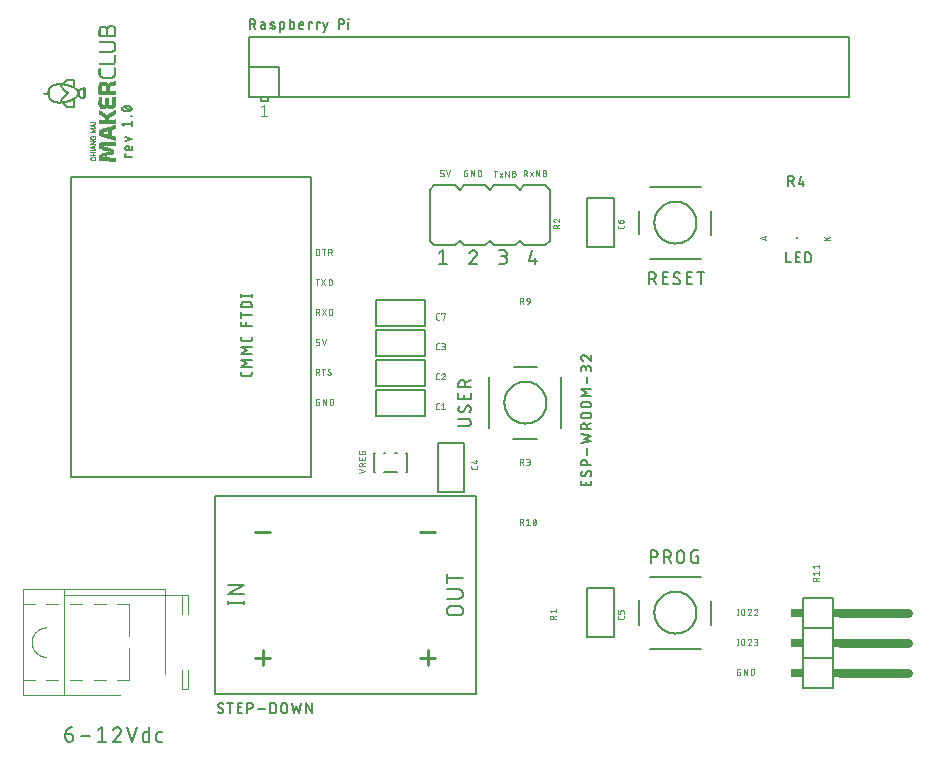
<source format=gto>
G75*
%MOIN*%
%OFA0B0*%
%FSLAX25Y25*%
%IPPOS*%
%LPD*%
%AMOC8*
5,1,8,0,0,1.08239X$1,22.5*
%
%ADD10C,0.00300*%
%ADD11C,0.00400*%
%ADD12C,0.00800*%
%ADD13C,0.00600*%
%ADD14R,0.00036X0.01290*%
%ADD15R,0.00036X0.01000*%
%ADD16R,0.00036X0.00470*%
%ADD17R,0.00036X0.01780*%
%ADD18R,0.00036X0.01430*%
%ADD19R,0.00036X0.02180*%
%ADD20R,0.00035X0.01140*%
%ADD21R,0.00035X0.01150*%
%ADD22R,0.00035X0.01250*%
%ADD23R,0.00035X0.01220*%
%ADD24R,0.00035X0.01320*%
%ADD25R,0.00035X0.02210*%
%ADD26R,0.00035X0.01170*%
%ADD27R,0.00035X0.01280*%
%ADD28R,0.00035X0.02150*%
%ADD29R,0.00035X0.01570*%
%ADD30R,0.00035X0.01720*%
%ADD31R,0.00035X0.02750*%
%ADD32R,0.00036X0.01180*%
%ADD33R,0.00036X0.01150*%
%ADD34R,0.00036X0.01250*%
%ADD35R,0.00036X0.01350*%
%ADD36R,0.00036X0.02930*%
%ADD37R,0.00036X0.01170*%
%ADD38R,0.00036X0.01280*%
%ADD39R,0.00036X0.02430*%
%ADD40R,0.00036X0.02570*%
%ADD41R,0.00036X0.01930*%
%ADD42R,0.00036X0.02890*%
%ADD43R,0.00036X0.01390*%
%ADD44R,0.00036X0.03170*%
%ADD45R,0.00036X0.01320*%
%ADD46R,0.00036X0.02600*%
%ADD47R,0.00036X0.02670*%
%ADD48R,0.00036X0.02100*%
%ADD49R,0.00036X0.03000*%
%ADD50R,0.00035X0.01180*%
%ADD51R,0.00035X0.01210*%
%ADD52R,0.00035X0.01360*%
%ADD53R,0.00035X0.03250*%
%ADD54R,0.00035X0.01290*%
%ADD55R,0.00035X0.02710*%
%ADD56R,0.00035X0.02280*%
%ADD57R,0.00035X0.03100*%
%ADD58R,0.00036X0.01360*%
%ADD59R,0.00036X0.03290*%
%ADD60R,0.00036X0.02780*%
%ADD61R,0.00036X0.02820*%
%ADD62R,0.00036X0.03180*%
%ADD63R,0.00036X0.03320*%
%ADD64R,0.00036X0.02850*%
%ADD65R,0.00036X0.02540*%
%ADD66R,0.00036X0.03250*%
%ADD67R,0.00036X0.01220*%
%ADD68R,0.00036X0.03400*%
%ADD69R,0.00036X0.02920*%
%ADD70R,0.00036X0.02680*%
%ADD71R,0.00036X0.03280*%
%ADD72R,0.00035X0.01260*%
%ADD73R,0.00035X0.01390*%
%ADD74R,0.00035X0.03430*%
%ADD75R,0.00035X0.02900*%
%ADD76R,0.00035X0.02960*%
%ADD77R,0.00035X0.02760*%
%ADD78R,0.00035X0.03320*%
%ADD79R,0.00036X0.01260*%
%ADD80R,0.00036X0.03470*%
%ADD81R,0.00036X0.02970*%
%ADD82R,0.00036X0.02960*%
%ADD83R,0.00036X0.03390*%
%ADD84R,0.00036X0.03500*%
%ADD85R,0.00036X0.02900*%
%ADD86R,0.00035X0.01220*%
%ADD87R,0.00035X0.01390*%
%ADD88R,0.00035X0.03540*%
%ADD89R,0.00035X0.03040*%
%ADD90R,0.00035X0.03030*%
%ADD91R,0.00036X0.03570*%
%ADD92R,0.00036X0.01290*%
%ADD93R,0.00036X0.00720*%
%ADD94R,0.00036X0.03040*%
%ADD95R,0.00036X0.01110*%
%ADD96R,0.00036X0.00600*%
%ADD97R,0.00036X0.01210*%
%ADD98R,0.00036X0.01040*%
%ADD99R,0.00036X0.00250*%
%ADD100R,0.00036X0.00960*%
%ADD101R,0.00036X0.00500*%
%ADD102R,0.00036X0.03610*%
%ADD103R,0.00036X0.00930*%
%ADD104R,0.00036X0.00780*%
%ADD105R,0.00036X0.00890*%
%ADD106R,0.00036X0.00860*%
%ADD107R,0.00035X0.03650*%
%ADD108R,0.00035X0.00890*%
%ADD109R,0.00035X0.00680*%
%ADD110R,0.00035X0.00830*%
%ADD111R,0.00035X0.00860*%
%ADD112R,0.00035X0.00500*%
%ADD113R,0.00035X0.00820*%
%ADD114R,0.00036X0.01400*%
%ADD115R,0.00036X0.03650*%
%ADD116R,0.00036X0.00680*%
%ADD117R,0.00036X0.00760*%
%ADD118R,0.00036X0.00790*%
%ADD119R,0.00036X0.00750*%
%ADD120R,0.00036X0.01220*%
%ADD121R,0.00036X0.03680*%
%ADD122R,0.00036X0.00640*%
%ADD123R,0.00035X0.01350*%
%ADD124R,0.00035X0.03680*%
%ADD125R,0.00035X0.00750*%
%ADD126R,0.00035X0.00610*%
%ADD127R,0.00035X0.00720*%
%ADD128R,0.00036X0.01140*%
%ADD129R,0.00036X0.03720*%
%ADD130R,0.00036X0.00670*%
%ADD131R,0.00036X0.00570*%
%ADD132R,0.00035X0.03710*%
%ADD133R,0.00035X0.00640*%
%ADD134R,0.00035X0.00530*%
%ADD135R,0.00035X0.00650*%
%ADD136R,0.00035X0.00640*%
%ADD137R,0.00036X0.03710*%
%ADD138R,0.00036X0.00530*%
%ADD139R,0.00036X0.00610*%
%ADD140R,0.00036X0.00570*%
%ADD141R,0.00035X0.01500*%
%ADD142R,0.00035X0.01290*%
%ADD143R,0.00035X0.00540*%
%ADD144R,0.00035X0.00600*%
%ADD145R,0.00035X0.00570*%
%ADD146R,0.00036X0.01570*%
%ADD147R,0.00036X0.00540*%
%ADD148R,0.00036X0.00580*%
%ADD149R,0.00036X0.01640*%
%ADD150R,0.00036X0.03750*%
%ADD151R,0.00036X0.01470*%
%ADD152R,0.00035X0.01710*%
%ADD153R,0.00035X0.01400*%
%ADD154R,0.00035X0.00570*%
%ADD155R,0.00035X0.00580*%
%ADD156R,0.00036X0.01710*%
%ADD157R,0.00036X0.01750*%
%ADD158R,0.00036X0.01320*%
%ADD159R,0.00035X0.01790*%
%ADD160R,0.00036X0.01790*%
%ADD161R,0.00036X0.01830*%
%ADD162R,0.00036X0.01860*%
%ADD163R,0.00035X0.01860*%
%ADD164R,0.00035X0.01930*%
%ADD165R,0.00035X0.01320*%
%ADD166R,0.00035X0.00540*%
%ADD167R,0.00036X0.00540*%
%ADD168R,0.00036X0.01330*%
%ADD169R,0.00036X0.04320*%
%ADD170R,0.00035X0.01970*%
%ADD171R,0.00035X0.04280*%
%ADD172R,0.00036X0.02000*%
%ADD173R,0.00036X0.04280*%
%ADD174R,0.00036X0.04250*%
%ADD175R,0.00035X0.00970*%
%ADD176R,0.00035X0.00960*%
%ADD177R,0.00035X0.04220*%
%ADD178R,0.00036X0.00920*%
%ADD179R,0.00036X0.04220*%
%ADD180R,0.00036X0.04180*%
%ADD181R,0.00035X0.04140*%
%ADD182R,0.00036X0.00970*%
%ADD183R,0.00036X0.04110*%
%ADD184R,0.00035X0.00970*%
%ADD185R,0.00035X0.04070*%
%ADD186R,0.00036X0.00970*%
%ADD187R,0.00036X0.04070*%
%ADD188R,0.00036X0.04030*%
%ADD189R,0.00036X0.04000*%
%ADD190R,0.00035X0.01000*%
%ADD191R,0.00035X0.04000*%
%ADD192R,0.00036X0.03960*%
%ADD193R,0.00035X0.03920*%
%ADD194R,0.00035X0.01330*%
%ADD195R,0.00036X0.03890*%
%ADD196R,0.00036X0.01460*%
%ADD197R,0.00036X0.03860*%
%ADD198R,0.00035X0.03820*%
%ADD199R,0.00035X0.03640*%
%ADD200R,0.00036X0.03820*%
%ADD201R,0.00036X0.03600*%
%ADD202R,0.00036X0.03780*%
%ADD203R,0.00035X0.03780*%
%ADD204R,0.00035X0.03530*%
%ADD205R,0.00036X0.01040*%
%ADD206R,0.00036X0.03430*%
%ADD207R,0.00036X0.03350*%
%ADD208R,0.00036X0.00650*%
%ADD209R,0.00035X0.02930*%
%ADD210R,0.00035X0.03470*%
%ADD211R,0.00035X0.03280*%
%ADD212R,0.00036X0.01030*%
%ADD213R,0.00036X0.03100*%
%ADD214R,0.00035X0.02860*%
%ADD215R,0.00035X0.00850*%
%ADD216R,0.00036X0.02820*%
%ADD217R,0.00036X0.01140*%
%ADD218R,0.00036X0.03210*%
%ADD219R,0.00036X0.02750*%
%ADD220R,0.00036X0.03140*%
%ADD221R,0.00035X0.03600*%
%ADD222R,0.00035X0.03070*%
%ADD223R,0.00036X0.03640*%
%ADD224R,0.00036X0.02610*%
%ADD225R,0.00035X0.01010*%
%ADD226R,0.00035X0.01140*%
%ADD227R,0.00035X0.02570*%
%ADD228R,0.00035X0.03750*%
%ADD229R,0.00035X0.02640*%
%ADD230R,0.00036X0.01010*%
%ADD231R,0.00036X0.02570*%
%ADD232R,0.00036X0.02640*%
%ADD233R,0.00036X0.03850*%
%ADD234R,0.00035X0.02680*%
%ADD235R,0.00035X0.03890*%
%ADD236R,0.00035X0.03000*%
%ADD237R,0.00036X0.02710*%
%ADD238R,0.00036X0.03930*%
%ADD239R,0.00036X0.03070*%
%ADD240R,0.00035X0.02780*%
%ADD241R,0.00035X0.03960*%
%ADD242R,0.00036X0.01570*%
%ADD243R,0.00036X0.02860*%
%ADD244R,0.00035X0.01040*%
%ADD245R,0.00036X0.01100*%
%ADD246R,0.00035X0.01110*%
%ADD247R,0.00035X0.01100*%
%ADD248R,0.00036X0.01070*%
%ADD249R,0.00036X0.01080*%
%ADD250R,0.00035X0.01080*%
%ADD251R,0.00036X0.01070*%
%ADD252R,0.00036X0.01420*%
%ADD253R,0.00035X0.02320*%
%ADD254R,0.00035X0.01070*%
%ADD255R,0.00035X0.01070*%
%ADD256R,0.00036X0.02280*%
%ADD257R,0.00036X0.02290*%
%ADD258R,0.00036X0.02360*%
%ADD259R,0.00036X0.01790*%
%ADD260R,0.00036X0.02250*%
%ADD261R,0.00036X0.02320*%
%ADD262R,0.00035X0.02250*%
%ADD263R,0.00035X0.02290*%
%ADD264R,0.00035X0.02320*%
%ADD265R,0.00035X0.04030*%
%ADD266R,0.00036X0.02210*%
%ADD267R,0.00035X0.03720*%
%ADD268R,0.00036X0.02220*%
%ADD269R,0.00035X0.02180*%
%ADD270R,0.00035X0.02140*%
%ADD271R,0.00035X0.03930*%
%ADD272R,0.00035X0.00820*%
%ADD273R,0.00035X0.00710*%
%ADD274R,0.00036X0.02150*%
%ADD275R,0.00036X0.02140*%
%ADD276R,0.00036X0.02110*%
%ADD277R,0.00036X0.00900*%
%ADD278R,0.00036X0.00850*%
%ADD279R,0.00035X0.02070*%
%ADD280R,0.00035X0.03610*%
%ADD281R,0.00035X0.03850*%
%ADD282R,0.00035X0.00930*%
%ADD283R,0.00036X0.02070*%
%ADD284R,0.00036X0.00430*%
%ADD285R,0.00036X0.02030*%
%ADD286R,0.00036X0.03540*%
%ADD287R,0.00035X0.02000*%
%ADD288R,0.00035X0.03210*%
%ADD289R,0.00036X0.01970*%
%ADD290R,0.00036X0.02040*%
%ADD291R,0.00036X0.02790*%
%ADD292R,0.00035X0.03360*%
%ADD293R,0.00035X0.03570*%
%ADD294R,0.00036X0.01960*%
%ADD295R,0.00036X0.01890*%
%ADD296R,0.00036X0.03030*%
%ADD297R,0.00036X0.01900*%
%ADD298R,0.00036X0.01820*%
%ADD299R,0.00036X0.02540*%
%ADD300R,0.00035X0.01720*%
%ADD301R,0.00035X0.01680*%
%ADD302R,0.00035X0.01610*%
%ADD303R,0.00035X0.02470*%
%ADD304R,0.00036X0.01500*%
%ADD305R,0.00036X0.01470*%
%ADD306R,0.00036X0.02500*%
%ADD307R,0.00036X0.02720*%
%ADD308R,0.00035X0.01820*%
%ADD309R,0.00035X0.01430*%
%ADD310R,0.00036X0.00710*%
%ADD311R,0.00036X0.00390*%
%ADD312R,0.00036X0.00140*%
%ADD313R,0.00036X0.00180*%
%ADD314R,0.00036X0.00140*%
%ADD315R,0.00036X0.00150*%
%ADD316R,0.00036X0.00220*%
%ADD317R,0.00035X0.00330*%
%ADD318R,0.00035X0.00320*%
%ADD319R,0.00035X0.00140*%
%ADD320R,0.00035X0.00180*%
%ADD321R,0.00035X0.00150*%
%ADD322R,0.00035X0.00250*%
%ADD323R,0.00035X0.00360*%
%ADD324R,0.00035X0.00140*%
%ADD325R,0.00035X0.00210*%
%ADD326R,0.00036X0.00290*%
%ADD327R,0.00036X0.00210*%
%ADD328R,0.00036X0.00290*%
%ADD329R,0.00035X0.00220*%
%ADD330R,0.00035X0.00320*%
%ADD331R,0.00035X0.00290*%
%ADD332R,0.00036X0.00220*%
%ADD333R,0.00036X0.00320*%
%ADD334R,0.00036X0.00110*%
%ADD335R,0.00036X0.00170*%
%ADD336R,0.00036X0.00280*%
%ADD337R,0.00035X0.00170*%
%ADD338R,0.00035X0.00100*%
%ADD339R,0.00036X0.00100*%
%ADD340R,0.00035X0.00110*%
%ADD341R,0.00035X0.00280*%
%ADD342R,0.00036X0.00820*%
%ADD343R,0.00036X0.00830*%
%ADD344R,0.00036X0.00720*%
%ADD345R,0.00036X0.03360*%
%ADD346R,0.00036X0.00460*%
%ADD347R,0.00036X0.00470*%
%ADD348R,0.00035X0.00460*%
%ADD349R,0.00035X0.00470*%
%ADD350R,0.00035X0.00470*%
%ADD351R,0.00035X0.02430*%
%ADD352R,0.00036X0.02330*%
%ADD353R,0.00036X0.00820*%
%ADD354R,0.00035X0.00670*%
%ADD355R,0.00036X0.00640*%
%ADD356R,0.00036X0.03070*%
%ADD357R,0.00036X0.03040*%
%ADD358R,0.00036X0.00040*%
%ADD359R,0.00036X0.00490*%
%ADD360R,0.00036X0.00400*%
%ADD361R,0.00035X0.00490*%
%ADD362R,0.00035X0.00720*%
%ADD363R,0.00035X0.00430*%
%ADD364R,0.00036X0.00360*%
%ADD365R,0.00036X0.00420*%
%ADD366R,0.00036X0.00320*%
%ADD367R,0.00035X0.00390*%
%ADD368R,0.00036X0.00070*%
%ADD369R,0.00035X0.00030*%
%ADD370R,0.00036X0.01530*%
%ADD371R,0.00036X0.01510*%
%ADD372R,0.00036X0.00030*%
%ADD373R,0.00035X0.00780*%
%ADD374R,0.00035X0.00790*%
%ADD375R,0.00035X0.00070*%
%ADD376R,0.00035X0.00350*%
%ADD377R,0.00036X0.00790*%
%ADD378R,0.00036X0.01610*%
%ADD379C,0.00500*%
%ADD380C,0.00394*%
%ADD381C,0.03000*%
%ADD382R,0.02000X0.03000*%
%ADD383R,0.04000X0.03000*%
%ADD384R,0.00787X0.00787*%
%ADD385C,0.01000*%
D10*
X0159574Y0158438D02*
X0159574Y0159605D01*
X0159573Y0159605D02*
X0159575Y0159648D01*
X0159581Y0159691D01*
X0159591Y0159733D01*
X0159605Y0159774D01*
X0159622Y0159813D01*
X0159643Y0159851D01*
X0159667Y0159886D01*
X0159695Y0159920D01*
X0159725Y0159950D01*
X0159759Y0159978D01*
X0159794Y0160002D01*
X0159832Y0160023D01*
X0159871Y0160040D01*
X0159912Y0160054D01*
X0159954Y0160064D01*
X0159997Y0160070D01*
X0160040Y0160072D01*
X0160040Y0160071D02*
X0160507Y0160071D01*
X0161382Y0160071D02*
X0162548Y0160071D01*
X0161965Y0157971D01*
X0160507Y0157971D02*
X0160040Y0157971D01*
X0159999Y0157973D01*
X0159959Y0157978D01*
X0159919Y0157987D01*
X0159880Y0157999D01*
X0159843Y0158015D01*
X0159807Y0158034D01*
X0159772Y0158055D01*
X0159740Y0158080D01*
X0159710Y0158108D01*
X0159682Y0158138D01*
X0159657Y0158170D01*
X0159636Y0158205D01*
X0159617Y0158241D01*
X0159601Y0158278D01*
X0159589Y0158317D01*
X0159580Y0158357D01*
X0159575Y0158397D01*
X0159573Y0158438D01*
X0161382Y0159838D02*
X0161382Y0160071D01*
D11*
X0161433Y0150021D02*
X0162100Y0150021D01*
X0162141Y0150019D01*
X0162182Y0150013D01*
X0162222Y0150004D01*
X0162260Y0149991D01*
X0162298Y0149974D01*
X0162334Y0149954D01*
X0162368Y0149931D01*
X0162399Y0149905D01*
X0162428Y0149876D01*
X0162454Y0149845D01*
X0162477Y0149811D01*
X0162497Y0149775D01*
X0162514Y0149737D01*
X0162527Y0149699D01*
X0162536Y0149659D01*
X0162542Y0149618D01*
X0162544Y0149577D01*
X0162542Y0149536D01*
X0162536Y0149495D01*
X0162527Y0149455D01*
X0162514Y0149417D01*
X0162497Y0149379D01*
X0162477Y0149343D01*
X0162454Y0149309D01*
X0162428Y0149278D01*
X0162399Y0149249D01*
X0162368Y0149223D01*
X0162334Y0149200D01*
X0162298Y0149180D01*
X0162260Y0149163D01*
X0162222Y0149150D01*
X0162182Y0149141D01*
X0162141Y0149135D01*
X0162100Y0149133D01*
X0162100Y0149132D02*
X0161655Y0149132D01*
X0161989Y0149133D02*
X0162035Y0149131D01*
X0162081Y0149125D01*
X0162125Y0149116D01*
X0162170Y0149103D01*
X0162212Y0149086D01*
X0162254Y0149066D01*
X0162293Y0149042D01*
X0162331Y0149016D01*
X0162366Y0148986D01*
X0162398Y0148954D01*
X0162428Y0148919D01*
X0162454Y0148881D01*
X0162478Y0148842D01*
X0162498Y0148800D01*
X0162515Y0148758D01*
X0162528Y0148713D01*
X0162537Y0148669D01*
X0162543Y0148623D01*
X0162545Y0148577D01*
X0162543Y0148531D01*
X0162537Y0148485D01*
X0162528Y0148441D01*
X0162515Y0148396D01*
X0162498Y0148354D01*
X0162478Y0148312D01*
X0162454Y0148273D01*
X0162428Y0148235D01*
X0162398Y0148200D01*
X0162366Y0148168D01*
X0162331Y0148138D01*
X0162293Y0148112D01*
X0162254Y0148088D01*
X0162212Y0148068D01*
X0162170Y0148051D01*
X0162125Y0148038D01*
X0162081Y0148029D01*
X0162035Y0148023D01*
X0161989Y0148021D01*
X0161433Y0148021D01*
X0160513Y0148021D02*
X0160068Y0148021D01*
X0160068Y0148022D02*
X0160027Y0148024D01*
X0159986Y0148030D01*
X0159946Y0148039D01*
X0159908Y0148052D01*
X0159870Y0148069D01*
X0159834Y0148089D01*
X0159800Y0148112D01*
X0159769Y0148138D01*
X0159740Y0148167D01*
X0159714Y0148198D01*
X0159691Y0148232D01*
X0159671Y0148268D01*
X0159654Y0148306D01*
X0159641Y0148344D01*
X0159632Y0148384D01*
X0159626Y0148425D01*
X0159624Y0148466D01*
X0159624Y0149577D01*
X0159626Y0149618D01*
X0159632Y0149659D01*
X0159641Y0149699D01*
X0159654Y0149737D01*
X0159671Y0149775D01*
X0159691Y0149811D01*
X0159714Y0149845D01*
X0159740Y0149876D01*
X0159769Y0149905D01*
X0159800Y0149931D01*
X0159834Y0149954D01*
X0159870Y0149974D01*
X0159908Y0149991D01*
X0159946Y0150004D01*
X0159986Y0150013D01*
X0160027Y0150019D01*
X0160068Y0150021D01*
X0160513Y0150021D01*
X0160513Y0140021D02*
X0160068Y0140021D01*
X0160027Y0140019D01*
X0159986Y0140013D01*
X0159946Y0140004D01*
X0159908Y0139991D01*
X0159870Y0139974D01*
X0159834Y0139954D01*
X0159800Y0139931D01*
X0159769Y0139905D01*
X0159740Y0139876D01*
X0159714Y0139845D01*
X0159691Y0139811D01*
X0159671Y0139775D01*
X0159654Y0139737D01*
X0159641Y0139699D01*
X0159632Y0139659D01*
X0159626Y0139618D01*
X0159624Y0139577D01*
X0159624Y0138466D01*
X0159626Y0138425D01*
X0159632Y0138384D01*
X0159641Y0138344D01*
X0159654Y0138306D01*
X0159671Y0138268D01*
X0159691Y0138232D01*
X0159714Y0138198D01*
X0159740Y0138167D01*
X0159769Y0138138D01*
X0159800Y0138112D01*
X0159834Y0138089D01*
X0159870Y0138069D01*
X0159908Y0138052D01*
X0159946Y0138039D01*
X0159986Y0138030D01*
X0160027Y0138024D01*
X0160068Y0138022D01*
X0160068Y0138021D02*
X0160513Y0138021D01*
X0161433Y0138021D02*
X0162544Y0138021D01*
X0161433Y0138021D02*
X0162378Y0139132D01*
X0162044Y0140021D02*
X0161997Y0140019D01*
X0161949Y0140014D01*
X0161903Y0140005D01*
X0161857Y0139993D01*
X0161812Y0139978D01*
X0161768Y0139959D01*
X0161726Y0139937D01*
X0161686Y0139912D01*
X0161647Y0139884D01*
X0161611Y0139853D01*
X0161577Y0139820D01*
X0161546Y0139784D01*
X0161517Y0139746D01*
X0161492Y0139706D01*
X0161469Y0139665D01*
X0161450Y0139621D01*
X0161433Y0139577D01*
X0162377Y0139132D02*
X0162408Y0139163D01*
X0162435Y0139197D01*
X0162460Y0139233D01*
X0162482Y0139270D01*
X0162501Y0139309D01*
X0162516Y0139350D01*
X0162528Y0139392D01*
X0162537Y0139434D01*
X0162542Y0139478D01*
X0162544Y0139521D01*
X0162542Y0139565D01*
X0162536Y0139608D01*
X0162527Y0139650D01*
X0162514Y0139692D01*
X0162497Y0139732D01*
X0162477Y0139771D01*
X0162454Y0139808D01*
X0162427Y0139842D01*
X0162398Y0139875D01*
X0162365Y0139904D01*
X0162331Y0139931D01*
X0162294Y0139954D01*
X0162255Y0139974D01*
X0162215Y0139991D01*
X0162173Y0140004D01*
X0162131Y0140013D01*
X0162088Y0140019D01*
X0162044Y0140021D01*
X0161989Y0130021D02*
X0161989Y0128021D01*
X0162544Y0128021D02*
X0161433Y0128021D01*
X0160513Y0128021D02*
X0160068Y0128021D01*
X0160068Y0128022D02*
X0160027Y0128024D01*
X0159986Y0128030D01*
X0159946Y0128039D01*
X0159908Y0128052D01*
X0159870Y0128069D01*
X0159834Y0128089D01*
X0159800Y0128112D01*
X0159769Y0128138D01*
X0159740Y0128167D01*
X0159714Y0128198D01*
X0159691Y0128232D01*
X0159671Y0128268D01*
X0159654Y0128306D01*
X0159641Y0128344D01*
X0159632Y0128384D01*
X0159626Y0128425D01*
X0159624Y0128466D01*
X0159624Y0129577D01*
X0159626Y0129618D01*
X0159632Y0129659D01*
X0159641Y0129699D01*
X0159654Y0129737D01*
X0159671Y0129775D01*
X0159691Y0129811D01*
X0159714Y0129845D01*
X0159740Y0129876D01*
X0159769Y0129905D01*
X0159800Y0129931D01*
X0159834Y0129954D01*
X0159870Y0129974D01*
X0159908Y0129991D01*
X0159946Y0130004D01*
X0159986Y0130013D01*
X0160027Y0130019D01*
X0160068Y0130021D01*
X0160513Y0130021D01*
X0161433Y0129577D02*
X0161989Y0130021D01*
X0135974Y0114267D02*
X0135974Y0113600D01*
X0135973Y0113600D02*
X0135971Y0113559D01*
X0135965Y0113518D01*
X0135956Y0113478D01*
X0135943Y0113440D01*
X0135926Y0113402D01*
X0135906Y0113366D01*
X0135883Y0113332D01*
X0135857Y0113301D01*
X0135828Y0113272D01*
X0135797Y0113246D01*
X0135763Y0113223D01*
X0135727Y0113203D01*
X0135689Y0113186D01*
X0135651Y0113173D01*
X0135611Y0113164D01*
X0135570Y0113158D01*
X0135529Y0113156D01*
X0134418Y0113156D01*
X0134377Y0113158D01*
X0134336Y0113164D01*
X0134296Y0113173D01*
X0134258Y0113186D01*
X0134220Y0113203D01*
X0134184Y0113222D01*
X0134150Y0113246D01*
X0134119Y0113272D01*
X0134090Y0113301D01*
X0134064Y0113332D01*
X0134041Y0113366D01*
X0134021Y0113402D01*
X0134004Y0113440D01*
X0133991Y0113478D01*
X0133982Y0113518D01*
X0133976Y0113559D01*
X0133974Y0113600D01*
X0133974Y0114267D01*
X0134863Y0114267D02*
X0135974Y0114267D01*
X0134863Y0114267D02*
X0134863Y0113934D01*
X0133974Y0112179D02*
X0133974Y0111290D01*
X0135974Y0111290D01*
X0135974Y0112179D01*
X0134863Y0111957D02*
X0134863Y0111290D01*
X0135085Y0109740D02*
X0135974Y0110184D01*
X0135085Y0109629D02*
X0135085Y0109073D01*
X0135085Y0109629D02*
X0135083Y0109675D01*
X0135077Y0109721D01*
X0135068Y0109765D01*
X0135055Y0109810D01*
X0135038Y0109852D01*
X0135018Y0109894D01*
X0134994Y0109933D01*
X0134968Y0109971D01*
X0134938Y0110006D01*
X0134906Y0110038D01*
X0134871Y0110068D01*
X0134833Y0110094D01*
X0134794Y0110118D01*
X0134752Y0110138D01*
X0134710Y0110155D01*
X0134665Y0110168D01*
X0134621Y0110177D01*
X0134575Y0110183D01*
X0134529Y0110185D01*
X0134483Y0110183D01*
X0134437Y0110177D01*
X0134393Y0110168D01*
X0134348Y0110155D01*
X0134306Y0110138D01*
X0134264Y0110118D01*
X0134225Y0110094D01*
X0134187Y0110068D01*
X0134152Y0110038D01*
X0134120Y0110006D01*
X0134090Y0109971D01*
X0134064Y0109933D01*
X0134040Y0109894D01*
X0134020Y0109852D01*
X0134003Y0109810D01*
X0133990Y0109765D01*
X0133981Y0109721D01*
X0133975Y0109675D01*
X0133973Y0109629D01*
X0133974Y0109629D02*
X0133974Y0109073D01*
X0135974Y0109073D01*
X0135974Y0107375D02*
X0133974Y0108042D01*
X0133974Y0106709D02*
X0135974Y0107375D01*
X0124767Y0129523D02*
X0124212Y0129523D01*
X0124212Y0131523D01*
X0124767Y0131523D01*
X0124767Y0131524D02*
X0124813Y0131522D01*
X0124859Y0131516D01*
X0124903Y0131507D01*
X0124948Y0131494D01*
X0124990Y0131477D01*
X0125032Y0131457D01*
X0125071Y0131433D01*
X0125109Y0131407D01*
X0125144Y0131377D01*
X0125176Y0131345D01*
X0125206Y0131310D01*
X0125232Y0131272D01*
X0125256Y0131233D01*
X0125276Y0131191D01*
X0125293Y0131149D01*
X0125306Y0131104D01*
X0125315Y0131060D01*
X0125321Y0131014D01*
X0125323Y0130968D01*
X0125323Y0130079D01*
X0125321Y0130033D01*
X0125315Y0129987D01*
X0125306Y0129943D01*
X0125293Y0129898D01*
X0125276Y0129856D01*
X0125256Y0129814D01*
X0125232Y0129775D01*
X0125206Y0129737D01*
X0125176Y0129702D01*
X0125144Y0129670D01*
X0125108Y0129640D01*
X0125071Y0129614D01*
X0125032Y0129590D01*
X0124990Y0129570D01*
X0124948Y0129553D01*
X0124903Y0129540D01*
X0124859Y0129531D01*
X0124813Y0129525D01*
X0124767Y0129523D01*
X0123019Y0129523D02*
X0123019Y0131523D01*
X0121908Y0131523D02*
X0123019Y0129523D01*
X0121908Y0129523D02*
X0121908Y0131523D01*
X0120715Y0131523D02*
X0120048Y0131523D01*
X0120007Y0131521D01*
X0119966Y0131515D01*
X0119926Y0131506D01*
X0119888Y0131493D01*
X0119850Y0131476D01*
X0119814Y0131456D01*
X0119780Y0131433D01*
X0119749Y0131407D01*
X0119720Y0131378D01*
X0119694Y0131347D01*
X0119671Y0131313D01*
X0119651Y0131277D01*
X0119634Y0131239D01*
X0119621Y0131201D01*
X0119612Y0131161D01*
X0119606Y0131120D01*
X0119604Y0131079D01*
X0119604Y0129968D01*
X0119606Y0129927D01*
X0119612Y0129886D01*
X0119621Y0129846D01*
X0119634Y0129808D01*
X0119651Y0129770D01*
X0119671Y0129734D01*
X0119694Y0129700D01*
X0119720Y0129669D01*
X0119749Y0129640D01*
X0119780Y0129614D01*
X0119814Y0129591D01*
X0119850Y0129571D01*
X0119888Y0129554D01*
X0119926Y0129541D01*
X0119966Y0129532D01*
X0120007Y0129526D01*
X0120048Y0129524D01*
X0120048Y0129523D02*
X0120715Y0129523D01*
X0120715Y0130635D01*
X0120382Y0130635D01*
X0120617Y0139511D02*
X0120172Y0140400D01*
X0120061Y0140400D02*
X0119506Y0140400D01*
X0120061Y0140399D02*
X0120107Y0140401D01*
X0120153Y0140407D01*
X0120197Y0140416D01*
X0120242Y0140429D01*
X0120284Y0140446D01*
X0120326Y0140466D01*
X0120365Y0140490D01*
X0120403Y0140516D01*
X0120438Y0140546D01*
X0120470Y0140578D01*
X0120500Y0140613D01*
X0120526Y0140651D01*
X0120550Y0140690D01*
X0120570Y0140732D01*
X0120587Y0140774D01*
X0120600Y0140819D01*
X0120609Y0140863D01*
X0120615Y0140909D01*
X0120617Y0140955D01*
X0120615Y0141001D01*
X0120609Y0141047D01*
X0120600Y0141091D01*
X0120587Y0141136D01*
X0120570Y0141178D01*
X0120550Y0141220D01*
X0120526Y0141259D01*
X0120500Y0141297D01*
X0120470Y0141332D01*
X0120438Y0141364D01*
X0120403Y0141394D01*
X0120365Y0141420D01*
X0120326Y0141444D01*
X0120284Y0141464D01*
X0120242Y0141481D01*
X0120197Y0141494D01*
X0120153Y0141503D01*
X0120107Y0141509D01*
X0120061Y0141511D01*
X0119506Y0141511D01*
X0119506Y0139511D01*
X0122056Y0139511D02*
X0122056Y0141511D01*
X0122611Y0141511D02*
X0121500Y0141511D01*
X0123722Y0140677D02*
X0124333Y0140344D01*
X0124111Y0139511D02*
X0124054Y0139513D01*
X0123997Y0139518D01*
X0123941Y0139527D01*
X0123885Y0139539D01*
X0123830Y0139554D01*
X0123776Y0139573D01*
X0123724Y0139595D01*
X0123672Y0139620D01*
X0123623Y0139648D01*
X0123575Y0139679D01*
X0123529Y0139713D01*
X0123486Y0139750D01*
X0123444Y0139789D01*
X0124333Y0140344D02*
X0124366Y0140322D01*
X0124396Y0140298D01*
X0124425Y0140272D01*
X0124451Y0140243D01*
X0124475Y0140212D01*
X0124496Y0140179D01*
X0124513Y0140144D01*
X0124528Y0140108D01*
X0124540Y0140071D01*
X0124548Y0140033D01*
X0124553Y0139994D01*
X0124555Y0139955D01*
X0124553Y0139914D01*
X0124547Y0139873D01*
X0124538Y0139833D01*
X0124525Y0139795D01*
X0124508Y0139757D01*
X0124488Y0139721D01*
X0124465Y0139687D01*
X0124439Y0139656D01*
X0124410Y0139627D01*
X0124379Y0139601D01*
X0124345Y0139578D01*
X0124309Y0139558D01*
X0124271Y0139541D01*
X0124233Y0139528D01*
X0124193Y0139519D01*
X0124152Y0139513D01*
X0124111Y0139511D01*
X0124444Y0141343D02*
X0124400Y0141374D01*
X0124354Y0141402D01*
X0124307Y0141427D01*
X0124258Y0141449D01*
X0124207Y0141467D01*
X0124156Y0141483D01*
X0124104Y0141495D01*
X0124051Y0141503D01*
X0123998Y0141508D01*
X0123944Y0141510D01*
X0123903Y0141508D01*
X0123862Y0141502D01*
X0123823Y0141493D01*
X0123784Y0141480D01*
X0123746Y0141463D01*
X0123710Y0141444D01*
X0123676Y0141420D01*
X0123645Y0141394D01*
X0123616Y0141365D01*
X0123590Y0141334D01*
X0123567Y0141300D01*
X0123547Y0141264D01*
X0123530Y0141226D01*
X0123517Y0141188D01*
X0123508Y0141148D01*
X0123502Y0141107D01*
X0123500Y0141066D01*
X0123502Y0141027D01*
X0123507Y0140988D01*
X0123515Y0140950D01*
X0123527Y0140913D01*
X0123542Y0140877D01*
X0123559Y0140842D01*
X0123580Y0140809D01*
X0123604Y0140778D01*
X0123630Y0140749D01*
X0123659Y0140723D01*
X0123689Y0140699D01*
X0123722Y0140677D01*
X0122275Y0149533D02*
X0122942Y0151533D01*
X0121608Y0151533D02*
X0122275Y0149533D01*
X0120670Y0149978D02*
X0120670Y0150200D01*
X0120668Y0150241D01*
X0120662Y0150282D01*
X0120653Y0150322D01*
X0120640Y0150360D01*
X0120623Y0150398D01*
X0120603Y0150434D01*
X0120580Y0150468D01*
X0120554Y0150499D01*
X0120525Y0150528D01*
X0120494Y0150554D01*
X0120460Y0150577D01*
X0120424Y0150597D01*
X0120386Y0150614D01*
X0120348Y0150627D01*
X0120308Y0150636D01*
X0120267Y0150642D01*
X0120226Y0150644D01*
X0119559Y0150644D01*
X0119559Y0151533D01*
X0120670Y0151533D01*
X0120670Y0149978D02*
X0120668Y0149937D01*
X0120662Y0149896D01*
X0120653Y0149856D01*
X0120640Y0149818D01*
X0120623Y0149780D01*
X0120603Y0149744D01*
X0120580Y0149710D01*
X0120554Y0149679D01*
X0120525Y0149650D01*
X0120494Y0149624D01*
X0120460Y0149601D01*
X0120424Y0149581D01*
X0120386Y0149564D01*
X0120348Y0149551D01*
X0120308Y0149542D01*
X0120267Y0149536D01*
X0120226Y0149534D01*
X0120226Y0149533D02*
X0119559Y0149533D01*
X0119541Y0159494D02*
X0119541Y0161494D01*
X0120097Y0161494D01*
X0120143Y0161492D01*
X0120189Y0161486D01*
X0120233Y0161477D01*
X0120278Y0161464D01*
X0120320Y0161447D01*
X0120362Y0161427D01*
X0120401Y0161403D01*
X0120439Y0161377D01*
X0120474Y0161347D01*
X0120506Y0161315D01*
X0120536Y0161280D01*
X0120562Y0161242D01*
X0120586Y0161203D01*
X0120606Y0161161D01*
X0120623Y0161119D01*
X0120636Y0161074D01*
X0120645Y0161030D01*
X0120651Y0160984D01*
X0120653Y0160938D01*
X0120651Y0160892D01*
X0120645Y0160846D01*
X0120636Y0160802D01*
X0120623Y0160757D01*
X0120606Y0160715D01*
X0120586Y0160673D01*
X0120562Y0160634D01*
X0120536Y0160596D01*
X0120506Y0160561D01*
X0120474Y0160529D01*
X0120439Y0160499D01*
X0120401Y0160473D01*
X0120362Y0160449D01*
X0120320Y0160429D01*
X0120278Y0160412D01*
X0120233Y0160399D01*
X0120189Y0160390D01*
X0120143Y0160384D01*
X0120097Y0160382D01*
X0120097Y0160383D02*
X0119541Y0160383D01*
X0120208Y0160383D02*
X0120653Y0159494D01*
X0121569Y0159494D02*
X0122902Y0161494D01*
X0123912Y0161494D02*
X0124468Y0161494D01*
X0124514Y0161492D01*
X0124560Y0161486D01*
X0124604Y0161477D01*
X0124649Y0161464D01*
X0124691Y0161447D01*
X0124733Y0161427D01*
X0124772Y0161403D01*
X0124810Y0161377D01*
X0124845Y0161347D01*
X0124877Y0161315D01*
X0124907Y0161280D01*
X0124933Y0161242D01*
X0124957Y0161203D01*
X0124977Y0161161D01*
X0124994Y0161119D01*
X0125007Y0161074D01*
X0125016Y0161030D01*
X0125022Y0160984D01*
X0125024Y0160938D01*
X0125023Y0160938D02*
X0125023Y0160049D01*
X0125024Y0160049D02*
X0125022Y0160003D01*
X0125016Y0159957D01*
X0125007Y0159913D01*
X0124994Y0159868D01*
X0124977Y0159826D01*
X0124957Y0159784D01*
X0124933Y0159745D01*
X0124907Y0159707D01*
X0124877Y0159672D01*
X0124845Y0159640D01*
X0124809Y0159610D01*
X0124772Y0159584D01*
X0124733Y0159560D01*
X0124691Y0159540D01*
X0124649Y0159523D01*
X0124604Y0159510D01*
X0124560Y0159501D01*
X0124514Y0159495D01*
X0124468Y0159493D01*
X0124468Y0159494D02*
X0123912Y0159494D01*
X0123912Y0161494D01*
X0122902Y0159494D02*
X0121569Y0161494D01*
X0121446Y0169463D02*
X0122780Y0171463D01*
X0123789Y0171463D02*
X0124345Y0171463D01*
X0124345Y0171464D02*
X0124391Y0171462D01*
X0124437Y0171456D01*
X0124481Y0171447D01*
X0124526Y0171434D01*
X0124568Y0171417D01*
X0124610Y0171397D01*
X0124649Y0171373D01*
X0124687Y0171347D01*
X0124722Y0171317D01*
X0124754Y0171285D01*
X0124784Y0171250D01*
X0124810Y0171212D01*
X0124834Y0171173D01*
X0124854Y0171131D01*
X0124871Y0171089D01*
X0124884Y0171044D01*
X0124893Y0171000D01*
X0124899Y0170954D01*
X0124901Y0170908D01*
X0124901Y0170019D01*
X0124899Y0169973D01*
X0124893Y0169927D01*
X0124884Y0169883D01*
X0124871Y0169838D01*
X0124854Y0169796D01*
X0124834Y0169754D01*
X0124810Y0169715D01*
X0124784Y0169677D01*
X0124754Y0169642D01*
X0124722Y0169610D01*
X0124686Y0169580D01*
X0124649Y0169554D01*
X0124610Y0169530D01*
X0124568Y0169510D01*
X0124526Y0169493D01*
X0124481Y0169480D01*
X0124437Y0169471D01*
X0124391Y0169465D01*
X0124345Y0169463D01*
X0123789Y0169463D01*
X0123789Y0171463D01*
X0122780Y0169463D02*
X0121446Y0171463D01*
X0120653Y0171463D02*
X0119541Y0171463D01*
X0120097Y0171463D02*
X0120097Y0169463D01*
X0120124Y0179486D02*
X0119568Y0179486D01*
X0119568Y0181486D01*
X0120124Y0181486D01*
X0120124Y0181487D02*
X0120170Y0181485D01*
X0120216Y0181479D01*
X0120260Y0181470D01*
X0120305Y0181457D01*
X0120347Y0181440D01*
X0120389Y0181420D01*
X0120428Y0181396D01*
X0120466Y0181370D01*
X0120501Y0181340D01*
X0120533Y0181308D01*
X0120563Y0181273D01*
X0120589Y0181235D01*
X0120613Y0181196D01*
X0120633Y0181154D01*
X0120650Y0181112D01*
X0120663Y0181067D01*
X0120672Y0181023D01*
X0120678Y0180977D01*
X0120680Y0180931D01*
X0120679Y0180931D02*
X0120679Y0180042D01*
X0120680Y0180042D02*
X0120678Y0179996D01*
X0120672Y0179950D01*
X0120663Y0179906D01*
X0120650Y0179861D01*
X0120633Y0179819D01*
X0120613Y0179777D01*
X0120589Y0179738D01*
X0120563Y0179700D01*
X0120533Y0179665D01*
X0120501Y0179633D01*
X0120465Y0179603D01*
X0120428Y0179577D01*
X0120389Y0179553D01*
X0120347Y0179533D01*
X0120305Y0179516D01*
X0120260Y0179503D01*
X0120216Y0179494D01*
X0120170Y0179488D01*
X0120124Y0179486D01*
X0122212Y0179486D02*
X0122212Y0181486D01*
X0122767Y0181486D02*
X0121656Y0181486D01*
X0123765Y0181486D02*
X0123765Y0179486D01*
X0123765Y0180375D02*
X0124321Y0180375D01*
X0124432Y0180375D02*
X0124877Y0179486D01*
X0124321Y0180375D02*
X0124367Y0180377D01*
X0124413Y0180383D01*
X0124457Y0180392D01*
X0124502Y0180405D01*
X0124544Y0180422D01*
X0124586Y0180442D01*
X0124625Y0180466D01*
X0124663Y0180492D01*
X0124698Y0180522D01*
X0124730Y0180554D01*
X0124760Y0180589D01*
X0124786Y0180627D01*
X0124810Y0180666D01*
X0124830Y0180708D01*
X0124847Y0180750D01*
X0124860Y0180795D01*
X0124869Y0180839D01*
X0124875Y0180885D01*
X0124877Y0180931D01*
X0124875Y0180977D01*
X0124869Y0181023D01*
X0124860Y0181067D01*
X0124847Y0181112D01*
X0124830Y0181154D01*
X0124810Y0181196D01*
X0124786Y0181235D01*
X0124760Y0181273D01*
X0124730Y0181308D01*
X0124698Y0181340D01*
X0124663Y0181370D01*
X0124625Y0181396D01*
X0124586Y0181420D01*
X0124544Y0181440D01*
X0124502Y0181457D01*
X0124457Y0181470D01*
X0124413Y0181479D01*
X0124367Y0181485D01*
X0124321Y0181487D01*
X0124321Y0181486D02*
X0123765Y0181486D01*
X0161061Y0205709D02*
X0161728Y0205709D01*
X0161769Y0205711D01*
X0161810Y0205717D01*
X0161850Y0205726D01*
X0161888Y0205739D01*
X0161926Y0205756D01*
X0161962Y0205776D01*
X0161996Y0205799D01*
X0162027Y0205825D01*
X0162056Y0205854D01*
X0162082Y0205885D01*
X0162105Y0205919D01*
X0162125Y0205955D01*
X0162142Y0205993D01*
X0162155Y0206031D01*
X0162164Y0206071D01*
X0162170Y0206112D01*
X0162172Y0206153D01*
X0162172Y0206375D01*
X0162170Y0206416D01*
X0162164Y0206457D01*
X0162155Y0206497D01*
X0162142Y0206535D01*
X0162125Y0206573D01*
X0162105Y0206609D01*
X0162082Y0206643D01*
X0162056Y0206674D01*
X0162027Y0206703D01*
X0161996Y0206729D01*
X0161962Y0206752D01*
X0161926Y0206772D01*
X0161888Y0206789D01*
X0161850Y0206802D01*
X0161810Y0206811D01*
X0161769Y0206817D01*
X0161728Y0206819D01*
X0161728Y0206820D02*
X0161061Y0206820D01*
X0161061Y0207709D01*
X0162172Y0207709D01*
X0163110Y0207709D02*
X0163777Y0205709D01*
X0164443Y0207709D01*
X0168936Y0207264D02*
X0168936Y0206153D01*
X0168937Y0206153D02*
X0168939Y0206112D01*
X0168945Y0206071D01*
X0168954Y0206031D01*
X0168967Y0205993D01*
X0168984Y0205955D01*
X0169004Y0205919D01*
X0169027Y0205885D01*
X0169053Y0205854D01*
X0169082Y0205825D01*
X0169113Y0205799D01*
X0169147Y0205776D01*
X0169183Y0205756D01*
X0169221Y0205739D01*
X0169259Y0205726D01*
X0169299Y0205717D01*
X0169340Y0205711D01*
X0169381Y0205709D01*
X0170047Y0205709D01*
X0170047Y0206820D01*
X0169714Y0206820D01*
X0168937Y0207264D02*
X0168939Y0207305D01*
X0168945Y0207346D01*
X0168954Y0207386D01*
X0168967Y0207424D01*
X0168984Y0207462D01*
X0169004Y0207498D01*
X0169027Y0207532D01*
X0169053Y0207563D01*
X0169082Y0207592D01*
X0169113Y0207618D01*
X0169147Y0207641D01*
X0169183Y0207661D01*
X0169221Y0207678D01*
X0169259Y0207691D01*
X0169299Y0207700D01*
X0169340Y0207706D01*
X0169381Y0207708D01*
X0169381Y0207709D02*
X0170047Y0207709D01*
X0171240Y0207709D02*
X0172351Y0205709D01*
X0172351Y0207709D01*
X0171240Y0207709D02*
X0171240Y0205709D01*
X0173544Y0205709D02*
X0174100Y0205709D01*
X0174100Y0205708D02*
X0174146Y0205710D01*
X0174192Y0205716D01*
X0174236Y0205725D01*
X0174281Y0205738D01*
X0174323Y0205755D01*
X0174365Y0205775D01*
X0174404Y0205799D01*
X0174441Y0205825D01*
X0174477Y0205855D01*
X0174509Y0205887D01*
X0174539Y0205922D01*
X0174565Y0205960D01*
X0174589Y0205999D01*
X0174609Y0206041D01*
X0174626Y0206083D01*
X0174639Y0206128D01*
X0174648Y0206172D01*
X0174654Y0206218D01*
X0174656Y0206264D01*
X0174655Y0206264D02*
X0174655Y0207153D01*
X0174656Y0207153D02*
X0174654Y0207199D01*
X0174648Y0207245D01*
X0174639Y0207289D01*
X0174626Y0207334D01*
X0174609Y0207376D01*
X0174589Y0207418D01*
X0174565Y0207457D01*
X0174539Y0207495D01*
X0174509Y0207530D01*
X0174477Y0207562D01*
X0174442Y0207592D01*
X0174404Y0207618D01*
X0174365Y0207642D01*
X0174323Y0207662D01*
X0174281Y0207679D01*
X0174236Y0207692D01*
X0174192Y0207701D01*
X0174146Y0207707D01*
X0174100Y0207709D01*
X0173544Y0207709D01*
X0173544Y0205709D01*
X0178874Y0207646D02*
X0179985Y0207646D01*
X0179429Y0207646D02*
X0179429Y0205646D01*
X0180785Y0205646D02*
X0181674Y0206980D01*
X0180785Y0206980D02*
X0181674Y0205646D01*
X0182690Y0205646D02*
X0182690Y0207646D01*
X0183801Y0205646D01*
X0183801Y0207646D01*
X0185043Y0207646D02*
X0185598Y0207646D01*
X0185639Y0207644D01*
X0185680Y0207638D01*
X0185720Y0207629D01*
X0185758Y0207616D01*
X0185796Y0207599D01*
X0185832Y0207579D01*
X0185866Y0207556D01*
X0185897Y0207530D01*
X0185926Y0207501D01*
X0185952Y0207470D01*
X0185975Y0207436D01*
X0185995Y0207400D01*
X0186012Y0207362D01*
X0186025Y0207324D01*
X0186034Y0207284D01*
X0186040Y0207243D01*
X0186042Y0207202D01*
X0186040Y0207161D01*
X0186034Y0207120D01*
X0186025Y0207080D01*
X0186012Y0207042D01*
X0185995Y0207004D01*
X0185975Y0206968D01*
X0185952Y0206934D01*
X0185926Y0206903D01*
X0185897Y0206874D01*
X0185866Y0206848D01*
X0185832Y0206825D01*
X0185796Y0206805D01*
X0185758Y0206788D01*
X0185720Y0206775D01*
X0185680Y0206766D01*
X0185639Y0206760D01*
X0185598Y0206758D01*
X0185598Y0206757D02*
X0185043Y0206757D01*
X0185598Y0206758D02*
X0185644Y0206756D01*
X0185690Y0206750D01*
X0185734Y0206741D01*
X0185779Y0206728D01*
X0185821Y0206711D01*
X0185863Y0206691D01*
X0185902Y0206667D01*
X0185940Y0206641D01*
X0185975Y0206611D01*
X0186007Y0206579D01*
X0186037Y0206544D01*
X0186063Y0206506D01*
X0186087Y0206467D01*
X0186107Y0206425D01*
X0186124Y0206383D01*
X0186137Y0206338D01*
X0186146Y0206294D01*
X0186152Y0206248D01*
X0186154Y0206202D01*
X0186152Y0206156D01*
X0186146Y0206110D01*
X0186137Y0206066D01*
X0186124Y0206021D01*
X0186107Y0205979D01*
X0186087Y0205937D01*
X0186063Y0205898D01*
X0186037Y0205860D01*
X0186007Y0205825D01*
X0185975Y0205793D01*
X0185940Y0205763D01*
X0185902Y0205737D01*
X0185863Y0205713D01*
X0185821Y0205693D01*
X0185779Y0205676D01*
X0185734Y0205663D01*
X0185690Y0205654D01*
X0185644Y0205648D01*
X0185598Y0205646D01*
X0185043Y0205646D01*
X0185043Y0207646D01*
X0188936Y0207709D02*
X0188936Y0205709D01*
X0188936Y0206598D02*
X0189492Y0206598D01*
X0189603Y0206598D02*
X0190047Y0205709D01*
X0190970Y0205709D02*
X0191859Y0207042D01*
X0190970Y0207042D02*
X0191859Y0205709D01*
X0192875Y0205709D02*
X0192875Y0207709D01*
X0193986Y0205709D01*
X0193986Y0207709D01*
X0195228Y0207709D02*
X0195228Y0205709D01*
X0195784Y0205709D01*
X0195784Y0205708D02*
X0195830Y0205710D01*
X0195876Y0205716D01*
X0195920Y0205725D01*
X0195965Y0205738D01*
X0196007Y0205755D01*
X0196049Y0205775D01*
X0196088Y0205799D01*
X0196126Y0205825D01*
X0196161Y0205855D01*
X0196193Y0205887D01*
X0196223Y0205922D01*
X0196249Y0205960D01*
X0196273Y0205999D01*
X0196293Y0206041D01*
X0196310Y0206083D01*
X0196323Y0206128D01*
X0196332Y0206172D01*
X0196338Y0206218D01*
X0196340Y0206264D01*
X0196338Y0206310D01*
X0196332Y0206356D01*
X0196323Y0206400D01*
X0196310Y0206445D01*
X0196293Y0206487D01*
X0196273Y0206529D01*
X0196249Y0206568D01*
X0196223Y0206606D01*
X0196193Y0206641D01*
X0196161Y0206673D01*
X0196126Y0206703D01*
X0196088Y0206729D01*
X0196049Y0206753D01*
X0196007Y0206773D01*
X0195965Y0206790D01*
X0195920Y0206803D01*
X0195876Y0206812D01*
X0195830Y0206818D01*
X0195784Y0206820D01*
X0195228Y0206820D01*
X0195784Y0206820D02*
X0195825Y0206822D01*
X0195866Y0206828D01*
X0195906Y0206837D01*
X0195944Y0206850D01*
X0195982Y0206867D01*
X0196018Y0206887D01*
X0196052Y0206910D01*
X0196083Y0206936D01*
X0196112Y0206965D01*
X0196138Y0206996D01*
X0196161Y0207030D01*
X0196181Y0207066D01*
X0196198Y0207104D01*
X0196211Y0207142D01*
X0196220Y0207182D01*
X0196226Y0207223D01*
X0196228Y0207264D01*
X0196226Y0207305D01*
X0196220Y0207346D01*
X0196211Y0207386D01*
X0196198Y0207424D01*
X0196181Y0207462D01*
X0196161Y0207498D01*
X0196138Y0207532D01*
X0196112Y0207563D01*
X0196083Y0207592D01*
X0196052Y0207618D01*
X0196018Y0207641D01*
X0195982Y0207661D01*
X0195944Y0207678D01*
X0195906Y0207691D01*
X0195866Y0207700D01*
X0195825Y0207706D01*
X0195784Y0207708D01*
X0195784Y0207709D02*
X0195228Y0207709D01*
X0189492Y0207709D02*
X0188936Y0207709D01*
X0189492Y0207709D02*
X0189538Y0207707D01*
X0189584Y0207701D01*
X0189628Y0207692D01*
X0189673Y0207679D01*
X0189715Y0207662D01*
X0189757Y0207642D01*
X0189796Y0207618D01*
X0189834Y0207592D01*
X0189869Y0207562D01*
X0189901Y0207530D01*
X0189931Y0207495D01*
X0189957Y0207457D01*
X0189981Y0207418D01*
X0190001Y0207376D01*
X0190018Y0207334D01*
X0190031Y0207289D01*
X0190040Y0207245D01*
X0190046Y0207199D01*
X0190048Y0207153D01*
X0190046Y0207107D01*
X0190040Y0207061D01*
X0190031Y0207017D01*
X0190018Y0206972D01*
X0190001Y0206930D01*
X0189981Y0206888D01*
X0189957Y0206849D01*
X0189931Y0206811D01*
X0189901Y0206776D01*
X0189869Y0206744D01*
X0189834Y0206714D01*
X0189796Y0206688D01*
X0189757Y0206664D01*
X0189715Y0206644D01*
X0189673Y0206627D01*
X0189628Y0206614D01*
X0189584Y0206605D01*
X0189538Y0206599D01*
X0189492Y0206597D01*
X0199613Y0191417D02*
X0200724Y0190472D01*
X0200724Y0191583D01*
X0199168Y0190472D02*
X0199124Y0190489D01*
X0199080Y0190508D01*
X0199039Y0190531D01*
X0198999Y0190556D01*
X0198961Y0190585D01*
X0198925Y0190616D01*
X0198892Y0190650D01*
X0198861Y0190686D01*
X0198833Y0190725D01*
X0198808Y0190765D01*
X0198786Y0190807D01*
X0198767Y0190851D01*
X0198752Y0190896D01*
X0198740Y0190942D01*
X0198731Y0190988D01*
X0198726Y0191036D01*
X0198724Y0191083D01*
X0198726Y0191127D01*
X0198732Y0191170D01*
X0198741Y0191212D01*
X0198754Y0191254D01*
X0198771Y0191294D01*
X0198791Y0191333D01*
X0198814Y0191370D01*
X0198841Y0191404D01*
X0198870Y0191437D01*
X0198903Y0191466D01*
X0198937Y0191493D01*
X0198974Y0191516D01*
X0199013Y0191536D01*
X0199053Y0191553D01*
X0199095Y0191566D01*
X0199137Y0191575D01*
X0199180Y0191581D01*
X0199224Y0191583D01*
X0199267Y0191581D01*
X0199311Y0191576D01*
X0199353Y0191567D01*
X0199395Y0191555D01*
X0199436Y0191540D01*
X0199475Y0191521D01*
X0199512Y0191499D01*
X0199548Y0191474D01*
X0199582Y0191447D01*
X0199613Y0191416D01*
X0200724Y0189445D02*
X0199835Y0189000D01*
X0199835Y0188889D02*
X0199835Y0188334D01*
X0199835Y0188889D02*
X0199833Y0188935D01*
X0199827Y0188981D01*
X0199818Y0189025D01*
X0199805Y0189070D01*
X0199788Y0189112D01*
X0199768Y0189154D01*
X0199744Y0189193D01*
X0199718Y0189231D01*
X0199688Y0189266D01*
X0199656Y0189298D01*
X0199621Y0189328D01*
X0199583Y0189354D01*
X0199544Y0189378D01*
X0199502Y0189398D01*
X0199460Y0189415D01*
X0199415Y0189428D01*
X0199371Y0189437D01*
X0199325Y0189443D01*
X0199279Y0189445D01*
X0199233Y0189443D01*
X0199187Y0189437D01*
X0199143Y0189428D01*
X0199098Y0189415D01*
X0199056Y0189398D01*
X0199014Y0189378D01*
X0198975Y0189354D01*
X0198937Y0189328D01*
X0198902Y0189298D01*
X0198870Y0189266D01*
X0198840Y0189231D01*
X0198814Y0189193D01*
X0198790Y0189154D01*
X0198770Y0189112D01*
X0198753Y0189070D01*
X0198740Y0189025D01*
X0198731Y0188981D01*
X0198725Y0188935D01*
X0198723Y0188889D01*
X0198724Y0188889D02*
X0198724Y0188334D01*
X0200724Y0188334D01*
X0220161Y0188841D02*
X0220161Y0189285D01*
X0220162Y0188841D02*
X0220164Y0188800D01*
X0220170Y0188759D01*
X0220179Y0188719D01*
X0220192Y0188681D01*
X0220209Y0188643D01*
X0220229Y0188607D01*
X0220252Y0188573D01*
X0220278Y0188542D01*
X0220307Y0188513D01*
X0220338Y0188487D01*
X0220372Y0188463D01*
X0220408Y0188444D01*
X0220446Y0188427D01*
X0220484Y0188414D01*
X0220524Y0188405D01*
X0220565Y0188399D01*
X0220606Y0188397D01*
X0220606Y0188396D02*
X0221717Y0188396D01*
X0221717Y0188397D02*
X0221758Y0188399D01*
X0221799Y0188405D01*
X0221839Y0188414D01*
X0221877Y0188427D01*
X0221915Y0188444D01*
X0221951Y0188464D01*
X0221985Y0188487D01*
X0222016Y0188513D01*
X0222045Y0188542D01*
X0222071Y0188573D01*
X0222094Y0188607D01*
X0222114Y0188643D01*
X0222131Y0188681D01*
X0222144Y0188719D01*
X0222153Y0188759D01*
X0222159Y0188800D01*
X0222161Y0188841D01*
X0222161Y0189285D01*
X0221606Y0190206D02*
X0221050Y0190206D01*
X0221050Y0190873D01*
X0221050Y0190206D02*
X0220992Y0190208D01*
X0220934Y0190214D01*
X0220877Y0190223D01*
X0220820Y0190236D01*
X0220764Y0190253D01*
X0220710Y0190274D01*
X0220657Y0190298D01*
X0220606Y0190325D01*
X0220556Y0190356D01*
X0220509Y0190390D01*
X0220464Y0190427D01*
X0220421Y0190466D01*
X0220382Y0190509D01*
X0220345Y0190554D01*
X0220311Y0190601D01*
X0220280Y0190650D01*
X0220253Y0190702D01*
X0220229Y0190755D01*
X0220208Y0190809D01*
X0220191Y0190865D01*
X0220178Y0190922D01*
X0220169Y0190979D01*
X0220163Y0191037D01*
X0220161Y0191095D01*
X0221494Y0191317D02*
X0221606Y0191317D01*
X0221494Y0191317D02*
X0221453Y0191315D01*
X0221412Y0191309D01*
X0221373Y0191300D01*
X0221334Y0191287D01*
X0221296Y0191270D01*
X0221260Y0191251D01*
X0221226Y0191227D01*
X0221195Y0191201D01*
X0221166Y0191172D01*
X0221140Y0191141D01*
X0221117Y0191107D01*
X0221097Y0191071D01*
X0221080Y0191033D01*
X0221067Y0190995D01*
X0221058Y0190955D01*
X0221052Y0190914D01*
X0221050Y0190873D01*
X0221606Y0191317D02*
X0221652Y0191315D01*
X0221698Y0191309D01*
X0221742Y0191300D01*
X0221787Y0191287D01*
X0221829Y0191270D01*
X0221871Y0191250D01*
X0221910Y0191226D01*
X0221948Y0191200D01*
X0221983Y0191170D01*
X0222015Y0191138D01*
X0222045Y0191103D01*
X0222071Y0191065D01*
X0222095Y0191026D01*
X0222115Y0190984D01*
X0222132Y0190942D01*
X0222145Y0190897D01*
X0222154Y0190853D01*
X0222160Y0190807D01*
X0222162Y0190761D01*
X0222160Y0190715D01*
X0222154Y0190669D01*
X0222145Y0190625D01*
X0222132Y0190580D01*
X0222115Y0190538D01*
X0222095Y0190496D01*
X0222071Y0190457D01*
X0222045Y0190419D01*
X0222015Y0190384D01*
X0221983Y0190352D01*
X0221948Y0190322D01*
X0221910Y0190296D01*
X0221871Y0190272D01*
X0221829Y0190252D01*
X0221787Y0190235D01*
X0221742Y0190222D01*
X0221698Y0190213D01*
X0221652Y0190207D01*
X0221606Y0190205D01*
X0190873Y0164653D02*
X0190873Y0164098D01*
X0190207Y0164098D01*
X0190873Y0164098D02*
X0190871Y0164040D01*
X0190865Y0163982D01*
X0190856Y0163925D01*
X0190843Y0163868D01*
X0190826Y0163812D01*
X0190805Y0163758D01*
X0190781Y0163705D01*
X0190754Y0163654D01*
X0190723Y0163604D01*
X0190689Y0163557D01*
X0190652Y0163512D01*
X0190613Y0163469D01*
X0190570Y0163430D01*
X0190525Y0163393D01*
X0190478Y0163359D01*
X0190429Y0163328D01*
X0190377Y0163301D01*
X0190324Y0163277D01*
X0190270Y0163256D01*
X0190214Y0163239D01*
X0190157Y0163226D01*
X0190100Y0163217D01*
X0190042Y0163211D01*
X0189984Y0163209D01*
X0188735Y0163209D02*
X0188290Y0164098D01*
X0188179Y0164098D02*
X0187624Y0164098D01*
X0188179Y0164097D02*
X0188225Y0164099D01*
X0188271Y0164105D01*
X0188315Y0164114D01*
X0188360Y0164127D01*
X0188402Y0164144D01*
X0188444Y0164164D01*
X0188483Y0164188D01*
X0188521Y0164214D01*
X0188556Y0164244D01*
X0188588Y0164276D01*
X0188618Y0164311D01*
X0188644Y0164349D01*
X0188668Y0164388D01*
X0188688Y0164430D01*
X0188705Y0164472D01*
X0188718Y0164517D01*
X0188727Y0164561D01*
X0188733Y0164607D01*
X0188735Y0164653D01*
X0188733Y0164699D01*
X0188727Y0164745D01*
X0188718Y0164789D01*
X0188705Y0164834D01*
X0188688Y0164876D01*
X0188668Y0164918D01*
X0188644Y0164957D01*
X0188618Y0164995D01*
X0188588Y0165030D01*
X0188556Y0165062D01*
X0188521Y0165092D01*
X0188483Y0165118D01*
X0188444Y0165142D01*
X0188402Y0165162D01*
X0188360Y0165179D01*
X0188315Y0165192D01*
X0188271Y0165201D01*
X0188225Y0165207D01*
X0188179Y0165209D01*
X0187624Y0165209D01*
X0187624Y0163209D01*
X0189762Y0164542D02*
X0189762Y0164653D01*
X0189763Y0164542D02*
X0189765Y0164501D01*
X0189771Y0164460D01*
X0189780Y0164421D01*
X0189793Y0164382D01*
X0189810Y0164344D01*
X0189829Y0164308D01*
X0189853Y0164274D01*
X0189879Y0164243D01*
X0189908Y0164214D01*
X0189939Y0164188D01*
X0189973Y0164165D01*
X0190009Y0164145D01*
X0190047Y0164128D01*
X0190085Y0164115D01*
X0190125Y0164106D01*
X0190166Y0164100D01*
X0190207Y0164098D01*
X0189762Y0164653D02*
X0189764Y0164699D01*
X0189770Y0164745D01*
X0189779Y0164789D01*
X0189792Y0164834D01*
X0189809Y0164876D01*
X0189829Y0164918D01*
X0189853Y0164957D01*
X0189879Y0164995D01*
X0189909Y0165030D01*
X0189941Y0165062D01*
X0189976Y0165092D01*
X0190014Y0165118D01*
X0190053Y0165142D01*
X0190095Y0165162D01*
X0190137Y0165179D01*
X0190182Y0165192D01*
X0190226Y0165201D01*
X0190272Y0165207D01*
X0190318Y0165209D01*
X0190364Y0165207D01*
X0190410Y0165201D01*
X0190454Y0165192D01*
X0190499Y0165179D01*
X0190541Y0165162D01*
X0190583Y0165142D01*
X0190622Y0165118D01*
X0190660Y0165092D01*
X0190695Y0165062D01*
X0190727Y0165030D01*
X0190757Y0164995D01*
X0190783Y0164957D01*
X0190807Y0164918D01*
X0190827Y0164876D01*
X0190844Y0164834D01*
X0190857Y0164789D01*
X0190866Y0164745D01*
X0190872Y0164699D01*
X0190874Y0164653D01*
X0267724Y0185188D02*
X0269724Y0185855D01*
X0269224Y0185688D02*
X0269224Y0184688D01*
X0269724Y0184521D02*
X0267724Y0185188D01*
X0288911Y0185632D02*
X0290133Y0184521D01*
X0289689Y0184966D02*
X0290911Y0185632D01*
X0290911Y0184521D02*
X0288911Y0184521D01*
X0190429Y0111521D02*
X0189762Y0111521D01*
X0190429Y0111521D02*
X0190470Y0111519D01*
X0190511Y0111513D01*
X0190551Y0111504D01*
X0190589Y0111491D01*
X0190627Y0111474D01*
X0190663Y0111454D01*
X0190697Y0111431D01*
X0190728Y0111405D01*
X0190757Y0111376D01*
X0190783Y0111345D01*
X0190806Y0111311D01*
X0190826Y0111275D01*
X0190843Y0111237D01*
X0190856Y0111199D01*
X0190865Y0111159D01*
X0190871Y0111118D01*
X0190873Y0111077D01*
X0190871Y0111036D01*
X0190865Y0110995D01*
X0190856Y0110955D01*
X0190843Y0110917D01*
X0190826Y0110879D01*
X0190806Y0110843D01*
X0190783Y0110809D01*
X0190757Y0110778D01*
X0190728Y0110749D01*
X0190697Y0110723D01*
X0190663Y0110700D01*
X0190627Y0110680D01*
X0190589Y0110663D01*
X0190551Y0110650D01*
X0190511Y0110641D01*
X0190470Y0110635D01*
X0190429Y0110633D01*
X0190429Y0110632D02*
X0189984Y0110632D01*
X0190318Y0110633D02*
X0190364Y0110631D01*
X0190410Y0110625D01*
X0190454Y0110616D01*
X0190499Y0110603D01*
X0190541Y0110586D01*
X0190583Y0110566D01*
X0190622Y0110542D01*
X0190660Y0110516D01*
X0190695Y0110486D01*
X0190727Y0110454D01*
X0190757Y0110419D01*
X0190783Y0110381D01*
X0190807Y0110342D01*
X0190827Y0110300D01*
X0190844Y0110258D01*
X0190857Y0110213D01*
X0190866Y0110169D01*
X0190872Y0110123D01*
X0190874Y0110077D01*
X0190872Y0110031D01*
X0190866Y0109985D01*
X0190857Y0109941D01*
X0190844Y0109896D01*
X0190827Y0109854D01*
X0190807Y0109812D01*
X0190783Y0109773D01*
X0190757Y0109735D01*
X0190727Y0109700D01*
X0190695Y0109668D01*
X0190660Y0109638D01*
X0190622Y0109612D01*
X0190583Y0109588D01*
X0190541Y0109568D01*
X0190499Y0109551D01*
X0190454Y0109538D01*
X0190410Y0109529D01*
X0190364Y0109523D01*
X0190318Y0109521D01*
X0189762Y0109521D01*
X0188735Y0109521D02*
X0188290Y0110410D01*
X0188179Y0110410D02*
X0187624Y0110410D01*
X0188179Y0110410D02*
X0188225Y0110412D01*
X0188271Y0110418D01*
X0188315Y0110427D01*
X0188360Y0110440D01*
X0188402Y0110457D01*
X0188444Y0110477D01*
X0188483Y0110501D01*
X0188521Y0110527D01*
X0188556Y0110557D01*
X0188588Y0110589D01*
X0188618Y0110624D01*
X0188644Y0110662D01*
X0188668Y0110701D01*
X0188688Y0110743D01*
X0188705Y0110785D01*
X0188718Y0110830D01*
X0188727Y0110874D01*
X0188733Y0110920D01*
X0188735Y0110966D01*
X0188733Y0111012D01*
X0188727Y0111058D01*
X0188718Y0111102D01*
X0188705Y0111147D01*
X0188688Y0111189D01*
X0188668Y0111231D01*
X0188644Y0111270D01*
X0188618Y0111308D01*
X0188588Y0111343D01*
X0188556Y0111375D01*
X0188521Y0111405D01*
X0188483Y0111431D01*
X0188444Y0111455D01*
X0188402Y0111475D01*
X0188360Y0111492D01*
X0188315Y0111505D01*
X0188271Y0111514D01*
X0188225Y0111520D01*
X0188179Y0111522D01*
X0188179Y0111521D02*
X0187624Y0111521D01*
X0187624Y0109521D01*
X0173411Y0109160D02*
X0173411Y0108716D01*
X0173409Y0108675D01*
X0173403Y0108634D01*
X0173394Y0108594D01*
X0173381Y0108556D01*
X0173364Y0108518D01*
X0173344Y0108482D01*
X0173321Y0108448D01*
X0173295Y0108417D01*
X0173266Y0108388D01*
X0173235Y0108362D01*
X0173201Y0108339D01*
X0173165Y0108319D01*
X0173127Y0108302D01*
X0173089Y0108289D01*
X0173049Y0108280D01*
X0173008Y0108274D01*
X0172967Y0108272D01*
X0172967Y0108271D02*
X0171856Y0108271D01*
X0171856Y0108272D02*
X0171815Y0108274D01*
X0171774Y0108280D01*
X0171734Y0108289D01*
X0171696Y0108302D01*
X0171658Y0108319D01*
X0171622Y0108338D01*
X0171588Y0108362D01*
X0171557Y0108388D01*
X0171528Y0108417D01*
X0171502Y0108448D01*
X0171479Y0108482D01*
X0171459Y0108518D01*
X0171442Y0108556D01*
X0171429Y0108594D01*
X0171420Y0108634D01*
X0171414Y0108675D01*
X0171412Y0108716D01*
X0171411Y0108716D02*
X0171411Y0109160D01*
X0171411Y0110525D02*
X0172967Y0110081D01*
X0172967Y0111192D01*
X0172522Y0110859D02*
X0173411Y0110859D01*
X0187561Y0091459D02*
X0188117Y0091459D01*
X0188163Y0091457D01*
X0188209Y0091451D01*
X0188253Y0091442D01*
X0188298Y0091429D01*
X0188340Y0091412D01*
X0188382Y0091392D01*
X0188421Y0091368D01*
X0188459Y0091342D01*
X0188494Y0091312D01*
X0188526Y0091280D01*
X0188556Y0091245D01*
X0188582Y0091207D01*
X0188606Y0091168D01*
X0188626Y0091126D01*
X0188643Y0091084D01*
X0188656Y0091039D01*
X0188665Y0090995D01*
X0188671Y0090949D01*
X0188673Y0090903D01*
X0188671Y0090857D01*
X0188665Y0090811D01*
X0188656Y0090767D01*
X0188643Y0090722D01*
X0188626Y0090680D01*
X0188606Y0090638D01*
X0188582Y0090599D01*
X0188556Y0090561D01*
X0188526Y0090526D01*
X0188494Y0090494D01*
X0188459Y0090464D01*
X0188421Y0090438D01*
X0188382Y0090414D01*
X0188340Y0090394D01*
X0188298Y0090377D01*
X0188253Y0090364D01*
X0188209Y0090355D01*
X0188163Y0090349D01*
X0188117Y0090347D01*
X0188117Y0090348D02*
X0187561Y0090348D01*
X0188228Y0090348D02*
X0188672Y0089459D01*
X0189700Y0089459D02*
X0190811Y0089459D01*
X0190255Y0089459D02*
X0190255Y0091459D01*
X0189700Y0091014D01*
X0192971Y0090459D02*
X0192969Y0090384D01*
X0192964Y0090310D01*
X0192956Y0090235D01*
X0192944Y0090162D01*
X0192929Y0090088D01*
X0192910Y0090016D01*
X0192889Y0089944D01*
X0192864Y0089874D01*
X0192836Y0089805D01*
X0192804Y0089737D01*
X0192789Y0089700D01*
X0192771Y0089665D01*
X0192750Y0089632D01*
X0192726Y0089601D01*
X0192699Y0089573D01*
X0192670Y0089547D01*
X0192638Y0089525D01*
X0192604Y0089505D01*
X0192568Y0089489D01*
X0192531Y0089476D01*
X0192493Y0089466D01*
X0192454Y0089461D01*
X0192415Y0089459D01*
X0192376Y0089461D01*
X0192337Y0089466D01*
X0192299Y0089476D01*
X0192262Y0089489D01*
X0192226Y0089505D01*
X0192192Y0089525D01*
X0192160Y0089547D01*
X0192131Y0089573D01*
X0192104Y0089601D01*
X0192080Y0089632D01*
X0192059Y0089665D01*
X0192041Y0089700D01*
X0192026Y0089737D01*
X0191971Y0089903D02*
X0192860Y0091014D01*
X0192804Y0091181D02*
X0192789Y0091218D01*
X0192771Y0091253D01*
X0192750Y0091286D01*
X0192726Y0091317D01*
X0192699Y0091345D01*
X0192670Y0091371D01*
X0192638Y0091393D01*
X0192604Y0091413D01*
X0192568Y0091429D01*
X0192531Y0091442D01*
X0192493Y0091452D01*
X0192454Y0091457D01*
X0192415Y0091459D01*
X0192376Y0091457D01*
X0192337Y0091452D01*
X0192299Y0091442D01*
X0192262Y0091429D01*
X0192226Y0091413D01*
X0192192Y0091393D01*
X0192160Y0091371D01*
X0192131Y0091345D01*
X0192104Y0091317D01*
X0192080Y0091286D01*
X0192059Y0091253D01*
X0192041Y0091218D01*
X0192026Y0091181D01*
X0192804Y0091181D02*
X0192836Y0091113D01*
X0192864Y0091044D01*
X0192889Y0090974D01*
X0192910Y0090902D01*
X0192929Y0090830D01*
X0192944Y0090756D01*
X0192956Y0090683D01*
X0192964Y0090608D01*
X0192969Y0090534D01*
X0192971Y0090459D01*
X0191860Y0090459D02*
X0191862Y0090534D01*
X0191867Y0090608D01*
X0191875Y0090683D01*
X0191887Y0090756D01*
X0191902Y0090830D01*
X0191921Y0090902D01*
X0191942Y0090974D01*
X0191967Y0091044D01*
X0191995Y0091113D01*
X0192027Y0091181D01*
X0191860Y0090459D02*
X0191862Y0090384D01*
X0191867Y0090310D01*
X0191875Y0090235D01*
X0191887Y0090162D01*
X0191902Y0090088D01*
X0191921Y0090016D01*
X0191942Y0089945D01*
X0191967Y0089874D01*
X0191995Y0089805D01*
X0192027Y0089737D01*
X0187561Y0089459D02*
X0187561Y0091459D01*
X0197474Y0060903D02*
X0199474Y0060903D01*
X0199474Y0061458D02*
X0199474Y0060347D01*
X0199474Y0059320D02*
X0198585Y0058875D01*
X0198585Y0058764D02*
X0198585Y0058209D01*
X0198585Y0058764D02*
X0198583Y0058810D01*
X0198577Y0058856D01*
X0198568Y0058900D01*
X0198555Y0058945D01*
X0198538Y0058987D01*
X0198518Y0059029D01*
X0198494Y0059068D01*
X0198468Y0059106D01*
X0198438Y0059141D01*
X0198406Y0059173D01*
X0198371Y0059203D01*
X0198333Y0059229D01*
X0198294Y0059253D01*
X0198252Y0059273D01*
X0198210Y0059290D01*
X0198165Y0059303D01*
X0198121Y0059312D01*
X0198075Y0059318D01*
X0198029Y0059320D01*
X0197983Y0059318D01*
X0197937Y0059312D01*
X0197893Y0059303D01*
X0197848Y0059290D01*
X0197806Y0059273D01*
X0197764Y0059253D01*
X0197725Y0059229D01*
X0197687Y0059203D01*
X0197652Y0059173D01*
X0197620Y0059141D01*
X0197590Y0059106D01*
X0197564Y0059068D01*
X0197540Y0059029D01*
X0197520Y0058987D01*
X0197503Y0058945D01*
X0197490Y0058900D01*
X0197481Y0058856D01*
X0197475Y0058810D01*
X0197473Y0058764D01*
X0197474Y0058764D02*
X0197474Y0058209D01*
X0199474Y0058209D01*
X0197918Y0060347D02*
X0197474Y0060903D01*
X0220224Y0061067D02*
X0220224Y0059956D01*
X0221113Y0059956D01*
X0221113Y0060623D01*
X0221113Y0060622D02*
X0221115Y0060663D01*
X0221121Y0060704D01*
X0221130Y0060744D01*
X0221143Y0060782D01*
X0221160Y0060820D01*
X0221180Y0060856D01*
X0221203Y0060890D01*
X0221229Y0060921D01*
X0221258Y0060950D01*
X0221289Y0060976D01*
X0221323Y0060999D01*
X0221359Y0061019D01*
X0221397Y0061036D01*
X0221435Y0061049D01*
X0221475Y0061058D01*
X0221516Y0061064D01*
X0221557Y0061066D01*
X0221557Y0061067D02*
X0221779Y0061067D01*
X0221820Y0061065D01*
X0221861Y0061059D01*
X0221901Y0061050D01*
X0221939Y0061037D01*
X0221977Y0061020D01*
X0222013Y0061000D01*
X0222047Y0060977D01*
X0222078Y0060951D01*
X0222107Y0060922D01*
X0222133Y0060891D01*
X0222156Y0060857D01*
X0222176Y0060821D01*
X0222193Y0060783D01*
X0222206Y0060745D01*
X0222215Y0060705D01*
X0222221Y0060664D01*
X0222223Y0060623D01*
X0222224Y0060623D02*
X0222224Y0059956D01*
X0222224Y0059035D02*
X0222224Y0058591D01*
X0222223Y0058591D02*
X0222221Y0058550D01*
X0222215Y0058509D01*
X0222206Y0058469D01*
X0222193Y0058431D01*
X0222176Y0058393D01*
X0222156Y0058357D01*
X0222133Y0058323D01*
X0222107Y0058292D01*
X0222078Y0058263D01*
X0222047Y0058237D01*
X0222013Y0058214D01*
X0221977Y0058194D01*
X0221939Y0058177D01*
X0221901Y0058164D01*
X0221861Y0058155D01*
X0221820Y0058149D01*
X0221779Y0058147D01*
X0221779Y0058146D02*
X0220668Y0058146D01*
X0220668Y0058147D02*
X0220627Y0058149D01*
X0220586Y0058155D01*
X0220546Y0058164D01*
X0220508Y0058177D01*
X0220470Y0058194D01*
X0220434Y0058213D01*
X0220400Y0058237D01*
X0220369Y0058263D01*
X0220340Y0058292D01*
X0220314Y0058323D01*
X0220291Y0058357D01*
X0220271Y0058393D01*
X0220254Y0058431D01*
X0220241Y0058469D01*
X0220232Y0058509D01*
X0220226Y0058550D01*
X0220224Y0058591D01*
X0220224Y0059035D01*
X0259936Y0059521D02*
X0260381Y0059521D01*
X0260158Y0059521D02*
X0260158Y0061521D01*
X0259936Y0061521D02*
X0260381Y0061521D01*
X0261331Y0060966D02*
X0261331Y0060077D01*
X0261330Y0060077D02*
X0261332Y0060031D01*
X0261338Y0059985D01*
X0261347Y0059941D01*
X0261360Y0059896D01*
X0261377Y0059854D01*
X0261397Y0059812D01*
X0261421Y0059773D01*
X0261447Y0059735D01*
X0261477Y0059700D01*
X0261509Y0059668D01*
X0261544Y0059638D01*
X0261582Y0059612D01*
X0261621Y0059588D01*
X0261663Y0059568D01*
X0261705Y0059551D01*
X0261750Y0059538D01*
X0261794Y0059529D01*
X0261840Y0059523D01*
X0261886Y0059521D01*
X0261932Y0059523D01*
X0261978Y0059529D01*
X0262022Y0059538D01*
X0262067Y0059551D01*
X0262109Y0059568D01*
X0262151Y0059588D01*
X0262190Y0059612D01*
X0262228Y0059638D01*
X0262263Y0059668D01*
X0262295Y0059700D01*
X0262325Y0059735D01*
X0262351Y0059773D01*
X0262375Y0059812D01*
X0262395Y0059854D01*
X0262412Y0059896D01*
X0262425Y0059941D01*
X0262434Y0059985D01*
X0262440Y0060031D01*
X0262442Y0060077D01*
X0262442Y0060966D01*
X0262440Y0061012D01*
X0262434Y0061058D01*
X0262425Y0061102D01*
X0262412Y0061147D01*
X0262395Y0061189D01*
X0262375Y0061231D01*
X0262351Y0061270D01*
X0262325Y0061308D01*
X0262295Y0061343D01*
X0262263Y0061375D01*
X0262228Y0061405D01*
X0262190Y0061431D01*
X0262151Y0061455D01*
X0262109Y0061475D01*
X0262067Y0061492D01*
X0262022Y0061505D01*
X0261978Y0061514D01*
X0261932Y0061520D01*
X0261886Y0061522D01*
X0261840Y0061520D01*
X0261794Y0061514D01*
X0261750Y0061505D01*
X0261705Y0061492D01*
X0261663Y0061475D01*
X0261621Y0061455D01*
X0261582Y0061431D01*
X0261544Y0061405D01*
X0261509Y0061375D01*
X0261477Y0061343D01*
X0261447Y0061308D01*
X0261421Y0061270D01*
X0261397Y0061231D01*
X0261377Y0061189D01*
X0261360Y0061147D01*
X0261347Y0061102D01*
X0261338Y0061058D01*
X0261332Y0061012D01*
X0261330Y0060966D01*
X0263491Y0059521D02*
X0264602Y0059521D01*
X0265651Y0059521D02*
X0266762Y0059521D01*
X0265651Y0059521D02*
X0266595Y0060632D01*
X0266262Y0061521D02*
X0266215Y0061519D01*
X0266167Y0061514D01*
X0266121Y0061505D01*
X0266075Y0061493D01*
X0266030Y0061478D01*
X0265986Y0061459D01*
X0265944Y0061437D01*
X0265904Y0061412D01*
X0265865Y0061384D01*
X0265829Y0061353D01*
X0265795Y0061320D01*
X0265764Y0061284D01*
X0265735Y0061246D01*
X0265710Y0061206D01*
X0265687Y0061165D01*
X0265668Y0061121D01*
X0265651Y0061077D01*
X0266595Y0060632D02*
X0266626Y0060663D01*
X0266653Y0060697D01*
X0266678Y0060733D01*
X0266700Y0060770D01*
X0266719Y0060809D01*
X0266734Y0060850D01*
X0266746Y0060892D01*
X0266755Y0060934D01*
X0266760Y0060978D01*
X0266762Y0061021D01*
X0266760Y0061065D01*
X0266754Y0061108D01*
X0266745Y0061150D01*
X0266732Y0061192D01*
X0266715Y0061232D01*
X0266695Y0061271D01*
X0266672Y0061308D01*
X0266645Y0061342D01*
X0266616Y0061375D01*
X0266583Y0061404D01*
X0266549Y0061431D01*
X0266512Y0061454D01*
X0266473Y0061474D01*
X0266433Y0061491D01*
X0266391Y0061504D01*
X0266349Y0061513D01*
X0266306Y0061519D01*
X0266262Y0061521D01*
X0264435Y0060632D02*
X0263491Y0059521D01*
X0263491Y0061077D02*
X0263508Y0061121D01*
X0263527Y0061165D01*
X0263550Y0061206D01*
X0263575Y0061246D01*
X0263604Y0061284D01*
X0263635Y0061320D01*
X0263669Y0061353D01*
X0263705Y0061384D01*
X0263744Y0061412D01*
X0263784Y0061437D01*
X0263826Y0061459D01*
X0263870Y0061478D01*
X0263915Y0061493D01*
X0263961Y0061505D01*
X0264007Y0061514D01*
X0264055Y0061519D01*
X0264102Y0061521D01*
X0264146Y0061519D01*
X0264189Y0061513D01*
X0264231Y0061504D01*
X0264273Y0061491D01*
X0264313Y0061474D01*
X0264352Y0061454D01*
X0264389Y0061431D01*
X0264423Y0061404D01*
X0264456Y0061375D01*
X0264485Y0061342D01*
X0264512Y0061308D01*
X0264535Y0061271D01*
X0264555Y0061232D01*
X0264572Y0061192D01*
X0264585Y0061150D01*
X0264594Y0061108D01*
X0264600Y0061065D01*
X0264602Y0061021D01*
X0264600Y0060978D01*
X0264595Y0060934D01*
X0264586Y0060892D01*
X0264574Y0060850D01*
X0264559Y0060809D01*
X0264540Y0060770D01*
X0264518Y0060733D01*
X0264493Y0060697D01*
X0264466Y0060663D01*
X0264435Y0060632D01*
X0265651Y0051521D02*
X0266317Y0051521D01*
X0266358Y0051519D01*
X0266399Y0051513D01*
X0266439Y0051504D01*
X0266477Y0051491D01*
X0266515Y0051474D01*
X0266551Y0051454D01*
X0266585Y0051431D01*
X0266616Y0051405D01*
X0266645Y0051376D01*
X0266671Y0051345D01*
X0266694Y0051311D01*
X0266714Y0051275D01*
X0266731Y0051237D01*
X0266744Y0051199D01*
X0266753Y0051159D01*
X0266759Y0051118D01*
X0266761Y0051077D01*
X0266759Y0051036D01*
X0266753Y0050995D01*
X0266744Y0050955D01*
X0266731Y0050917D01*
X0266714Y0050879D01*
X0266694Y0050843D01*
X0266671Y0050809D01*
X0266645Y0050778D01*
X0266616Y0050749D01*
X0266585Y0050723D01*
X0266551Y0050700D01*
X0266515Y0050680D01*
X0266477Y0050663D01*
X0266439Y0050650D01*
X0266399Y0050641D01*
X0266358Y0050635D01*
X0266317Y0050633D01*
X0266317Y0050632D02*
X0265873Y0050632D01*
X0266206Y0050633D02*
X0266252Y0050631D01*
X0266298Y0050625D01*
X0266342Y0050616D01*
X0266387Y0050603D01*
X0266429Y0050586D01*
X0266471Y0050566D01*
X0266510Y0050542D01*
X0266548Y0050516D01*
X0266583Y0050486D01*
X0266615Y0050454D01*
X0266645Y0050419D01*
X0266671Y0050381D01*
X0266695Y0050342D01*
X0266715Y0050300D01*
X0266732Y0050258D01*
X0266745Y0050213D01*
X0266754Y0050169D01*
X0266760Y0050123D01*
X0266762Y0050077D01*
X0266760Y0050031D01*
X0266754Y0049985D01*
X0266745Y0049941D01*
X0266732Y0049896D01*
X0266715Y0049854D01*
X0266695Y0049812D01*
X0266671Y0049773D01*
X0266645Y0049735D01*
X0266615Y0049700D01*
X0266583Y0049668D01*
X0266548Y0049638D01*
X0266510Y0049612D01*
X0266471Y0049588D01*
X0266429Y0049568D01*
X0266387Y0049551D01*
X0266342Y0049538D01*
X0266298Y0049529D01*
X0266252Y0049523D01*
X0266206Y0049521D01*
X0265651Y0049521D01*
X0264602Y0049521D02*
X0263491Y0049521D01*
X0264435Y0050632D01*
X0264102Y0051521D02*
X0264055Y0051519D01*
X0264007Y0051514D01*
X0263961Y0051505D01*
X0263915Y0051493D01*
X0263870Y0051478D01*
X0263826Y0051459D01*
X0263784Y0051437D01*
X0263744Y0051412D01*
X0263705Y0051384D01*
X0263669Y0051353D01*
X0263635Y0051320D01*
X0263604Y0051284D01*
X0263575Y0051246D01*
X0263550Y0051206D01*
X0263527Y0051165D01*
X0263508Y0051121D01*
X0263491Y0051077D01*
X0264435Y0050632D02*
X0264466Y0050663D01*
X0264493Y0050697D01*
X0264518Y0050733D01*
X0264540Y0050770D01*
X0264559Y0050809D01*
X0264574Y0050850D01*
X0264586Y0050892D01*
X0264595Y0050934D01*
X0264600Y0050978D01*
X0264602Y0051021D01*
X0264600Y0051065D01*
X0264594Y0051108D01*
X0264585Y0051150D01*
X0264572Y0051192D01*
X0264555Y0051232D01*
X0264535Y0051271D01*
X0264512Y0051308D01*
X0264485Y0051342D01*
X0264456Y0051375D01*
X0264423Y0051404D01*
X0264389Y0051431D01*
X0264352Y0051454D01*
X0264313Y0051474D01*
X0264273Y0051491D01*
X0264231Y0051504D01*
X0264189Y0051513D01*
X0264146Y0051519D01*
X0264102Y0051521D01*
X0262442Y0050966D02*
X0262442Y0050077D01*
X0262440Y0050031D01*
X0262434Y0049985D01*
X0262425Y0049941D01*
X0262412Y0049896D01*
X0262395Y0049854D01*
X0262375Y0049812D01*
X0262351Y0049773D01*
X0262325Y0049735D01*
X0262295Y0049700D01*
X0262263Y0049668D01*
X0262228Y0049638D01*
X0262190Y0049612D01*
X0262151Y0049588D01*
X0262109Y0049568D01*
X0262067Y0049551D01*
X0262022Y0049538D01*
X0261978Y0049529D01*
X0261932Y0049523D01*
X0261886Y0049521D01*
X0261840Y0049523D01*
X0261794Y0049529D01*
X0261750Y0049538D01*
X0261705Y0049551D01*
X0261663Y0049568D01*
X0261621Y0049588D01*
X0261582Y0049612D01*
X0261544Y0049638D01*
X0261509Y0049668D01*
X0261477Y0049700D01*
X0261447Y0049735D01*
X0261421Y0049773D01*
X0261397Y0049812D01*
X0261377Y0049854D01*
X0261360Y0049896D01*
X0261347Y0049941D01*
X0261338Y0049985D01*
X0261332Y0050031D01*
X0261330Y0050077D01*
X0261331Y0050077D02*
X0261331Y0050966D01*
X0261330Y0050966D02*
X0261332Y0051012D01*
X0261338Y0051058D01*
X0261347Y0051102D01*
X0261360Y0051147D01*
X0261377Y0051189D01*
X0261397Y0051231D01*
X0261421Y0051270D01*
X0261447Y0051308D01*
X0261477Y0051343D01*
X0261509Y0051375D01*
X0261544Y0051405D01*
X0261582Y0051431D01*
X0261621Y0051455D01*
X0261663Y0051475D01*
X0261705Y0051492D01*
X0261750Y0051505D01*
X0261794Y0051514D01*
X0261840Y0051520D01*
X0261886Y0051522D01*
X0261932Y0051520D01*
X0261978Y0051514D01*
X0262022Y0051505D01*
X0262067Y0051492D01*
X0262109Y0051475D01*
X0262151Y0051455D01*
X0262190Y0051431D01*
X0262228Y0051405D01*
X0262263Y0051375D01*
X0262295Y0051343D01*
X0262325Y0051308D01*
X0262351Y0051270D01*
X0262375Y0051231D01*
X0262395Y0051189D01*
X0262412Y0051147D01*
X0262425Y0051102D01*
X0262434Y0051058D01*
X0262440Y0051012D01*
X0262442Y0050966D01*
X0260381Y0051521D02*
X0259936Y0051521D01*
X0260158Y0051521D02*
X0260158Y0049521D01*
X0259936Y0049521D02*
X0260381Y0049521D01*
X0260381Y0041521D02*
X0261047Y0041521D01*
X0260381Y0041521D02*
X0260340Y0041519D01*
X0260299Y0041513D01*
X0260259Y0041504D01*
X0260221Y0041491D01*
X0260183Y0041474D01*
X0260147Y0041454D01*
X0260113Y0041431D01*
X0260082Y0041405D01*
X0260053Y0041376D01*
X0260027Y0041345D01*
X0260004Y0041311D01*
X0259984Y0041275D01*
X0259967Y0041237D01*
X0259954Y0041199D01*
X0259945Y0041159D01*
X0259939Y0041118D01*
X0259937Y0041077D01*
X0259936Y0041077D02*
X0259936Y0039966D01*
X0259937Y0039966D02*
X0259939Y0039925D01*
X0259945Y0039884D01*
X0259954Y0039844D01*
X0259967Y0039806D01*
X0259984Y0039768D01*
X0260004Y0039732D01*
X0260027Y0039698D01*
X0260053Y0039667D01*
X0260082Y0039638D01*
X0260113Y0039612D01*
X0260147Y0039589D01*
X0260183Y0039569D01*
X0260221Y0039552D01*
X0260259Y0039539D01*
X0260299Y0039530D01*
X0260340Y0039524D01*
X0260381Y0039522D01*
X0260381Y0039521D02*
X0261047Y0039521D01*
X0261047Y0040632D01*
X0260714Y0040632D01*
X0262240Y0041521D02*
X0263351Y0039521D01*
X0263351Y0041521D01*
X0262240Y0041521D02*
X0262240Y0039521D01*
X0264544Y0039521D02*
X0264544Y0041521D01*
X0265100Y0041521D01*
X0265100Y0041522D02*
X0265146Y0041520D01*
X0265192Y0041514D01*
X0265236Y0041505D01*
X0265281Y0041492D01*
X0265323Y0041475D01*
X0265365Y0041455D01*
X0265404Y0041431D01*
X0265442Y0041405D01*
X0265477Y0041375D01*
X0265509Y0041343D01*
X0265539Y0041308D01*
X0265565Y0041270D01*
X0265589Y0041231D01*
X0265609Y0041189D01*
X0265626Y0041147D01*
X0265639Y0041102D01*
X0265648Y0041058D01*
X0265654Y0041012D01*
X0265656Y0040966D01*
X0265655Y0040966D02*
X0265655Y0040077D01*
X0265656Y0040077D02*
X0265654Y0040031D01*
X0265648Y0039985D01*
X0265639Y0039941D01*
X0265626Y0039896D01*
X0265609Y0039854D01*
X0265589Y0039812D01*
X0265565Y0039773D01*
X0265539Y0039735D01*
X0265509Y0039700D01*
X0265477Y0039668D01*
X0265441Y0039638D01*
X0265404Y0039612D01*
X0265365Y0039588D01*
X0265323Y0039568D01*
X0265281Y0039551D01*
X0265236Y0039538D01*
X0265192Y0039529D01*
X0265146Y0039523D01*
X0265100Y0039521D01*
X0264544Y0039521D01*
X0285161Y0070834D02*
X0285161Y0071389D01*
X0285161Y0070834D02*
X0287161Y0070834D01*
X0286272Y0070834D02*
X0286272Y0071389D01*
X0286272Y0071500D02*
X0287161Y0071945D01*
X0287161Y0072972D02*
X0287161Y0074083D01*
X0287161Y0073528D02*
X0285161Y0073528D01*
X0285606Y0072972D01*
X0285161Y0071389D02*
X0285163Y0071435D01*
X0285169Y0071481D01*
X0285178Y0071525D01*
X0285191Y0071570D01*
X0285208Y0071612D01*
X0285228Y0071654D01*
X0285252Y0071693D01*
X0285278Y0071731D01*
X0285308Y0071766D01*
X0285340Y0071798D01*
X0285375Y0071828D01*
X0285413Y0071854D01*
X0285452Y0071878D01*
X0285494Y0071898D01*
X0285536Y0071915D01*
X0285581Y0071928D01*
X0285625Y0071937D01*
X0285671Y0071943D01*
X0285717Y0071945D01*
X0285763Y0071943D01*
X0285809Y0071937D01*
X0285853Y0071928D01*
X0285898Y0071915D01*
X0285940Y0071898D01*
X0285982Y0071878D01*
X0286021Y0071854D01*
X0286059Y0071828D01*
X0286094Y0071798D01*
X0286126Y0071766D01*
X0286156Y0071731D01*
X0286182Y0071693D01*
X0286206Y0071654D01*
X0286226Y0071612D01*
X0286243Y0071570D01*
X0286256Y0071525D01*
X0286265Y0071481D01*
X0286271Y0071435D01*
X0286273Y0071389D01*
X0285606Y0075132D02*
X0285161Y0075688D01*
X0287161Y0075688D01*
X0287161Y0076243D02*
X0287161Y0075132D01*
X0103326Y0225964D02*
X0101326Y0225964D01*
X0102326Y0225964D02*
X0102326Y0229564D01*
X0101326Y0228764D01*
D12*
X0036087Y0019934D02*
X0036087Y0018600D01*
X0036089Y0018528D01*
X0036095Y0018456D01*
X0036105Y0018384D01*
X0036118Y0018313D01*
X0036136Y0018243D01*
X0036157Y0018174D01*
X0036182Y0018107D01*
X0036210Y0018040D01*
X0036242Y0017976D01*
X0036278Y0017913D01*
X0036317Y0017852D01*
X0036359Y0017793D01*
X0036404Y0017737D01*
X0036452Y0017683D01*
X0036503Y0017632D01*
X0036557Y0017584D01*
X0036613Y0017539D01*
X0036672Y0017497D01*
X0036733Y0017458D01*
X0036796Y0017422D01*
X0036860Y0017390D01*
X0036927Y0017362D01*
X0036994Y0017337D01*
X0037063Y0017316D01*
X0037133Y0017298D01*
X0037204Y0017285D01*
X0037276Y0017275D01*
X0037348Y0017269D01*
X0037420Y0017267D01*
X0037492Y0017269D01*
X0037564Y0017275D01*
X0037636Y0017285D01*
X0037707Y0017298D01*
X0037777Y0017316D01*
X0037846Y0017337D01*
X0037913Y0017362D01*
X0037980Y0017390D01*
X0038044Y0017422D01*
X0038107Y0017458D01*
X0038168Y0017497D01*
X0038227Y0017539D01*
X0038283Y0017584D01*
X0038337Y0017632D01*
X0038388Y0017683D01*
X0038436Y0017737D01*
X0038481Y0017793D01*
X0038523Y0017852D01*
X0038562Y0017913D01*
X0038598Y0017976D01*
X0038630Y0018040D01*
X0038658Y0018107D01*
X0038683Y0018174D01*
X0038704Y0018243D01*
X0038722Y0018313D01*
X0038735Y0018384D01*
X0038745Y0018456D01*
X0038751Y0018528D01*
X0038753Y0018600D01*
X0038754Y0018600D02*
X0038754Y0018867D01*
X0038752Y0018931D01*
X0038746Y0018996D01*
X0038737Y0019059D01*
X0038723Y0019122D01*
X0038706Y0019184D01*
X0038685Y0019245D01*
X0038660Y0019305D01*
X0038632Y0019363D01*
X0038600Y0019419D01*
X0038565Y0019473D01*
X0038527Y0019525D01*
X0038486Y0019575D01*
X0038441Y0019621D01*
X0038395Y0019666D01*
X0038345Y0019707D01*
X0038293Y0019745D01*
X0038239Y0019780D01*
X0038183Y0019812D01*
X0038125Y0019840D01*
X0038065Y0019865D01*
X0038004Y0019886D01*
X0037942Y0019903D01*
X0037879Y0019917D01*
X0037816Y0019926D01*
X0037751Y0019932D01*
X0037687Y0019934D01*
X0036087Y0019934D01*
X0036089Y0020025D01*
X0036095Y0020115D01*
X0036104Y0020205D01*
X0036118Y0020294D01*
X0036135Y0020383D01*
X0036156Y0020471D01*
X0036180Y0020559D01*
X0036209Y0020645D01*
X0036241Y0020729D01*
X0036276Y0020813D01*
X0036315Y0020894D01*
X0036358Y0020974D01*
X0036404Y0021052D01*
X0036453Y0021128D01*
X0036505Y0021202D01*
X0036560Y0021274D01*
X0036619Y0021343D01*
X0036680Y0021410D01*
X0036744Y0021474D01*
X0036811Y0021535D01*
X0036880Y0021594D01*
X0036952Y0021649D01*
X0037026Y0021701D01*
X0037102Y0021750D01*
X0037180Y0021796D01*
X0037260Y0021839D01*
X0037341Y0021878D01*
X0037425Y0021913D01*
X0037509Y0021945D01*
X0037595Y0021974D01*
X0037683Y0021998D01*
X0037771Y0022019D01*
X0037860Y0022036D01*
X0037949Y0022050D01*
X0038039Y0022059D01*
X0038129Y0022065D01*
X0038220Y0022067D01*
X0041196Y0019134D02*
X0044396Y0019134D01*
X0046839Y0021000D02*
X0048172Y0022067D01*
X0048172Y0017267D01*
X0046839Y0017267D02*
X0049506Y0017267D01*
X0051879Y0017267D02*
X0054546Y0017267D01*
X0051879Y0017267D02*
X0054146Y0019934D01*
X0053346Y0022067D02*
X0053268Y0022065D01*
X0053191Y0022059D01*
X0053114Y0022049D01*
X0053038Y0022036D01*
X0052962Y0022018D01*
X0052888Y0021997D01*
X0052814Y0021972D01*
X0052742Y0021944D01*
X0052671Y0021912D01*
X0052603Y0021876D01*
X0052536Y0021837D01*
X0052471Y0021794D01*
X0052408Y0021749D01*
X0052348Y0021700D01*
X0052290Y0021648D01*
X0052235Y0021594D01*
X0052182Y0021537D01*
X0052133Y0021477D01*
X0052087Y0021415D01*
X0052043Y0021350D01*
X0052004Y0021284D01*
X0051967Y0021215D01*
X0051934Y0021145D01*
X0051905Y0021073D01*
X0051879Y0021000D01*
X0054146Y0019934D02*
X0054195Y0019983D01*
X0054241Y0020035D01*
X0054285Y0020089D01*
X0054325Y0020146D01*
X0054363Y0020204D01*
X0054397Y0020265D01*
X0054428Y0020327D01*
X0054455Y0020391D01*
X0054479Y0020457D01*
X0054499Y0020523D01*
X0054516Y0020591D01*
X0054529Y0020659D01*
X0054538Y0020728D01*
X0054544Y0020797D01*
X0054546Y0020867D01*
X0054544Y0020934D01*
X0054538Y0021001D01*
X0054529Y0021068D01*
X0054516Y0021134D01*
X0054499Y0021199D01*
X0054479Y0021263D01*
X0054455Y0021326D01*
X0054427Y0021388D01*
X0054396Y0021447D01*
X0054362Y0021505D01*
X0054325Y0021561D01*
X0054284Y0021615D01*
X0054241Y0021667D01*
X0054195Y0021716D01*
X0054146Y0021762D01*
X0054094Y0021805D01*
X0054040Y0021846D01*
X0053984Y0021883D01*
X0053926Y0021917D01*
X0053867Y0021948D01*
X0053805Y0021976D01*
X0053742Y0022000D01*
X0053678Y0022020D01*
X0053613Y0022037D01*
X0053547Y0022050D01*
X0053480Y0022059D01*
X0053413Y0022065D01*
X0053346Y0022067D01*
X0056652Y0022067D02*
X0058252Y0017267D01*
X0059852Y0022067D01*
X0061853Y0019667D02*
X0061853Y0018067D01*
X0061855Y0018012D01*
X0061860Y0017958D01*
X0061870Y0017904D01*
X0061883Y0017851D01*
X0061899Y0017799D01*
X0061919Y0017748D01*
X0061943Y0017699D01*
X0061969Y0017651D01*
X0061999Y0017606D01*
X0062032Y0017562D01*
X0062068Y0017521D01*
X0062107Y0017482D01*
X0062148Y0017446D01*
X0062192Y0017413D01*
X0062237Y0017383D01*
X0062285Y0017357D01*
X0062334Y0017333D01*
X0062385Y0017313D01*
X0062437Y0017297D01*
X0062490Y0017284D01*
X0062544Y0017274D01*
X0062598Y0017269D01*
X0062653Y0017267D01*
X0063987Y0017267D01*
X0063987Y0022067D01*
X0063987Y0020467D02*
X0062653Y0020467D01*
X0062598Y0020465D01*
X0062544Y0020460D01*
X0062490Y0020450D01*
X0062437Y0020437D01*
X0062385Y0020421D01*
X0062334Y0020401D01*
X0062285Y0020377D01*
X0062237Y0020351D01*
X0062192Y0020321D01*
X0062148Y0020288D01*
X0062107Y0020252D01*
X0062068Y0020213D01*
X0062032Y0020172D01*
X0061999Y0020128D01*
X0061969Y0020083D01*
X0061943Y0020035D01*
X0061919Y0019986D01*
X0061899Y0019935D01*
X0061883Y0019883D01*
X0061870Y0019830D01*
X0061860Y0019776D01*
X0061855Y0019722D01*
X0061853Y0019667D01*
X0066434Y0019667D02*
X0066434Y0018067D01*
X0066436Y0018012D01*
X0066441Y0017958D01*
X0066451Y0017904D01*
X0066464Y0017851D01*
X0066480Y0017799D01*
X0066500Y0017748D01*
X0066524Y0017699D01*
X0066550Y0017651D01*
X0066580Y0017606D01*
X0066613Y0017562D01*
X0066649Y0017521D01*
X0066688Y0017482D01*
X0066729Y0017446D01*
X0066773Y0017413D01*
X0066818Y0017383D01*
X0066866Y0017357D01*
X0066915Y0017333D01*
X0066966Y0017313D01*
X0067018Y0017297D01*
X0067071Y0017284D01*
X0067125Y0017274D01*
X0067179Y0017269D01*
X0067234Y0017267D01*
X0068300Y0017267D01*
X0066434Y0019667D02*
X0066436Y0019722D01*
X0066441Y0019776D01*
X0066451Y0019830D01*
X0066464Y0019883D01*
X0066480Y0019935D01*
X0066500Y0019986D01*
X0066524Y0020035D01*
X0066550Y0020083D01*
X0066580Y0020128D01*
X0066613Y0020172D01*
X0066649Y0020213D01*
X0066688Y0020252D01*
X0066729Y0020288D01*
X0066773Y0020321D01*
X0066818Y0020351D01*
X0066866Y0020377D01*
X0066915Y0020401D01*
X0066966Y0020421D01*
X0067018Y0020437D01*
X0067071Y0020450D01*
X0067125Y0020460D01*
X0067179Y0020465D01*
X0067234Y0020467D01*
X0068300Y0020467D01*
X0185376Y0118321D02*
X0193424Y0118321D01*
X0201424Y0121821D02*
X0201424Y0138821D01*
X0193424Y0142321D02*
X0185494Y0142321D01*
X0177424Y0138821D02*
X0177424Y0121821D01*
X0170107Y0122534D02*
X0167074Y0122534D01*
X0167074Y0124867D02*
X0170107Y0124867D01*
X0170174Y0124865D01*
X0170240Y0124859D01*
X0170306Y0124850D01*
X0170371Y0124837D01*
X0170436Y0124820D01*
X0170499Y0124799D01*
X0170561Y0124775D01*
X0170622Y0124747D01*
X0170681Y0124716D01*
X0170738Y0124682D01*
X0170793Y0124644D01*
X0170846Y0124603D01*
X0170896Y0124560D01*
X0170944Y0124513D01*
X0170989Y0124464D01*
X0171031Y0124413D01*
X0171070Y0124359D01*
X0171106Y0124303D01*
X0171139Y0124245D01*
X0171169Y0124185D01*
X0171194Y0124123D01*
X0171217Y0124061D01*
X0171236Y0123997D01*
X0171251Y0123932D01*
X0171262Y0123866D01*
X0171270Y0123800D01*
X0171274Y0123733D01*
X0171274Y0123667D01*
X0171270Y0123600D01*
X0171262Y0123534D01*
X0171251Y0123468D01*
X0171236Y0123403D01*
X0171217Y0123339D01*
X0171194Y0123277D01*
X0171169Y0123215D01*
X0171139Y0123155D01*
X0171106Y0123097D01*
X0171070Y0123041D01*
X0171031Y0122987D01*
X0170989Y0122936D01*
X0170944Y0122887D01*
X0170896Y0122840D01*
X0170846Y0122797D01*
X0170793Y0122756D01*
X0170738Y0122718D01*
X0170681Y0122684D01*
X0170622Y0122653D01*
X0170561Y0122625D01*
X0170499Y0122601D01*
X0170436Y0122580D01*
X0170371Y0122563D01*
X0170306Y0122550D01*
X0170240Y0122541D01*
X0170174Y0122535D01*
X0170107Y0122533D01*
X0168824Y0127617D02*
X0169524Y0128900D01*
X0171274Y0128434D02*
X0171272Y0128348D01*
X0171266Y0128261D01*
X0171257Y0128175D01*
X0171244Y0128090D01*
X0171227Y0128005D01*
X0171206Y0127921D01*
X0171182Y0127838D01*
X0171154Y0127756D01*
X0171122Y0127676D01*
X0171087Y0127596D01*
X0171049Y0127519D01*
X0171007Y0127443D01*
X0170962Y0127369D01*
X0170914Y0127298D01*
X0170862Y0127228D01*
X0170808Y0127161D01*
X0170751Y0127096D01*
X0170691Y0127034D01*
X0169523Y0128900D02*
X0169554Y0128949D01*
X0169588Y0128996D01*
X0169625Y0129041D01*
X0169664Y0129084D01*
X0169706Y0129124D01*
X0169750Y0129161D01*
X0169796Y0129196D01*
X0169845Y0129227D01*
X0169895Y0129256D01*
X0169947Y0129282D01*
X0170000Y0129304D01*
X0170055Y0129323D01*
X0170111Y0129339D01*
X0170167Y0129351D01*
X0170224Y0129360D01*
X0170282Y0129365D01*
X0170340Y0129367D01*
X0170399Y0129365D01*
X0170457Y0129360D01*
X0170515Y0129350D01*
X0170572Y0129338D01*
X0170628Y0129321D01*
X0170683Y0129301D01*
X0170737Y0129278D01*
X0170789Y0129252D01*
X0170840Y0129222D01*
X0170888Y0129189D01*
X0170935Y0129153D01*
X0170979Y0129114D01*
X0171020Y0129073D01*
X0171059Y0129029D01*
X0171095Y0128982D01*
X0171128Y0128934D01*
X0171158Y0128883D01*
X0171184Y0128831D01*
X0171207Y0128777D01*
X0171227Y0128722D01*
X0171244Y0128666D01*
X0171256Y0128609D01*
X0171266Y0128551D01*
X0171271Y0128493D01*
X0171273Y0128434D01*
X0167424Y0129134D02*
X0167377Y0129069D01*
X0167334Y0129001D01*
X0167293Y0128932D01*
X0167256Y0128860D01*
X0167222Y0128787D01*
X0167191Y0128713D01*
X0167164Y0128637D01*
X0167140Y0128561D01*
X0167120Y0128483D01*
X0167103Y0128404D01*
X0167091Y0128325D01*
X0167081Y0128245D01*
X0167076Y0128164D01*
X0167074Y0128084D01*
X0167076Y0128025D01*
X0167081Y0127967D01*
X0167091Y0127909D01*
X0167103Y0127852D01*
X0167120Y0127796D01*
X0167140Y0127741D01*
X0167163Y0127687D01*
X0167189Y0127635D01*
X0167219Y0127584D01*
X0167252Y0127536D01*
X0167288Y0127489D01*
X0167327Y0127445D01*
X0167368Y0127404D01*
X0167412Y0127365D01*
X0167459Y0127329D01*
X0167507Y0127296D01*
X0167558Y0127266D01*
X0167610Y0127240D01*
X0167664Y0127217D01*
X0167719Y0127197D01*
X0167775Y0127180D01*
X0167832Y0127168D01*
X0167890Y0127158D01*
X0167948Y0127153D01*
X0168007Y0127151D01*
X0168007Y0127150D02*
X0168065Y0127152D01*
X0168123Y0127157D01*
X0168180Y0127166D01*
X0168236Y0127178D01*
X0168292Y0127194D01*
X0168347Y0127213D01*
X0168400Y0127235D01*
X0168452Y0127261D01*
X0168502Y0127290D01*
X0168551Y0127321D01*
X0168597Y0127356D01*
X0168641Y0127393D01*
X0168683Y0127433D01*
X0168722Y0127476D01*
X0168759Y0127521D01*
X0168793Y0127568D01*
X0168824Y0127617D01*
X0168940Y0131547D02*
X0168940Y0132947D01*
X0167074Y0133414D02*
X0167074Y0131547D01*
X0171274Y0131547D01*
X0171274Y0133414D01*
X0171274Y0135477D02*
X0167074Y0135477D01*
X0167074Y0136644D01*
X0167073Y0136644D02*
X0167075Y0136711D01*
X0167081Y0136777D01*
X0167090Y0136843D01*
X0167103Y0136908D01*
X0167120Y0136973D01*
X0167141Y0137036D01*
X0167165Y0137098D01*
X0167193Y0137159D01*
X0167224Y0137218D01*
X0167258Y0137275D01*
X0167296Y0137330D01*
X0167337Y0137383D01*
X0167380Y0137433D01*
X0167427Y0137481D01*
X0167476Y0137526D01*
X0167527Y0137568D01*
X0167581Y0137607D01*
X0167637Y0137643D01*
X0167695Y0137676D01*
X0167755Y0137706D01*
X0167817Y0137731D01*
X0167879Y0137754D01*
X0167943Y0137773D01*
X0168008Y0137788D01*
X0168074Y0137799D01*
X0168140Y0137807D01*
X0168207Y0137811D01*
X0168273Y0137811D01*
X0168340Y0137807D01*
X0168406Y0137799D01*
X0168472Y0137788D01*
X0168537Y0137773D01*
X0168601Y0137754D01*
X0168663Y0137731D01*
X0168725Y0137706D01*
X0168785Y0137676D01*
X0168843Y0137643D01*
X0168899Y0137607D01*
X0168953Y0137568D01*
X0169004Y0137526D01*
X0169053Y0137481D01*
X0169100Y0137433D01*
X0169143Y0137383D01*
X0169184Y0137330D01*
X0169222Y0137275D01*
X0169256Y0137218D01*
X0169287Y0137159D01*
X0169315Y0137098D01*
X0169339Y0137036D01*
X0169360Y0136973D01*
X0169377Y0136908D01*
X0169390Y0136843D01*
X0169399Y0136777D01*
X0169405Y0136711D01*
X0169407Y0136644D01*
X0169407Y0135477D01*
X0169407Y0136877D02*
X0171274Y0137810D01*
X0182424Y0130321D02*
X0182426Y0130493D01*
X0182432Y0130664D01*
X0182443Y0130836D01*
X0182458Y0131007D01*
X0182477Y0131178D01*
X0182500Y0131348D01*
X0182527Y0131518D01*
X0182559Y0131687D01*
X0182594Y0131855D01*
X0182634Y0132022D01*
X0182678Y0132188D01*
X0182725Y0132353D01*
X0182777Y0132517D01*
X0182833Y0132679D01*
X0182893Y0132840D01*
X0182957Y0133000D01*
X0183025Y0133158D01*
X0183096Y0133314D01*
X0183171Y0133468D01*
X0183251Y0133621D01*
X0183333Y0133771D01*
X0183420Y0133920D01*
X0183510Y0134066D01*
X0183604Y0134210D01*
X0183701Y0134352D01*
X0183802Y0134491D01*
X0183906Y0134628D01*
X0184013Y0134762D01*
X0184124Y0134893D01*
X0184237Y0135022D01*
X0184354Y0135148D01*
X0184474Y0135271D01*
X0184597Y0135391D01*
X0184723Y0135508D01*
X0184852Y0135621D01*
X0184983Y0135732D01*
X0185117Y0135839D01*
X0185254Y0135943D01*
X0185393Y0136044D01*
X0185535Y0136141D01*
X0185679Y0136235D01*
X0185825Y0136325D01*
X0185974Y0136412D01*
X0186124Y0136494D01*
X0186277Y0136574D01*
X0186431Y0136649D01*
X0186587Y0136720D01*
X0186745Y0136788D01*
X0186905Y0136852D01*
X0187066Y0136912D01*
X0187228Y0136968D01*
X0187392Y0137020D01*
X0187557Y0137067D01*
X0187723Y0137111D01*
X0187890Y0137151D01*
X0188058Y0137186D01*
X0188227Y0137218D01*
X0188397Y0137245D01*
X0188567Y0137268D01*
X0188738Y0137287D01*
X0188909Y0137302D01*
X0189081Y0137313D01*
X0189252Y0137319D01*
X0189424Y0137321D01*
X0189596Y0137319D01*
X0189767Y0137313D01*
X0189939Y0137302D01*
X0190110Y0137287D01*
X0190281Y0137268D01*
X0190451Y0137245D01*
X0190621Y0137218D01*
X0190790Y0137186D01*
X0190958Y0137151D01*
X0191125Y0137111D01*
X0191291Y0137067D01*
X0191456Y0137020D01*
X0191620Y0136968D01*
X0191782Y0136912D01*
X0191943Y0136852D01*
X0192103Y0136788D01*
X0192261Y0136720D01*
X0192417Y0136649D01*
X0192571Y0136574D01*
X0192724Y0136494D01*
X0192874Y0136412D01*
X0193023Y0136325D01*
X0193169Y0136235D01*
X0193313Y0136141D01*
X0193455Y0136044D01*
X0193594Y0135943D01*
X0193731Y0135839D01*
X0193865Y0135732D01*
X0193996Y0135621D01*
X0194125Y0135508D01*
X0194251Y0135391D01*
X0194374Y0135271D01*
X0194494Y0135148D01*
X0194611Y0135022D01*
X0194724Y0134893D01*
X0194835Y0134762D01*
X0194942Y0134628D01*
X0195046Y0134491D01*
X0195147Y0134352D01*
X0195244Y0134210D01*
X0195338Y0134066D01*
X0195428Y0133920D01*
X0195515Y0133771D01*
X0195597Y0133621D01*
X0195677Y0133468D01*
X0195752Y0133314D01*
X0195823Y0133158D01*
X0195891Y0133000D01*
X0195955Y0132840D01*
X0196015Y0132679D01*
X0196071Y0132517D01*
X0196123Y0132353D01*
X0196170Y0132188D01*
X0196214Y0132022D01*
X0196254Y0131855D01*
X0196289Y0131687D01*
X0196321Y0131518D01*
X0196348Y0131348D01*
X0196371Y0131178D01*
X0196390Y0131007D01*
X0196405Y0130836D01*
X0196416Y0130664D01*
X0196422Y0130493D01*
X0196424Y0130321D01*
X0196422Y0130149D01*
X0196416Y0129978D01*
X0196405Y0129806D01*
X0196390Y0129635D01*
X0196371Y0129464D01*
X0196348Y0129294D01*
X0196321Y0129124D01*
X0196289Y0128955D01*
X0196254Y0128787D01*
X0196214Y0128620D01*
X0196170Y0128454D01*
X0196123Y0128289D01*
X0196071Y0128125D01*
X0196015Y0127963D01*
X0195955Y0127802D01*
X0195891Y0127642D01*
X0195823Y0127484D01*
X0195752Y0127328D01*
X0195677Y0127174D01*
X0195597Y0127021D01*
X0195515Y0126871D01*
X0195428Y0126722D01*
X0195338Y0126576D01*
X0195244Y0126432D01*
X0195147Y0126290D01*
X0195046Y0126151D01*
X0194942Y0126014D01*
X0194835Y0125880D01*
X0194724Y0125749D01*
X0194611Y0125620D01*
X0194494Y0125494D01*
X0194374Y0125371D01*
X0194251Y0125251D01*
X0194125Y0125134D01*
X0193996Y0125021D01*
X0193865Y0124910D01*
X0193731Y0124803D01*
X0193594Y0124699D01*
X0193455Y0124598D01*
X0193313Y0124501D01*
X0193169Y0124407D01*
X0193023Y0124317D01*
X0192874Y0124230D01*
X0192724Y0124148D01*
X0192571Y0124068D01*
X0192417Y0123993D01*
X0192261Y0123922D01*
X0192103Y0123854D01*
X0191943Y0123790D01*
X0191782Y0123730D01*
X0191620Y0123674D01*
X0191456Y0123622D01*
X0191291Y0123575D01*
X0191125Y0123531D01*
X0190958Y0123491D01*
X0190790Y0123456D01*
X0190621Y0123424D01*
X0190451Y0123397D01*
X0190281Y0123374D01*
X0190110Y0123355D01*
X0189939Y0123340D01*
X0189767Y0123329D01*
X0189596Y0123323D01*
X0189424Y0123321D01*
X0189252Y0123323D01*
X0189081Y0123329D01*
X0188909Y0123340D01*
X0188738Y0123355D01*
X0188567Y0123374D01*
X0188397Y0123397D01*
X0188227Y0123424D01*
X0188058Y0123456D01*
X0187890Y0123491D01*
X0187723Y0123531D01*
X0187557Y0123575D01*
X0187392Y0123622D01*
X0187228Y0123674D01*
X0187066Y0123730D01*
X0186905Y0123790D01*
X0186745Y0123854D01*
X0186587Y0123922D01*
X0186431Y0123993D01*
X0186277Y0124068D01*
X0186124Y0124148D01*
X0185974Y0124230D01*
X0185825Y0124317D01*
X0185679Y0124407D01*
X0185535Y0124501D01*
X0185393Y0124598D01*
X0185254Y0124699D01*
X0185117Y0124803D01*
X0184983Y0124910D01*
X0184852Y0125021D01*
X0184723Y0125134D01*
X0184597Y0125251D01*
X0184474Y0125371D01*
X0184354Y0125494D01*
X0184237Y0125620D01*
X0184124Y0125749D01*
X0184013Y0125880D01*
X0183906Y0126014D01*
X0183802Y0126151D01*
X0183701Y0126290D01*
X0183604Y0126432D01*
X0183510Y0126576D01*
X0183420Y0126722D01*
X0183333Y0126871D01*
X0183251Y0127021D01*
X0183171Y0127174D01*
X0183096Y0127328D01*
X0183025Y0127484D01*
X0182957Y0127642D01*
X0182893Y0127802D01*
X0182833Y0127963D01*
X0182777Y0128125D01*
X0182725Y0128289D01*
X0182678Y0128454D01*
X0182634Y0128620D01*
X0182594Y0128787D01*
X0182559Y0128955D01*
X0182527Y0129124D01*
X0182500Y0129294D01*
X0182477Y0129464D01*
X0182458Y0129635D01*
X0182443Y0129806D01*
X0182432Y0129978D01*
X0182426Y0130149D01*
X0182424Y0130321D01*
X0230508Y0169675D02*
X0230508Y0173875D01*
X0231674Y0173875D01*
X0231674Y0173876D02*
X0231741Y0173874D01*
X0231807Y0173868D01*
X0231873Y0173859D01*
X0231938Y0173846D01*
X0232003Y0173829D01*
X0232066Y0173808D01*
X0232128Y0173784D01*
X0232189Y0173756D01*
X0232248Y0173725D01*
X0232305Y0173691D01*
X0232360Y0173653D01*
X0232413Y0173612D01*
X0232463Y0173569D01*
X0232511Y0173522D01*
X0232556Y0173473D01*
X0232598Y0173422D01*
X0232637Y0173368D01*
X0232673Y0173312D01*
X0232706Y0173254D01*
X0232736Y0173194D01*
X0232761Y0173132D01*
X0232784Y0173070D01*
X0232803Y0173006D01*
X0232818Y0172941D01*
X0232829Y0172875D01*
X0232837Y0172809D01*
X0232841Y0172742D01*
X0232841Y0172676D01*
X0232837Y0172609D01*
X0232829Y0172543D01*
X0232818Y0172477D01*
X0232803Y0172412D01*
X0232784Y0172348D01*
X0232761Y0172286D01*
X0232736Y0172224D01*
X0232706Y0172164D01*
X0232673Y0172106D01*
X0232637Y0172050D01*
X0232598Y0171996D01*
X0232556Y0171945D01*
X0232511Y0171896D01*
X0232463Y0171849D01*
X0232413Y0171806D01*
X0232360Y0171765D01*
X0232305Y0171727D01*
X0232248Y0171693D01*
X0232189Y0171662D01*
X0232128Y0171634D01*
X0232066Y0171610D01*
X0232003Y0171589D01*
X0231938Y0171572D01*
X0231873Y0171559D01*
X0231807Y0171550D01*
X0231741Y0171544D01*
X0231674Y0171542D01*
X0230508Y0171542D01*
X0231908Y0171542D02*
X0232841Y0169675D01*
X0235127Y0169675D02*
X0235127Y0173875D01*
X0236994Y0173875D01*
X0236527Y0172009D02*
X0235127Y0172009D01*
X0235127Y0169675D02*
X0236994Y0169675D01*
X0240581Y0171426D02*
X0240630Y0171395D01*
X0240677Y0171361D01*
X0240722Y0171324D01*
X0240765Y0171285D01*
X0240805Y0171243D01*
X0240842Y0171199D01*
X0240877Y0171153D01*
X0240908Y0171104D01*
X0240937Y0171054D01*
X0240963Y0171002D01*
X0240985Y0170949D01*
X0241004Y0170894D01*
X0241020Y0170838D01*
X0241032Y0170782D01*
X0241041Y0170725D01*
X0241046Y0170667D01*
X0241048Y0170609D01*
X0241047Y0170609D02*
X0241045Y0170548D01*
X0241039Y0170487D01*
X0241029Y0170427D01*
X0241015Y0170368D01*
X0240997Y0170309D01*
X0240976Y0170252D01*
X0240951Y0170196D01*
X0240922Y0170143D01*
X0240890Y0170091D01*
X0240854Y0170041D01*
X0240815Y0169994D01*
X0240774Y0169949D01*
X0240729Y0169908D01*
X0240682Y0169869D01*
X0240632Y0169833D01*
X0240581Y0169801D01*
X0240527Y0169772D01*
X0240471Y0169747D01*
X0240414Y0169726D01*
X0240355Y0169708D01*
X0240296Y0169694D01*
X0240236Y0169684D01*
X0240175Y0169678D01*
X0240114Y0169676D01*
X0240581Y0171425D02*
X0239297Y0172125D01*
X0239764Y0173875D02*
X0239844Y0173873D01*
X0239925Y0173868D01*
X0240005Y0173858D01*
X0240084Y0173846D01*
X0240163Y0173829D01*
X0240241Y0173809D01*
X0240317Y0173785D01*
X0240393Y0173758D01*
X0240467Y0173727D01*
X0240540Y0173693D01*
X0240612Y0173656D01*
X0240681Y0173615D01*
X0240749Y0173572D01*
X0240814Y0173525D01*
X0239298Y0172125D02*
X0239249Y0172156D01*
X0239202Y0172190D01*
X0239157Y0172227D01*
X0239114Y0172266D01*
X0239074Y0172308D01*
X0239037Y0172352D01*
X0239002Y0172398D01*
X0238971Y0172447D01*
X0238942Y0172497D01*
X0238916Y0172549D01*
X0238894Y0172602D01*
X0238875Y0172657D01*
X0238859Y0172713D01*
X0238847Y0172769D01*
X0238838Y0172826D01*
X0238833Y0172884D01*
X0238831Y0172942D01*
X0238833Y0173001D01*
X0238838Y0173059D01*
X0238848Y0173117D01*
X0238860Y0173174D01*
X0238877Y0173230D01*
X0238897Y0173285D01*
X0238920Y0173339D01*
X0238946Y0173391D01*
X0238976Y0173442D01*
X0239009Y0173490D01*
X0239045Y0173537D01*
X0239084Y0173581D01*
X0239125Y0173622D01*
X0239169Y0173661D01*
X0239216Y0173697D01*
X0239264Y0173730D01*
X0239315Y0173760D01*
X0239367Y0173786D01*
X0239421Y0173809D01*
X0239476Y0173829D01*
X0239532Y0173846D01*
X0239589Y0173858D01*
X0239647Y0173868D01*
X0239705Y0173873D01*
X0239764Y0173875D01*
X0238714Y0170258D02*
X0238776Y0170198D01*
X0238841Y0170141D01*
X0238908Y0170087D01*
X0238978Y0170035D01*
X0239049Y0169987D01*
X0239123Y0169942D01*
X0239199Y0169900D01*
X0239276Y0169862D01*
X0239356Y0169827D01*
X0239436Y0169795D01*
X0239518Y0169767D01*
X0239601Y0169743D01*
X0239685Y0169722D01*
X0239770Y0169705D01*
X0239855Y0169692D01*
X0239941Y0169683D01*
X0240028Y0169677D01*
X0240114Y0169675D01*
X0243227Y0169675D02*
X0243227Y0173875D01*
X0245094Y0173875D01*
X0246664Y0173875D02*
X0248997Y0173875D01*
X0247831Y0173875D02*
X0247831Y0169675D01*
X0245094Y0169675D02*
X0243227Y0169675D01*
X0243227Y0172009D02*
X0244627Y0172009D01*
X0247924Y0178321D02*
X0230924Y0178321D01*
X0227424Y0186392D02*
X0227424Y0194321D01*
X0230924Y0202321D02*
X0247924Y0202321D01*
X0251424Y0194321D02*
X0251424Y0186274D01*
X0232424Y0190321D02*
X0232426Y0190493D01*
X0232432Y0190664D01*
X0232443Y0190836D01*
X0232458Y0191007D01*
X0232477Y0191178D01*
X0232500Y0191348D01*
X0232527Y0191518D01*
X0232559Y0191687D01*
X0232594Y0191855D01*
X0232634Y0192022D01*
X0232678Y0192188D01*
X0232725Y0192353D01*
X0232777Y0192517D01*
X0232833Y0192679D01*
X0232893Y0192840D01*
X0232957Y0193000D01*
X0233025Y0193158D01*
X0233096Y0193314D01*
X0233171Y0193468D01*
X0233251Y0193621D01*
X0233333Y0193771D01*
X0233420Y0193920D01*
X0233510Y0194066D01*
X0233604Y0194210D01*
X0233701Y0194352D01*
X0233802Y0194491D01*
X0233906Y0194628D01*
X0234013Y0194762D01*
X0234124Y0194893D01*
X0234237Y0195022D01*
X0234354Y0195148D01*
X0234474Y0195271D01*
X0234597Y0195391D01*
X0234723Y0195508D01*
X0234852Y0195621D01*
X0234983Y0195732D01*
X0235117Y0195839D01*
X0235254Y0195943D01*
X0235393Y0196044D01*
X0235535Y0196141D01*
X0235679Y0196235D01*
X0235825Y0196325D01*
X0235974Y0196412D01*
X0236124Y0196494D01*
X0236277Y0196574D01*
X0236431Y0196649D01*
X0236587Y0196720D01*
X0236745Y0196788D01*
X0236905Y0196852D01*
X0237066Y0196912D01*
X0237228Y0196968D01*
X0237392Y0197020D01*
X0237557Y0197067D01*
X0237723Y0197111D01*
X0237890Y0197151D01*
X0238058Y0197186D01*
X0238227Y0197218D01*
X0238397Y0197245D01*
X0238567Y0197268D01*
X0238738Y0197287D01*
X0238909Y0197302D01*
X0239081Y0197313D01*
X0239252Y0197319D01*
X0239424Y0197321D01*
X0239596Y0197319D01*
X0239767Y0197313D01*
X0239939Y0197302D01*
X0240110Y0197287D01*
X0240281Y0197268D01*
X0240451Y0197245D01*
X0240621Y0197218D01*
X0240790Y0197186D01*
X0240958Y0197151D01*
X0241125Y0197111D01*
X0241291Y0197067D01*
X0241456Y0197020D01*
X0241620Y0196968D01*
X0241782Y0196912D01*
X0241943Y0196852D01*
X0242103Y0196788D01*
X0242261Y0196720D01*
X0242417Y0196649D01*
X0242571Y0196574D01*
X0242724Y0196494D01*
X0242874Y0196412D01*
X0243023Y0196325D01*
X0243169Y0196235D01*
X0243313Y0196141D01*
X0243455Y0196044D01*
X0243594Y0195943D01*
X0243731Y0195839D01*
X0243865Y0195732D01*
X0243996Y0195621D01*
X0244125Y0195508D01*
X0244251Y0195391D01*
X0244374Y0195271D01*
X0244494Y0195148D01*
X0244611Y0195022D01*
X0244724Y0194893D01*
X0244835Y0194762D01*
X0244942Y0194628D01*
X0245046Y0194491D01*
X0245147Y0194352D01*
X0245244Y0194210D01*
X0245338Y0194066D01*
X0245428Y0193920D01*
X0245515Y0193771D01*
X0245597Y0193621D01*
X0245677Y0193468D01*
X0245752Y0193314D01*
X0245823Y0193158D01*
X0245891Y0193000D01*
X0245955Y0192840D01*
X0246015Y0192679D01*
X0246071Y0192517D01*
X0246123Y0192353D01*
X0246170Y0192188D01*
X0246214Y0192022D01*
X0246254Y0191855D01*
X0246289Y0191687D01*
X0246321Y0191518D01*
X0246348Y0191348D01*
X0246371Y0191178D01*
X0246390Y0191007D01*
X0246405Y0190836D01*
X0246416Y0190664D01*
X0246422Y0190493D01*
X0246424Y0190321D01*
X0246422Y0190149D01*
X0246416Y0189978D01*
X0246405Y0189806D01*
X0246390Y0189635D01*
X0246371Y0189464D01*
X0246348Y0189294D01*
X0246321Y0189124D01*
X0246289Y0188955D01*
X0246254Y0188787D01*
X0246214Y0188620D01*
X0246170Y0188454D01*
X0246123Y0188289D01*
X0246071Y0188125D01*
X0246015Y0187963D01*
X0245955Y0187802D01*
X0245891Y0187642D01*
X0245823Y0187484D01*
X0245752Y0187328D01*
X0245677Y0187174D01*
X0245597Y0187021D01*
X0245515Y0186871D01*
X0245428Y0186722D01*
X0245338Y0186576D01*
X0245244Y0186432D01*
X0245147Y0186290D01*
X0245046Y0186151D01*
X0244942Y0186014D01*
X0244835Y0185880D01*
X0244724Y0185749D01*
X0244611Y0185620D01*
X0244494Y0185494D01*
X0244374Y0185371D01*
X0244251Y0185251D01*
X0244125Y0185134D01*
X0243996Y0185021D01*
X0243865Y0184910D01*
X0243731Y0184803D01*
X0243594Y0184699D01*
X0243455Y0184598D01*
X0243313Y0184501D01*
X0243169Y0184407D01*
X0243023Y0184317D01*
X0242874Y0184230D01*
X0242724Y0184148D01*
X0242571Y0184068D01*
X0242417Y0183993D01*
X0242261Y0183922D01*
X0242103Y0183854D01*
X0241943Y0183790D01*
X0241782Y0183730D01*
X0241620Y0183674D01*
X0241456Y0183622D01*
X0241291Y0183575D01*
X0241125Y0183531D01*
X0240958Y0183491D01*
X0240790Y0183456D01*
X0240621Y0183424D01*
X0240451Y0183397D01*
X0240281Y0183374D01*
X0240110Y0183355D01*
X0239939Y0183340D01*
X0239767Y0183329D01*
X0239596Y0183323D01*
X0239424Y0183321D01*
X0239252Y0183323D01*
X0239081Y0183329D01*
X0238909Y0183340D01*
X0238738Y0183355D01*
X0238567Y0183374D01*
X0238397Y0183397D01*
X0238227Y0183424D01*
X0238058Y0183456D01*
X0237890Y0183491D01*
X0237723Y0183531D01*
X0237557Y0183575D01*
X0237392Y0183622D01*
X0237228Y0183674D01*
X0237066Y0183730D01*
X0236905Y0183790D01*
X0236745Y0183854D01*
X0236587Y0183922D01*
X0236431Y0183993D01*
X0236277Y0184068D01*
X0236124Y0184148D01*
X0235974Y0184230D01*
X0235825Y0184317D01*
X0235679Y0184407D01*
X0235535Y0184501D01*
X0235393Y0184598D01*
X0235254Y0184699D01*
X0235117Y0184803D01*
X0234983Y0184910D01*
X0234852Y0185021D01*
X0234723Y0185134D01*
X0234597Y0185251D01*
X0234474Y0185371D01*
X0234354Y0185494D01*
X0234237Y0185620D01*
X0234124Y0185749D01*
X0234013Y0185880D01*
X0233906Y0186014D01*
X0233802Y0186151D01*
X0233701Y0186290D01*
X0233604Y0186432D01*
X0233510Y0186576D01*
X0233420Y0186722D01*
X0233333Y0186871D01*
X0233251Y0187021D01*
X0233171Y0187174D01*
X0233096Y0187328D01*
X0233025Y0187484D01*
X0232957Y0187642D01*
X0232893Y0187802D01*
X0232833Y0187963D01*
X0232777Y0188125D01*
X0232725Y0188289D01*
X0232678Y0188454D01*
X0232634Y0188620D01*
X0232594Y0188787D01*
X0232559Y0188955D01*
X0232527Y0189124D01*
X0232500Y0189294D01*
X0232477Y0189464D01*
X0232458Y0189635D01*
X0232443Y0189806D01*
X0232432Y0189978D01*
X0232426Y0190149D01*
X0232424Y0190321D01*
X0130440Y0254971D02*
X0130440Y0257105D01*
X0130529Y0257994D02*
X0130351Y0257994D01*
X0130351Y0258171D01*
X0130529Y0258171D01*
X0130529Y0257994D01*
X0128133Y0258171D02*
X0127245Y0258171D01*
X0127245Y0254971D01*
X0127245Y0256394D02*
X0128133Y0256394D01*
X0128191Y0256396D01*
X0128249Y0256402D01*
X0128306Y0256411D01*
X0128363Y0256424D01*
X0128419Y0256441D01*
X0128473Y0256462D01*
X0128526Y0256486D01*
X0128578Y0256513D01*
X0128627Y0256544D01*
X0128674Y0256578D01*
X0128719Y0256615D01*
X0128762Y0256654D01*
X0128801Y0256697D01*
X0128838Y0256742D01*
X0128872Y0256789D01*
X0128903Y0256839D01*
X0128930Y0256890D01*
X0128954Y0256943D01*
X0128975Y0256997D01*
X0128992Y0257053D01*
X0129005Y0257110D01*
X0129014Y0257167D01*
X0129020Y0257225D01*
X0129022Y0257283D01*
X0129020Y0257341D01*
X0129014Y0257399D01*
X0129005Y0257456D01*
X0128992Y0257513D01*
X0128975Y0257569D01*
X0128954Y0257623D01*
X0128930Y0257676D01*
X0128903Y0257728D01*
X0128872Y0257777D01*
X0128838Y0257824D01*
X0128801Y0257869D01*
X0128762Y0257912D01*
X0128719Y0257951D01*
X0128674Y0257988D01*
X0128627Y0258022D01*
X0128577Y0258053D01*
X0128526Y0258080D01*
X0128473Y0258104D01*
X0128419Y0258125D01*
X0128363Y0258142D01*
X0128306Y0258155D01*
X0128249Y0258164D01*
X0128191Y0258170D01*
X0128133Y0258172D01*
X0123471Y0257105D02*
X0122405Y0253905D01*
X0122049Y0253905D01*
X0122760Y0254971D02*
X0122049Y0257105D01*
X0120872Y0257105D02*
X0120872Y0256749D01*
X0120872Y0257105D02*
X0119806Y0257105D01*
X0119806Y0254971D01*
X0118352Y0256749D02*
X0118352Y0257105D01*
X0117286Y0257105D01*
X0117286Y0254971D01*
X0115431Y0254971D02*
X0114542Y0254971D01*
X0114542Y0254972D02*
X0114498Y0254974D01*
X0114454Y0254979D01*
X0114411Y0254988D01*
X0114369Y0255001D01*
X0114328Y0255017D01*
X0114288Y0255036D01*
X0114250Y0255059D01*
X0114215Y0255084D01*
X0114181Y0255113D01*
X0114150Y0255144D01*
X0114121Y0255178D01*
X0114096Y0255213D01*
X0114073Y0255251D01*
X0114054Y0255291D01*
X0114038Y0255332D01*
X0114025Y0255374D01*
X0114016Y0255417D01*
X0114011Y0255461D01*
X0114009Y0255505D01*
X0114009Y0256394D01*
X0114009Y0256038D02*
X0115431Y0256038D01*
X0115431Y0256394D01*
X0115429Y0256446D01*
X0115423Y0256498D01*
X0115414Y0256549D01*
X0115401Y0256599D01*
X0115384Y0256648D01*
X0115364Y0256696D01*
X0115340Y0256742D01*
X0115313Y0256786D01*
X0115283Y0256829D01*
X0115250Y0256868D01*
X0115213Y0256906D01*
X0115175Y0256941D01*
X0115134Y0256972D01*
X0115090Y0257001D01*
X0115045Y0257026D01*
X0114998Y0257048D01*
X0114950Y0257067D01*
X0114900Y0257082D01*
X0114849Y0257093D01*
X0114798Y0257101D01*
X0114746Y0257105D01*
X0114694Y0257105D01*
X0114642Y0257101D01*
X0114591Y0257093D01*
X0114540Y0257082D01*
X0114490Y0257067D01*
X0114442Y0257048D01*
X0114395Y0257026D01*
X0114350Y0257001D01*
X0114306Y0256972D01*
X0114265Y0256941D01*
X0114227Y0256906D01*
X0114190Y0256868D01*
X0114157Y0256829D01*
X0114127Y0256786D01*
X0114100Y0256742D01*
X0114076Y0256696D01*
X0114056Y0256648D01*
X0114039Y0256599D01*
X0114026Y0256549D01*
X0114017Y0256498D01*
X0114011Y0256446D01*
X0114009Y0256394D01*
X0112344Y0256571D02*
X0112344Y0255505D01*
X0112343Y0255505D02*
X0112341Y0255461D01*
X0112336Y0255417D01*
X0112327Y0255374D01*
X0112314Y0255332D01*
X0112298Y0255291D01*
X0112279Y0255251D01*
X0112256Y0255213D01*
X0112231Y0255178D01*
X0112202Y0255144D01*
X0112171Y0255113D01*
X0112137Y0255084D01*
X0112102Y0255059D01*
X0112064Y0255036D01*
X0112024Y0255017D01*
X0111983Y0255001D01*
X0111941Y0254988D01*
X0111898Y0254979D01*
X0111854Y0254974D01*
X0111810Y0254972D01*
X0111810Y0254971D02*
X0110922Y0254971D01*
X0110922Y0258171D01*
X0110922Y0257105D02*
X0111810Y0257105D01*
X0111811Y0257104D02*
X0111855Y0257102D01*
X0111899Y0257097D01*
X0111942Y0257088D01*
X0111984Y0257075D01*
X0112025Y0257059D01*
X0112065Y0257040D01*
X0112103Y0257017D01*
X0112138Y0256992D01*
X0112172Y0256963D01*
X0112203Y0256932D01*
X0112232Y0256898D01*
X0112257Y0256863D01*
X0112280Y0256825D01*
X0112299Y0256785D01*
X0112315Y0256744D01*
X0112328Y0256702D01*
X0112337Y0256659D01*
X0112342Y0256615D01*
X0112344Y0256571D01*
X0109104Y0256571D02*
X0109104Y0255505D01*
X0109102Y0255461D01*
X0109097Y0255417D01*
X0109088Y0255374D01*
X0109075Y0255332D01*
X0109059Y0255291D01*
X0109040Y0255251D01*
X0109017Y0255213D01*
X0108992Y0255178D01*
X0108963Y0255144D01*
X0108932Y0255113D01*
X0108898Y0255084D01*
X0108863Y0255059D01*
X0108825Y0255036D01*
X0108785Y0255017D01*
X0108744Y0255001D01*
X0108702Y0254988D01*
X0108659Y0254979D01*
X0108615Y0254974D01*
X0108571Y0254972D01*
X0108571Y0254971D02*
X0107682Y0254971D01*
X0107682Y0253905D02*
X0107682Y0257105D01*
X0108571Y0257105D01*
X0108571Y0257104D02*
X0108615Y0257102D01*
X0108659Y0257097D01*
X0108702Y0257088D01*
X0108744Y0257075D01*
X0108785Y0257059D01*
X0108825Y0257040D01*
X0108863Y0257017D01*
X0108898Y0256992D01*
X0108932Y0256963D01*
X0108963Y0256932D01*
X0108992Y0256898D01*
X0109017Y0256863D01*
X0109040Y0256825D01*
X0109059Y0256785D01*
X0109075Y0256744D01*
X0109088Y0256702D01*
X0109097Y0256659D01*
X0109102Y0256615D01*
X0109104Y0256571D01*
X0105565Y0255860D02*
X0104676Y0256216D01*
X0104638Y0256233D01*
X0104602Y0256253D01*
X0104568Y0256277D01*
X0104537Y0256303D01*
X0104507Y0256332D01*
X0104481Y0256364D01*
X0104457Y0256398D01*
X0104437Y0256434D01*
X0104420Y0256471D01*
X0104406Y0256510D01*
X0104396Y0256550D01*
X0104389Y0256591D01*
X0104386Y0256632D01*
X0104387Y0256673D01*
X0104391Y0256714D01*
X0104399Y0256755D01*
X0104411Y0256794D01*
X0104426Y0256832D01*
X0104445Y0256869D01*
X0104467Y0256904D01*
X0104491Y0256937D01*
X0104519Y0256968D01*
X0104549Y0256996D01*
X0104582Y0257021D01*
X0104617Y0257043D01*
X0104653Y0257062D01*
X0104692Y0257078D01*
X0104731Y0257090D01*
X0104771Y0257099D01*
X0104812Y0257104D01*
X0104854Y0257105D01*
X0104409Y0255149D02*
X0104504Y0255117D01*
X0104599Y0255088D01*
X0104696Y0255062D01*
X0104793Y0255039D01*
X0104891Y0255020D01*
X0104989Y0255003D01*
X0105088Y0254990D01*
X0105188Y0254981D01*
X0105287Y0254974D01*
X0105387Y0254971D01*
X0105429Y0254972D01*
X0105470Y0254977D01*
X0105510Y0254986D01*
X0105549Y0254998D01*
X0105588Y0255014D01*
X0105624Y0255033D01*
X0105659Y0255055D01*
X0105692Y0255080D01*
X0105722Y0255108D01*
X0105750Y0255139D01*
X0105774Y0255172D01*
X0105796Y0255207D01*
X0105815Y0255244D01*
X0105830Y0255282D01*
X0105842Y0255321D01*
X0105850Y0255362D01*
X0105854Y0255403D01*
X0105855Y0255444D01*
X0105852Y0255485D01*
X0105845Y0255526D01*
X0105835Y0255566D01*
X0105821Y0255605D01*
X0105804Y0255642D01*
X0105784Y0255678D01*
X0105760Y0255712D01*
X0105734Y0255744D01*
X0105704Y0255773D01*
X0105673Y0255799D01*
X0105639Y0255823D01*
X0105603Y0255843D01*
X0105565Y0255860D01*
X0105654Y0256927D02*
X0105578Y0256959D01*
X0105501Y0256989D01*
X0105422Y0257015D01*
X0105343Y0257037D01*
X0105263Y0257057D01*
X0105182Y0257073D01*
X0105101Y0257086D01*
X0105019Y0257096D01*
X0104936Y0257102D01*
X0104854Y0257105D01*
X0102559Y0256571D02*
X0102559Y0254971D01*
X0101759Y0254971D01*
X0101759Y0254972D02*
X0101710Y0254974D01*
X0101662Y0254980D01*
X0101614Y0254989D01*
X0101567Y0255002D01*
X0101521Y0255019D01*
X0101477Y0255040D01*
X0101434Y0255064D01*
X0101393Y0255091D01*
X0101355Y0255121D01*
X0101319Y0255154D01*
X0101286Y0255190D01*
X0101256Y0255228D01*
X0101229Y0255269D01*
X0101205Y0255312D01*
X0101184Y0255356D01*
X0101167Y0255402D01*
X0101154Y0255449D01*
X0101145Y0255497D01*
X0101139Y0255545D01*
X0101137Y0255594D01*
X0101139Y0255643D01*
X0101145Y0255691D01*
X0101154Y0255739D01*
X0101167Y0255786D01*
X0101184Y0255832D01*
X0101205Y0255876D01*
X0101229Y0255919D01*
X0101256Y0255960D01*
X0101286Y0255998D01*
X0101319Y0256034D01*
X0101355Y0256067D01*
X0101393Y0256097D01*
X0101434Y0256124D01*
X0101477Y0256148D01*
X0101521Y0256169D01*
X0101567Y0256186D01*
X0101614Y0256199D01*
X0101662Y0256208D01*
X0101710Y0256214D01*
X0101759Y0256216D01*
X0102559Y0256216D01*
X0102559Y0256571D02*
X0102557Y0256615D01*
X0102552Y0256659D01*
X0102543Y0256702D01*
X0102530Y0256744D01*
X0102514Y0256785D01*
X0102495Y0256825D01*
X0102472Y0256863D01*
X0102447Y0256898D01*
X0102418Y0256932D01*
X0102387Y0256963D01*
X0102353Y0256992D01*
X0102318Y0257017D01*
X0102280Y0257040D01*
X0102240Y0257059D01*
X0102199Y0257075D01*
X0102157Y0257088D01*
X0102114Y0257097D01*
X0102070Y0257102D01*
X0102026Y0257104D01*
X0102026Y0257105D02*
X0101315Y0257105D01*
X0098739Y0256394D02*
X0099450Y0254971D01*
X0098561Y0256394D02*
X0097672Y0256394D01*
X0098561Y0256394D02*
X0098619Y0256396D01*
X0098677Y0256402D01*
X0098734Y0256411D01*
X0098791Y0256424D01*
X0098847Y0256441D01*
X0098901Y0256462D01*
X0098954Y0256486D01*
X0099006Y0256513D01*
X0099055Y0256544D01*
X0099102Y0256578D01*
X0099147Y0256615D01*
X0099190Y0256654D01*
X0099229Y0256697D01*
X0099266Y0256742D01*
X0099300Y0256789D01*
X0099331Y0256839D01*
X0099358Y0256890D01*
X0099382Y0256943D01*
X0099403Y0256997D01*
X0099420Y0257053D01*
X0099433Y0257110D01*
X0099442Y0257167D01*
X0099448Y0257225D01*
X0099450Y0257283D01*
X0099448Y0257341D01*
X0099442Y0257399D01*
X0099433Y0257456D01*
X0099420Y0257513D01*
X0099403Y0257569D01*
X0099382Y0257623D01*
X0099358Y0257676D01*
X0099331Y0257728D01*
X0099300Y0257777D01*
X0099266Y0257824D01*
X0099229Y0257869D01*
X0099190Y0257912D01*
X0099147Y0257951D01*
X0099102Y0257988D01*
X0099055Y0258022D01*
X0099005Y0258053D01*
X0098954Y0258080D01*
X0098901Y0258104D01*
X0098847Y0258125D01*
X0098791Y0258142D01*
X0098734Y0258155D01*
X0098677Y0258164D01*
X0098619Y0258170D01*
X0098561Y0258172D01*
X0098561Y0258171D02*
X0097672Y0258171D01*
X0097672Y0254971D01*
X0058211Y0228306D02*
X0058209Y0228255D01*
X0058203Y0228204D01*
X0058193Y0228154D01*
X0058180Y0228105D01*
X0058162Y0228057D01*
X0058141Y0228011D01*
X0058116Y0227966D01*
X0058088Y0227924D01*
X0058057Y0227883D01*
X0058023Y0227845D01*
X0057986Y0227810D01*
X0057946Y0227778D01*
X0057904Y0227750D01*
X0057860Y0227724D01*
X0057814Y0227702D01*
X0057766Y0227684D01*
X0057500Y0227595D02*
X0055722Y0229017D01*
X0055456Y0228928D02*
X0055408Y0228910D01*
X0055362Y0228888D01*
X0055318Y0228862D01*
X0055276Y0228834D01*
X0055236Y0228802D01*
X0055199Y0228767D01*
X0055165Y0228729D01*
X0055134Y0228688D01*
X0055106Y0228646D01*
X0055081Y0228601D01*
X0055060Y0228555D01*
X0055042Y0228507D01*
X0055029Y0228458D01*
X0055019Y0228408D01*
X0055013Y0228357D01*
X0055011Y0228306D01*
X0055013Y0228255D01*
X0055019Y0228204D01*
X0055029Y0228154D01*
X0055042Y0228105D01*
X0055060Y0228057D01*
X0055081Y0228011D01*
X0055106Y0227966D01*
X0055134Y0227924D01*
X0055165Y0227883D01*
X0055199Y0227845D01*
X0055236Y0227810D01*
X0055276Y0227778D01*
X0055318Y0227750D01*
X0055362Y0227724D01*
X0055408Y0227702D01*
X0055456Y0227684D01*
X0055455Y0228928D02*
X0055546Y0228970D01*
X0055638Y0229009D01*
X0055731Y0229044D01*
X0055826Y0229075D01*
X0055921Y0229103D01*
X0056018Y0229127D01*
X0056116Y0229148D01*
X0056214Y0229165D01*
X0056313Y0229178D01*
X0056412Y0229187D01*
X0056511Y0229193D01*
X0056611Y0229195D01*
X0056611Y0227417D02*
X0056511Y0227419D01*
X0056412Y0227425D01*
X0056313Y0227434D01*
X0056214Y0227447D01*
X0056116Y0227464D01*
X0056018Y0227485D01*
X0055921Y0227509D01*
X0055826Y0227537D01*
X0055731Y0227568D01*
X0055638Y0227603D01*
X0055546Y0227642D01*
X0055455Y0227684D01*
X0056611Y0229194D02*
X0056711Y0229192D01*
X0056810Y0229186D01*
X0056909Y0229177D01*
X0057008Y0229164D01*
X0057106Y0229147D01*
X0057204Y0229126D01*
X0057301Y0229102D01*
X0057396Y0229074D01*
X0057491Y0229043D01*
X0057584Y0229008D01*
X0057676Y0228969D01*
X0057767Y0228927D01*
X0057766Y0228928D02*
X0057814Y0228910D01*
X0057860Y0228888D01*
X0057904Y0228862D01*
X0057946Y0228834D01*
X0057986Y0228802D01*
X0058023Y0228767D01*
X0058057Y0228729D01*
X0058088Y0228688D01*
X0058116Y0228646D01*
X0058141Y0228601D01*
X0058162Y0228555D01*
X0058180Y0228507D01*
X0058193Y0228458D01*
X0058203Y0228408D01*
X0058209Y0228357D01*
X0058211Y0228306D01*
X0057767Y0227684D02*
X0057676Y0227642D01*
X0057584Y0227603D01*
X0057491Y0227568D01*
X0057396Y0227537D01*
X0057301Y0227509D01*
X0057204Y0227485D01*
X0057106Y0227464D01*
X0057008Y0227447D01*
X0056909Y0227434D01*
X0056810Y0227425D01*
X0056711Y0227419D01*
X0056611Y0227417D01*
X0058033Y0225875D02*
X0058211Y0225875D01*
X0058211Y0225697D01*
X0058033Y0225697D01*
X0058033Y0225875D01*
X0058211Y0224155D02*
X0058211Y0222377D01*
X0058211Y0223266D02*
X0055011Y0223266D01*
X0055722Y0222377D01*
X0056078Y0218817D02*
X0058211Y0218106D01*
X0056078Y0217395D01*
X0056789Y0215817D02*
X0057145Y0215817D01*
X0057145Y0214395D01*
X0056789Y0214395D02*
X0057678Y0214395D01*
X0057722Y0214397D01*
X0057766Y0214402D01*
X0057809Y0214411D01*
X0057851Y0214424D01*
X0057892Y0214440D01*
X0057932Y0214459D01*
X0057970Y0214482D01*
X0058005Y0214507D01*
X0058039Y0214536D01*
X0058070Y0214567D01*
X0058099Y0214601D01*
X0058124Y0214636D01*
X0058147Y0214674D01*
X0058166Y0214714D01*
X0058182Y0214755D01*
X0058195Y0214797D01*
X0058204Y0214840D01*
X0058209Y0214884D01*
X0058211Y0214928D01*
X0058211Y0215817D01*
X0056789Y0215817D02*
X0056737Y0215815D01*
X0056685Y0215809D01*
X0056634Y0215800D01*
X0056584Y0215787D01*
X0056535Y0215770D01*
X0056487Y0215750D01*
X0056441Y0215726D01*
X0056397Y0215699D01*
X0056354Y0215669D01*
X0056315Y0215636D01*
X0056277Y0215599D01*
X0056242Y0215561D01*
X0056211Y0215520D01*
X0056182Y0215476D01*
X0056157Y0215431D01*
X0056135Y0215384D01*
X0056116Y0215336D01*
X0056101Y0215286D01*
X0056090Y0215235D01*
X0056082Y0215184D01*
X0056078Y0215132D01*
X0056078Y0215080D01*
X0056082Y0215028D01*
X0056090Y0214977D01*
X0056101Y0214926D01*
X0056116Y0214876D01*
X0056135Y0214828D01*
X0056157Y0214781D01*
X0056182Y0214736D01*
X0056211Y0214692D01*
X0056242Y0214651D01*
X0056277Y0214613D01*
X0056315Y0214576D01*
X0056354Y0214543D01*
X0056397Y0214513D01*
X0056441Y0214486D01*
X0056487Y0214462D01*
X0056535Y0214442D01*
X0056584Y0214425D01*
X0056634Y0214412D01*
X0056685Y0214403D01*
X0056737Y0214397D01*
X0056789Y0214395D01*
X0056433Y0213098D02*
X0056078Y0213098D01*
X0056078Y0212031D01*
X0058211Y0212031D01*
X0231136Y0081046D02*
X0232303Y0081046D01*
X0232303Y0081047D02*
X0232370Y0081045D01*
X0232436Y0081039D01*
X0232502Y0081030D01*
X0232567Y0081017D01*
X0232632Y0081000D01*
X0232695Y0080979D01*
X0232757Y0080955D01*
X0232818Y0080927D01*
X0232877Y0080896D01*
X0232934Y0080862D01*
X0232989Y0080824D01*
X0233042Y0080783D01*
X0233092Y0080740D01*
X0233140Y0080693D01*
X0233185Y0080644D01*
X0233227Y0080593D01*
X0233266Y0080539D01*
X0233302Y0080483D01*
X0233335Y0080425D01*
X0233365Y0080365D01*
X0233390Y0080303D01*
X0233413Y0080241D01*
X0233432Y0080177D01*
X0233447Y0080112D01*
X0233458Y0080046D01*
X0233466Y0079980D01*
X0233470Y0079913D01*
X0233470Y0079847D01*
X0233466Y0079780D01*
X0233458Y0079714D01*
X0233447Y0079648D01*
X0233432Y0079583D01*
X0233413Y0079519D01*
X0233390Y0079457D01*
X0233365Y0079395D01*
X0233335Y0079335D01*
X0233302Y0079277D01*
X0233266Y0079221D01*
X0233227Y0079167D01*
X0233185Y0079116D01*
X0233140Y0079067D01*
X0233092Y0079020D01*
X0233042Y0078977D01*
X0232989Y0078936D01*
X0232934Y0078898D01*
X0232877Y0078864D01*
X0232818Y0078833D01*
X0232757Y0078805D01*
X0232695Y0078781D01*
X0232632Y0078760D01*
X0232567Y0078743D01*
X0232502Y0078730D01*
X0232436Y0078721D01*
X0232370Y0078715D01*
X0232303Y0078713D01*
X0231136Y0078713D01*
X0231136Y0076846D02*
X0231136Y0081046D01*
X0235580Y0081046D02*
X0235580Y0076846D01*
X0235580Y0078713D02*
X0236746Y0078713D01*
X0236980Y0078713D02*
X0237913Y0076846D01*
X0240036Y0078013D02*
X0240036Y0079880D01*
X0240038Y0079947D01*
X0240044Y0080013D01*
X0240053Y0080079D01*
X0240066Y0080144D01*
X0240083Y0080209D01*
X0240104Y0080272D01*
X0240128Y0080334D01*
X0240156Y0080395D01*
X0240187Y0080454D01*
X0240221Y0080511D01*
X0240259Y0080566D01*
X0240300Y0080619D01*
X0240343Y0080669D01*
X0240390Y0080717D01*
X0240439Y0080762D01*
X0240490Y0080804D01*
X0240544Y0080843D01*
X0240600Y0080879D01*
X0240658Y0080912D01*
X0240718Y0080942D01*
X0240780Y0080967D01*
X0240842Y0080990D01*
X0240906Y0081009D01*
X0240971Y0081024D01*
X0241037Y0081035D01*
X0241103Y0081043D01*
X0241170Y0081047D01*
X0241236Y0081047D01*
X0241303Y0081043D01*
X0241369Y0081035D01*
X0241435Y0081024D01*
X0241500Y0081009D01*
X0241564Y0080990D01*
X0241626Y0080967D01*
X0241688Y0080942D01*
X0241748Y0080912D01*
X0241806Y0080879D01*
X0241862Y0080843D01*
X0241916Y0080804D01*
X0241967Y0080762D01*
X0242016Y0080717D01*
X0242063Y0080669D01*
X0242106Y0080619D01*
X0242147Y0080566D01*
X0242185Y0080511D01*
X0242219Y0080454D01*
X0242250Y0080395D01*
X0242278Y0080334D01*
X0242302Y0080272D01*
X0242323Y0080209D01*
X0242340Y0080144D01*
X0242353Y0080079D01*
X0242362Y0080013D01*
X0242368Y0079947D01*
X0242370Y0079880D01*
X0242369Y0079880D02*
X0242369Y0078013D01*
X0242370Y0078013D02*
X0242368Y0077946D01*
X0242362Y0077880D01*
X0242353Y0077814D01*
X0242340Y0077749D01*
X0242323Y0077684D01*
X0242302Y0077621D01*
X0242278Y0077559D01*
X0242250Y0077498D01*
X0242219Y0077439D01*
X0242185Y0077382D01*
X0242147Y0077327D01*
X0242106Y0077274D01*
X0242063Y0077224D01*
X0242016Y0077176D01*
X0241967Y0077131D01*
X0241916Y0077089D01*
X0241862Y0077050D01*
X0241806Y0077014D01*
X0241748Y0076981D01*
X0241688Y0076951D01*
X0241626Y0076926D01*
X0241564Y0076903D01*
X0241500Y0076884D01*
X0241435Y0076869D01*
X0241369Y0076858D01*
X0241303Y0076850D01*
X0241236Y0076846D01*
X0241170Y0076846D01*
X0241103Y0076850D01*
X0241037Y0076858D01*
X0240971Y0076869D01*
X0240906Y0076884D01*
X0240842Y0076903D01*
X0240780Y0076926D01*
X0240718Y0076951D01*
X0240658Y0076981D01*
X0240600Y0077014D01*
X0240544Y0077050D01*
X0240490Y0077089D01*
X0240439Y0077131D01*
X0240390Y0077176D01*
X0240343Y0077224D01*
X0240300Y0077274D01*
X0240259Y0077327D01*
X0240221Y0077382D01*
X0240187Y0077439D01*
X0240156Y0077498D01*
X0240128Y0077559D01*
X0240104Y0077621D01*
X0240083Y0077684D01*
X0240066Y0077749D01*
X0240053Y0077814D01*
X0240044Y0077880D01*
X0240038Y0077946D01*
X0240036Y0078013D01*
X0236746Y0078713D02*
X0236813Y0078715D01*
X0236879Y0078721D01*
X0236945Y0078730D01*
X0237010Y0078743D01*
X0237075Y0078760D01*
X0237138Y0078781D01*
X0237200Y0078805D01*
X0237261Y0078833D01*
X0237320Y0078864D01*
X0237377Y0078898D01*
X0237432Y0078936D01*
X0237485Y0078977D01*
X0237535Y0079020D01*
X0237583Y0079067D01*
X0237628Y0079116D01*
X0237670Y0079167D01*
X0237709Y0079221D01*
X0237745Y0079277D01*
X0237778Y0079335D01*
X0237808Y0079395D01*
X0237833Y0079457D01*
X0237856Y0079519D01*
X0237875Y0079583D01*
X0237890Y0079648D01*
X0237901Y0079714D01*
X0237909Y0079780D01*
X0237913Y0079847D01*
X0237913Y0079913D01*
X0237909Y0079980D01*
X0237901Y0080046D01*
X0237890Y0080112D01*
X0237875Y0080177D01*
X0237856Y0080241D01*
X0237833Y0080303D01*
X0237808Y0080365D01*
X0237778Y0080425D01*
X0237745Y0080483D01*
X0237709Y0080539D01*
X0237670Y0080593D01*
X0237628Y0080644D01*
X0237583Y0080693D01*
X0237535Y0080740D01*
X0237485Y0080783D01*
X0237432Y0080824D01*
X0237377Y0080862D01*
X0237320Y0080896D01*
X0237261Y0080927D01*
X0237200Y0080955D01*
X0237138Y0080979D01*
X0237075Y0081000D01*
X0237010Y0081017D01*
X0236945Y0081030D01*
X0236879Y0081039D01*
X0236813Y0081045D01*
X0236746Y0081047D01*
X0236746Y0081046D02*
X0235580Y0081046D01*
X0244686Y0080113D02*
X0244686Y0077780D01*
X0244688Y0077721D01*
X0244693Y0077663D01*
X0244703Y0077605D01*
X0244715Y0077548D01*
X0244732Y0077492D01*
X0244752Y0077437D01*
X0244775Y0077383D01*
X0244801Y0077331D01*
X0244831Y0077280D01*
X0244864Y0077232D01*
X0244900Y0077185D01*
X0244939Y0077141D01*
X0244980Y0077100D01*
X0245024Y0077061D01*
X0245071Y0077025D01*
X0245119Y0076992D01*
X0245170Y0076962D01*
X0245222Y0076936D01*
X0245276Y0076913D01*
X0245331Y0076893D01*
X0245387Y0076876D01*
X0245444Y0076864D01*
X0245502Y0076854D01*
X0245560Y0076849D01*
X0245619Y0076847D01*
X0245619Y0076846D02*
X0247019Y0076846D01*
X0247019Y0079180D01*
X0246319Y0079180D01*
X0244686Y0080113D02*
X0244688Y0080174D01*
X0244694Y0080235D01*
X0244704Y0080295D01*
X0244718Y0080354D01*
X0244736Y0080413D01*
X0244757Y0080470D01*
X0244782Y0080526D01*
X0244811Y0080579D01*
X0244843Y0080631D01*
X0244879Y0080681D01*
X0244918Y0080728D01*
X0244959Y0080773D01*
X0245004Y0080814D01*
X0245051Y0080853D01*
X0245101Y0080889D01*
X0245152Y0080921D01*
X0245206Y0080950D01*
X0245262Y0080975D01*
X0245319Y0080996D01*
X0245378Y0081014D01*
X0245437Y0081028D01*
X0245497Y0081038D01*
X0245558Y0081044D01*
X0245619Y0081046D01*
X0247019Y0081046D01*
X0247924Y0072321D02*
X0230924Y0072321D01*
X0227424Y0064368D02*
X0227424Y0056321D01*
X0230924Y0048321D02*
X0247924Y0048321D01*
X0251424Y0056321D02*
X0251424Y0064250D01*
X0232424Y0060321D02*
X0232426Y0060493D01*
X0232432Y0060664D01*
X0232443Y0060836D01*
X0232458Y0061007D01*
X0232477Y0061178D01*
X0232500Y0061348D01*
X0232527Y0061518D01*
X0232559Y0061687D01*
X0232594Y0061855D01*
X0232634Y0062022D01*
X0232678Y0062188D01*
X0232725Y0062353D01*
X0232777Y0062517D01*
X0232833Y0062679D01*
X0232893Y0062840D01*
X0232957Y0063000D01*
X0233025Y0063158D01*
X0233096Y0063314D01*
X0233171Y0063468D01*
X0233251Y0063621D01*
X0233333Y0063771D01*
X0233420Y0063920D01*
X0233510Y0064066D01*
X0233604Y0064210D01*
X0233701Y0064352D01*
X0233802Y0064491D01*
X0233906Y0064628D01*
X0234013Y0064762D01*
X0234124Y0064893D01*
X0234237Y0065022D01*
X0234354Y0065148D01*
X0234474Y0065271D01*
X0234597Y0065391D01*
X0234723Y0065508D01*
X0234852Y0065621D01*
X0234983Y0065732D01*
X0235117Y0065839D01*
X0235254Y0065943D01*
X0235393Y0066044D01*
X0235535Y0066141D01*
X0235679Y0066235D01*
X0235825Y0066325D01*
X0235974Y0066412D01*
X0236124Y0066494D01*
X0236277Y0066574D01*
X0236431Y0066649D01*
X0236587Y0066720D01*
X0236745Y0066788D01*
X0236905Y0066852D01*
X0237066Y0066912D01*
X0237228Y0066968D01*
X0237392Y0067020D01*
X0237557Y0067067D01*
X0237723Y0067111D01*
X0237890Y0067151D01*
X0238058Y0067186D01*
X0238227Y0067218D01*
X0238397Y0067245D01*
X0238567Y0067268D01*
X0238738Y0067287D01*
X0238909Y0067302D01*
X0239081Y0067313D01*
X0239252Y0067319D01*
X0239424Y0067321D01*
X0239596Y0067319D01*
X0239767Y0067313D01*
X0239939Y0067302D01*
X0240110Y0067287D01*
X0240281Y0067268D01*
X0240451Y0067245D01*
X0240621Y0067218D01*
X0240790Y0067186D01*
X0240958Y0067151D01*
X0241125Y0067111D01*
X0241291Y0067067D01*
X0241456Y0067020D01*
X0241620Y0066968D01*
X0241782Y0066912D01*
X0241943Y0066852D01*
X0242103Y0066788D01*
X0242261Y0066720D01*
X0242417Y0066649D01*
X0242571Y0066574D01*
X0242724Y0066494D01*
X0242874Y0066412D01*
X0243023Y0066325D01*
X0243169Y0066235D01*
X0243313Y0066141D01*
X0243455Y0066044D01*
X0243594Y0065943D01*
X0243731Y0065839D01*
X0243865Y0065732D01*
X0243996Y0065621D01*
X0244125Y0065508D01*
X0244251Y0065391D01*
X0244374Y0065271D01*
X0244494Y0065148D01*
X0244611Y0065022D01*
X0244724Y0064893D01*
X0244835Y0064762D01*
X0244942Y0064628D01*
X0245046Y0064491D01*
X0245147Y0064352D01*
X0245244Y0064210D01*
X0245338Y0064066D01*
X0245428Y0063920D01*
X0245515Y0063771D01*
X0245597Y0063621D01*
X0245677Y0063468D01*
X0245752Y0063314D01*
X0245823Y0063158D01*
X0245891Y0063000D01*
X0245955Y0062840D01*
X0246015Y0062679D01*
X0246071Y0062517D01*
X0246123Y0062353D01*
X0246170Y0062188D01*
X0246214Y0062022D01*
X0246254Y0061855D01*
X0246289Y0061687D01*
X0246321Y0061518D01*
X0246348Y0061348D01*
X0246371Y0061178D01*
X0246390Y0061007D01*
X0246405Y0060836D01*
X0246416Y0060664D01*
X0246422Y0060493D01*
X0246424Y0060321D01*
X0246422Y0060149D01*
X0246416Y0059978D01*
X0246405Y0059806D01*
X0246390Y0059635D01*
X0246371Y0059464D01*
X0246348Y0059294D01*
X0246321Y0059124D01*
X0246289Y0058955D01*
X0246254Y0058787D01*
X0246214Y0058620D01*
X0246170Y0058454D01*
X0246123Y0058289D01*
X0246071Y0058125D01*
X0246015Y0057963D01*
X0245955Y0057802D01*
X0245891Y0057642D01*
X0245823Y0057484D01*
X0245752Y0057328D01*
X0245677Y0057174D01*
X0245597Y0057021D01*
X0245515Y0056871D01*
X0245428Y0056722D01*
X0245338Y0056576D01*
X0245244Y0056432D01*
X0245147Y0056290D01*
X0245046Y0056151D01*
X0244942Y0056014D01*
X0244835Y0055880D01*
X0244724Y0055749D01*
X0244611Y0055620D01*
X0244494Y0055494D01*
X0244374Y0055371D01*
X0244251Y0055251D01*
X0244125Y0055134D01*
X0243996Y0055021D01*
X0243865Y0054910D01*
X0243731Y0054803D01*
X0243594Y0054699D01*
X0243455Y0054598D01*
X0243313Y0054501D01*
X0243169Y0054407D01*
X0243023Y0054317D01*
X0242874Y0054230D01*
X0242724Y0054148D01*
X0242571Y0054068D01*
X0242417Y0053993D01*
X0242261Y0053922D01*
X0242103Y0053854D01*
X0241943Y0053790D01*
X0241782Y0053730D01*
X0241620Y0053674D01*
X0241456Y0053622D01*
X0241291Y0053575D01*
X0241125Y0053531D01*
X0240958Y0053491D01*
X0240790Y0053456D01*
X0240621Y0053424D01*
X0240451Y0053397D01*
X0240281Y0053374D01*
X0240110Y0053355D01*
X0239939Y0053340D01*
X0239767Y0053329D01*
X0239596Y0053323D01*
X0239424Y0053321D01*
X0239252Y0053323D01*
X0239081Y0053329D01*
X0238909Y0053340D01*
X0238738Y0053355D01*
X0238567Y0053374D01*
X0238397Y0053397D01*
X0238227Y0053424D01*
X0238058Y0053456D01*
X0237890Y0053491D01*
X0237723Y0053531D01*
X0237557Y0053575D01*
X0237392Y0053622D01*
X0237228Y0053674D01*
X0237066Y0053730D01*
X0236905Y0053790D01*
X0236745Y0053854D01*
X0236587Y0053922D01*
X0236431Y0053993D01*
X0236277Y0054068D01*
X0236124Y0054148D01*
X0235974Y0054230D01*
X0235825Y0054317D01*
X0235679Y0054407D01*
X0235535Y0054501D01*
X0235393Y0054598D01*
X0235254Y0054699D01*
X0235117Y0054803D01*
X0234983Y0054910D01*
X0234852Y0055021D01*
X0234723Y0055134D01*
X0234597Y0055251D01*
X0234474Y0055371D01*
X0234354Y0055494D01*
X0234237Y0055620D01*
X0234124Y0055749D01*
X0234013Y0055880D01*
X0233906Y0056014D01*
X0233802Y0056151D01*
X0233701Y0056290D01*
X0233604Y0056432D01*
X0233510Y0056576D01*
X0233420Y0056722D01*
X0233333Y0056871D01*
X0233251Y0057021D01*
X0233171Y0057174D01*
X0233096Y0057328D01*
X0233025Y0057484D01*
X0232957Y0057642D01*
X0232893Y0057802D01*
X0232833Y0057963D01*
X0232777Y0058125D01*
X0232725Y0058289D01*
X0232678Y0058454D01*
X0232634Y0058620D01*
X0232594Y0058787D01*
X0232559Y0058955D01*
X0232527Y0059124D01*
X0232500Y0059294D01*
X0232477Y0059464D01*
X0232458Y0059635D01*
X0232443Y0059806D01*
X0232432Y0059978D01*
X0232426Y0060149D01*
X0232424Y0060321D01*
D13*
X0281924Y0055321D02*
X0281924Y0045321D01*
X0281924Y0035321D01*
X0291924Y0035321D01*
X0291924Y0045321D01*
X0291924Y0055321D01*
X0291924Y0065321D01*
X0281924Y0065321D01*
X0281924Y0055321D01*
X0291924Y0055321D01*
X0291924Y0045321D02*
X0281924Y0045321D01*
X0211374Y0102789D02*
X0207974Y0102789D01*
X0207974Y0104300D01*
X0209485Y0103922D02*
X0209485Y0102789D01*
X0211374Y0102789D02*
X0211374Y0104300D01*
X0209957Y0107169D02*
X0209986Y0107214D01*
X0210017Y0107257D01*
X0210052Y0107297D01*
X0210089Y0107335D01*
X0210128Y0107370D01*
X0210171Y0107403D01*
X0210215Y0107432D01*
X0210261Y0107459D01*
X0210309Y0107482D01*
X0210358Y0107502D01*
X0210408Y0107518D01*
X0210460Y0107531D01*
X0210512Y0107540D01*
X0210565Y0107545D01*
X0210618Y0107547D01*
X0210618Y0107548D02*
X0210672Y0107546D01*
X0210726Y0107540D01*
X0210779Y0107531D01*
X0210831Y0107517D01*
X0210882Y0107500D01*
X0210932Y0107480D01*
X0210980Y0107456D01*
X0211027Y0107428D01*
X0211071Y0107397D01*
X0211113Y0107363D01*
X0211153Y0107327D01*
X0211189Y0107287D01*
X0211223Y0107245D01*
X0211254Y0107201D01*
X0211282Y0107154D01*
X0211306Y0107106D01*
X0211326Y0107056D01*
X0211343Y0107005D01*
X0211357Y0106953D01*
X0211366Y0106900D01*
X0211372Y0106846D01*
X0211374Y0106792D01*
X0209957Y0107170D02*
X0209390Y0106131D01*
X0207973Y0106509D02*
X0207975Y0106579D01*
X0207980Y0106649D01*
X0207989Y0106719D01*
X0208001Y0106788D01*
X0208016Y0106856D01*
X0208035Y0106924D01*
X0208057Y0106990D01*
X0208083Y0107056D01*
X0208111Y0107120D01*
X0208143Y0107182D01*
X0208178Y0107243D01*
X0208216Y0107302D01*
X0208256Y0107359D01*
X0209390Y0106132D02*
X0209361Y0106087D01*
X0209330Y0106044D01*
X0209295Y0106004D01*
X0209258Y0105966D01*
X0209219Y0105931D01*
X0209177Y0105898D01*
X0209132Y0105869D01*
X0209086Y0105842D01*
X0209038Y0105819D01*
X0208989Y0105799D01*
X0208939Y0105783D01*
X0208887Y0105770D01*
X0208835Y0105761D01*
X0208782Y0105756D01*
X0208729Y0105754D01*
X0208729Y0105753D02*
X0208675Y0105755D01*
X0208621Y0105761D01*
X0208568Y0105770D01*
X0208516Y0105784D01*
X0208465Y0105801D01*
X0208415Y0105821D01*
X0208367Y0105845D01*
X0208320Y0105873D01*
X0208276Y0105904D01*
X0208234Y0105938D01*
X0208194Y0105974D01*
X0208158Y0106014D01*
X0208124Y0106056D01*
X0208093Y0106100D01*
X0208065Y0106147D01*
X0208041Y0106195D01*
X0208021Y0106245D01*
X0208004Y0106296D01*
X0207990Y0106348D01*
X0207981Y0106401D01*
X0207975Y0106455D01*
X0207973Y0106509D01*
X0210901Y0105659D02*
X0210955Y0105716D01*
X0211007Y0105775D01*
X0211056Y0105837D01*
X0211101Y0105901D01*
X0211144Y0105968D01*
X0211183Y0106036D01*
X0211218Y0106106D01*
X0211250Y0106178D01*
X0211279Y0106252D01*
X0211304Y0106326D01*
X0211325Y0106402D01*
X0211342Y0106479D01*
X0211356Y0106557D01*
X0211365Y0106635D01*
X0211371Y0106713D01*
X0211373Y0106792D01*
X0211374Y0109336D02*
X0207974Y0109336D01*
X0207974Y0110280D01*
X0207976Y0110340D01*
X0207982Y0110401D01*
X0207991Y0110460D01*
X0208005Y0110519D01*
X0208022Y0110577D01*
X0208043Y0110634D01*
X0208067Y0110690D01*
X0208095Y0110743D01*
X0208127Y0110795D01*
X0208161Y0110845D01*
X0208199Y0110892D01*
X0208240Y0110937D01*
X0208283Y0110979D01*
X0208329Y0111018D01*
X0208378Y0111054D01*
X0208429Y0111087D01*
X0208481Y0111117D01*
X0208536Y0111143D01*
X0208592Y0111166D01*
X0208649Y0111185D01*
X0208708Y0111200D01*
X0208767Y0111212D01*
X0208827Y0111220D01*
X0208888Y0111224D01*
X0208948Y0111224D01*
X0209009Y0111220D01*
X0209069Y0111212D01*
X0209128Y0111200D01*
X0209187Y0111185D01*
X0209244Y0111166D01*
X0209300Y0111143D01*
X0209355Y0111117D01*
X0209407Y0111087D01*
X0209458Y0111054D01*
X0209507Y0111018D01*
X0209553Y0110979D01*
X0209596Y0110937D01*
X0209637Y0110892D01*
X0209675Y0110845D01*
X0209709Y0110795D01*
X0209741Y0110743D01*
X0209769Y0110690D01*
X0209793Y0110634D01*
X0209814Y0110577D01*
X0209831Y0110519D01*
X0209845Y0110460D01*
X0209854Y0110401D01*
X0209860Y0110340D01*
X0209862Y0110280D01*
X0209862Y0109336D01*
X0210051Y0112790D02*
X0210051Y0115057D01*
X0207974Y0116732D02*
X0211374Y0117488D01*
X0209107Y0118243D01*
X0211374Y0118999D01*
X0207974Y0119754D01*
X0207974Y0121532D02*
X0207974Y0122477D01*
X0207976Y0122537D01*
X0207982Y0122598D01*
X0207991Y0122657D01*
X0208005Y0122716D01*
X0208022Y0122774D01*
X0208043Y0122831D01*
X0208067Y0122887D01*
X0208095Y0122940D01*
X0208127Y0122992D01*
X0208161Y0123042D01*
X0208199Y0123089D01*
X0208240Y0123134D01*
X0208283Y0123176D01*
X0208329Y0123215D01*
X0208378Y0123251D01*
X0208429Y0123284D01*
X0208481Y0123314D01*
X0208536Y0123340D01*
X0208592Y0123363D01*
X0208649Y0123382D01*
X0208708Y0123397D01*
X0208767Y0123409D01*
X0208827Y0123417D01*
X0208888Y0123421D01*
X0208948Y0123421D01*
X0209009Y0123417D01*
X0209069Y0123409D01*
X0209128Y0123397D01*
X0209187Y0123382D01*
X0209244Y0123363D01*
X0209300Y0123340D01*
X0209355Y0123314D01*
X0209407Y0123284D01*
X0209458Y0123251D01*
X0209507Y0123215D01*
X0209553Y0123176D01*
X0209596Y0123134D01*
X0209637Y0123089D01*
X0209675Y0123042D01*
X0209709Y0122992D01*
X0209741Y0122940D01*
X0209769Y0122887D01*
X0209793Y0122831D01*
X0209814Y0122774D01*
X0209831Y0122716D01*
X0209845Y0122657D01*
X0209854Y0122598D01*
X0209860Y0122537D01*
X0209862Y0122477D01*
X0209862Y0121532D01*
X0209862Y0122665D02*
X0211374Y0123421D01*
X0211374Y0121532D02*
X0207974Y0121532D01*
X0208918Y0125099D02*
X0210429Y0125099D01*
X0210489Y0125101D01*
X0210550Y0125107D01*
X0210609Y0125116D01*
X0210668Y0125130D01*
X0210726Y0125147D01*
X0210783Y0125168D01*
X0210839Y0125192D01*
X0210892Y0125220D01*
X0210944Y0125252D01*
X0210994Y0125286D01*
X0211041Y0125324D01*
X0211086Y0125365D01*
X0211128Y0125408D01*
X0211167Y0125454D01*
X0211203Y0125503D01*
X0211236Y0125554D01*
X0211266Y0125606D01*
X0211292Y0125661D01*
X0211315Y0125717D01*
X0211334Y0125774D01*
X0211349Y0125833D01*
X0211361Y0125892D01*
X0211369Y0125952D01*
X0211373Y0126013D01*
X0211373Y0126073D01*
X0211369Y0126134D01*
X0211361Y0126194D01*
X0211349Y0126253D01*
X0211334Y0126312D01*
X0211315Y0126369D01*
X0211292Y0126425D01*
X0211266Y0126480D01*
X0211236Y0126532D01*
X0211203Y0126583D01*
X0211167Y0126632D01*
X0211128Y0126678D01*
X0211086Y0126721D01*
X0211041Y0126762D01*
X0210994Y0126800D01*
X0210944Y0126834D01*
X0210892Y0126866D01*
X0210839Y0126894D01*
X0210783Y0126918D01*
X0210726Y0126939D01*
X0210668Y0126956D01*
X0210609Y0126970D01*
X0210550Y0126979D01*
X0210489Y0126985D01*
X0210429Y0126987D01*
X0210429Y0126988D02*
X0208918Y0126988D01*
X0208918Y0126987D02*
X0208858Y0126985D01*
X0208797Y0126979D01*
X0208738Y0126970D01*
X0208679Y0126956D01*
X0208621Y0126939D01*
X0208564Y0126918D01*
X0208508Y0126894D01*
X0208455Y0126866D01*
X0208403Y0126834D01*
X0208353Y0126800D01*
X0208306Y0126762D01*
X0208261Y0126721D01*
X0208219Y0126678D01*
X0208180Y0126632D01*
X0208144Y0126583D01*
X0208111Y0126532D01*
X0208081Y0126480D01*
X0208055Y0126425D01*
X0208032Y0126369D01*
X0208013Y0126312D01*
X0207998Y0126253D01*
X0207986Y0126194D01*
X0207978Y0126134D01*
X0207974Y0126073D01*
X0207974Y0126013D01*
X0207978Y0125952D01*
X0207986Y0125892D01*
X0207998Y0125833D01*
X0208013Y0125774D01*
X0208032Y0125717D01*
X0208055Y0125661D01*
X0208081Y0125606D01*
X0208111Y0125554D01*
X0208144Y0125503D01*
X0208180Y0125454D01*
X0208219Y0125408D01*
X0208261Y0125365D01*
X0208306Y0125324D01*
X0208353Y0125286D01*
X0208403Y0125252D01*
X0208455Y0125220D01*
X0208508Y0125192D01*
X0208564Y0125168D01*
X0208621Y0125147D01*
X0208679Y0125130D01*
X0208738Y0125116D01*
X0208797Y0125107D01*
X0208858Y0125101D01*
X0208918Y0125099D01*
X0208918Y0128699D02*
X0210429Y0128699D01*
X0210489Y0128701D01*
X0210550Y0128707D01*
X0210609Y0128716D01*
X0210668Y0128730D01*
X0210726Y0128747D01*
X0210783Y0128768D01*
X0210839Y0128792D01*
X0210892Y0128820D01*
X0210944Y0128852D01*
X0210994Y0128886D01*
X0211041Y0128924D01*
X0211086Y0128965D01*
X0211128Y0129008D01*
X0211167Y0129054D01*
X0211203Y0129103D01*
X0211236Y0129154D01*
X0211266Y0129206D01*
X0211292Y0129261D01*
X0211315Y0129317D01*
X0211334Y0129374D01*
X0211349Y0129433D01*
X0211361Y0129492D01*
X0211369Y0129552D01*
X0211373Y0129613D01*
X0211373Y0129673D01*
X0211369Y0129734D01*
X0211361Y0129794D01*
X0211349Y0129853D01*
X0211334Y0129912D01*
X0211315Y0129969D01*
X0211292Y0130025D01*
X0211266Y0130080D01*
X0211236Y0130132D01*
X0211203Y0130183D01*
X0211167Y0130232D01*
X0211128Y0130278D01*
X0211086Y0130321D01*
X0211041Y0130362D01*
X0210994Y0130400D01*
X0210944Y0130434D01*
X0210892Y0130466D01*
X0210839Y0130494D01*
X0210783Y0130518D01*
X0210726Y0130539D01*
X0210668Y0130556D01*
X0210609Y0130570D01*
X0210550Y0130579D01*
X0210489Y0130585D01*
X0210429Y0130587D01*
X0210429Y0130588D02*
X0208918Y0130588D01*
X0208918Y0130587D02*
X0208858Y0130585D01*
X0208797Y0130579D01*
X0208738Y0130570D01*
X0208679Y0130556D01*
X0208621Y0130539D01*
X0208564Y0130518D01*
X0208508Y0130494D01*
X0208455Y0130466D01*
X0208403Y0130434D01*
X0208353Y0130400D01*
X0208306Y0130362D01*
X0208261Y0130321D01*
X0208219Y0130278D01*
X0208180Y0130232D01*
X0208144Y0130183D01*
X0208111Y0130132D01*
X0208081Y0130080D01*
X0208055Y0130025D01*
X0208032Y0129969D01*
X0208013Y0129912D01*
X0207998Y0129853D01*
X0207986Y0129794D01*
X0207978Y0129734D01*
X0207974Y0129673D01*
X0207974Y0129613D01*
X0207978Y0129552D01*
X0207986Y0129492D01*
X0207998Y0129433D01*
X0208013Y0129374D01*
X0208032Y0129317D01*
X0208055Y0129261D01*
X0208081Y0129206D01*
X0208111Y0129154D01*
X0208144Y0129103D01*
X0208180Y0129054D01*
X0208219Y0129008D01*
X0208261Y0128965D01*
X0208306Y0128924D01*
X0208353Y0128886D01*
X0208403Y0128852D01*
X0208455Y0128820D01*
X0208508Y0128792D01*
X0208564Y0128768D01*
X0208621Y0128747D01*
X0208679Y0128730D01*
X0208738Y0128716D01*
X0208797Y0128707D01*
X0208858Y0128701D01*
X0208918Y0128699D01*
X0207974Y0132470D02*
X0209862Y0133603D01*
X0207974Y0134737D01*
X0211374Y0134737D01*
X0211374Y0132470D02*
X0207974Y0132470D01*
X0210051Y0136670D02*
X0210051Y0138937D01*
X0211374Y0140699D02*
X0211374Y0141643D01*
X0211373Y0141643D02*
X0211371Y0141703D01*
X0211365Y0141764D01*
X0211356Y0141823D01*
X0211342Y0141882D01*
X0211325Y0141940D01*
X0211304Y0141997D01*
X0211280Y0142053D01*
X0211252Y0142106D01*
X0211220Y0142158D01*
X0211186Y0142208D01*
X0211148Y0142255D01*
X0211107Y0142300D01*
X0211064Y0142342D01*
X0211018Y0142381D01*
X0210969Y0142417D01*
X0210918Y0142450D01*
X0210866Y0142480D01*
X0210811Y0142506D01*
X0210755Y0142529D01*
X0210698Y0142548D01*
X0210639Y0142563D01*
X0210580Y0142575D01*
X0210520Y0142583D01*
X0210459Y0142587D01*
X0210399Y0142587D01*
X0210338Y0142583D01*
X0210278Y0142575D01*
X0210219Y0142563D01*
X0210160Y0142548D01*
X0210103Y0142529D01*
X0210047Y0142506D01*
X0209992Y0142480D01*
X0209940Y0142450D01*
X0209889Y0142417D01*
X0209840Y0142381D01*
X0209794Y0142342D01*
X0209751Y0142300D01*
X0209710Y0142255D01*
X0209672Y0142208D01*
X0209638Y0142158D01*
X0209606Y0142106D01*
X0209578Y0142053D01*
X0209554Y0141997D01*
X0209533Y0141940D01*
X0209516Y0141882D01*
X0209502Y0141823D01*
X0209493Y0141764D01*
X0209487Y0141703D01*
X0209485Y0141643D01*
X0209485Y0141832D02*
X0209485Y0141077D01*
X0209485Y0141832D02*
X0209483Y0141886D01*
X0209477Y0141940D01*
X0209468Y0141993D01*
X0209454Y0142045D01*
X0209437Y0142096D01*
X0209417Y0142146D01*
X0209393Y0142194D01*
X0209365Y0142241D01*
X0209334Y0142285D01*
X0209300Y0142327D01*
X0209264Y0142367D01*
X0209224Y0142403D01*
X0209182Y0142437D01*
X0209138Y0142468D01*
X0209091Y0142496D01*
X0209043Y0142520D01*
X0208993Y0142540D01*
X0208942Y0142557D01*
X0208890Y0142571D01*
X0208837Y0142580D01*
X0208783Y0142586D01*
X0208729Y0142588D01*
X0208675Y0142586D01*
X0208621Y0142580D01*
X0208568Y0142571D01*
X0208516Y0142557D01*
X0208465Y0142540D01*
X0208415Y0142520D01*
X0208367Y0142496D01*
X0208320Y0142468D01*
X0208276Y0142437D01*
X0208234Y0142403D01*
X0208194Y0142367D01*
X0208158Y0142327D01*
X0208124Y0142285D01*
X0208093Y0142241D01*
X0208065Y0142194D01*
X0208041Y0142146D01*
X0208021Y0142096D01*
X0208004Y0142045D01*
X0207990Y0141993D01*
X0207981Y0141940D01*
X0207975Y0141886D01*
X0207973Y0141832D01*
X0207974Y0141832D02*
X0207974Y0140699D01*
X0211374Y0144299D02*
X0211374Y0146188D01*
X0211374Y0144299D02*
X0209485Y0145904D01*
X0207974Y0145338D02*
X0207976Y0145273D01*
X0207982Y0145208D01*
X0207992Y0145143D01*
X0208005Y0145079D01*
X0208023Y0145016D01*
X0208044Y0144954D01*
X0208069Y0144894D01*
X0208097Y0144835D01*
X0208129Y0144778D01*
X0208164Y0144722D01*
X0208202Y0144670D01*
X0208244Y0144619D01*
X0208289Y0144571D01*
X0208336Y0144526D01*
X0208386Y0144484D01*
X0208438Y0144445D01*
X0208493Y0144409D01*
X0208549Y0144376D01*
X0208608Y0144347D01*
X0208668Y0144321D01*
X0208730Y0144299D01*
X0209485Y0145905D02*
X0209445Y0145945D01*
X0209402Y0145982D01*
X0209357Y0146017D01*
X0209309Y0146048D01*
X0209260Y0146077D01*
X0209210Y0146103D01*
X0209157Y0146125D01*
X0209104Y0146144D01*
X0209049Y0146160D01*
X0208994Y0146172D01*
X0208937Y0146181D01*
X0208881Y0146186D01*
X0208824Y0146188D01*
X0208768Y0146186D01*
X0208713Y0146181D01*
X0208658Y0146172D01*
X0208604Y0146159D01*
X0208551Y0146143D01*
X0208499Y0146123D01*
X0208448Y0146100D01*
X0208399Y0146074D01*
X0208352Y0146045D01*
X0208307Y0146012D01*
X0208264Y0145977D01*
X0208223Y0145939D01*
X0208185Y0145898D01*
X0208150Y0145855D01*
X0208117Y0145810D01*
X0208088Y0145763D01*
X0208062Y0145714D01*
X0208039Y0145663D01*
X0208019Y0145611D01*
X0208003Y0145558D01*
X0207990Y0145504D01*
X0207981Y0145449D01*
X0207976Y0145394D01*
X0207974Y0145338D01*
X0196024Y0182821D02*
X0189024Y0182821D01*
X0187524Y0184321D01*
X0186024Y0182821D01*
X0179024Y0182821D01*
X0177524Y0184321D01*
X0176024Y0182821D01*
X0169024Y0182821D01*
X0167524Y0184321D01*
X0166024Y0182821D01*
X0159024Y0182821D01*
X0157524Y0184321D01*
X0157524Y0201321D01*
X0159024Y0202821D01*
X0166024Y0202821D01*
X0167524Y0201321D01*
X0169024Y0202821D01*
X0176024Y0202821D01*
X0177524Y0201321D01*
X0179024Y0202821D01*
X0186024Y0202821D01*
X0187524Y0201321D01*
X0189024Y0202821D01*
X0196024Y0202821D01*
X0197524Y0201321D01*
X0197524Y0184321D01*
X0196024Y0182821D01*
X0276411Y0180396D02*
X0276411Y0176996D01*
X0277922Y0176996D01*
X0279531Y0176996D02*
X0279531Y0180396D01*
X0281042Y0180396D01*
X0280664Y0178885D02*
X0279531Y0178885D01*
X0279531Y0176996D02*
X0281042Y0176996D01*
X0282641Y0176996D02*
X0283585Y0176996D01*
X0282641Y0176996D02*
X0282641Y0180396D01*
X0283585Y0180396D01*
X0283644Y0180394D01*
X0283703Y0180389D01*
X0283762Y0180379D01*
X0283820Y0180366D01*
X0283877Y0180350D01*
X0283933Y0180330D01*
X0283987Y0180306D01*
X0284040Y0180279D01*
X0284091Y0180249D01*
X0284140Y0180216D01*
X0284187Y0180179D01*
X0284231Y0180140D01*
X0284273Y0180098D01*
X0284312Y0180054D01*
X0284349Y0180007D01*
X0284382Y0179958D01*
X0284412Y0179907D01*
X0284439Y0179854D01*
X0284463Y0179800D01*
X0284483Y0179744D01*
X0284499Y0179687D01*
X0284512Y0179629D01*
X0284522Y0179570D01*
X0284527Y0179511D01*
X0284529Y0179452D01*
X0284530Y0179452D02*
X0284530Y0177941D01*
X0284529Y0177941D02*
X0284527Y0177882D01*
X0284522Y0177823D01*
X0284512Y0177764D01*
X0284499Y0177706D01*
X0284483Y0177649D01*
X0284463Y0177593D01*
X0284439Y0177539D01*
X0284412Y0177486D01*
X0284382Y0177435D01*
X0284349Y0177386D01*
X0284312Y0177339D01*
X0284273Y0177295D01*
X0284231Y0177253D01*
X0284187Y0177214D01*
X0284140Y0177177D01*
X0284091Y0177144D01*
X0284040Y0177114D01*
X0283987Y0177087D01*
X0283933Y0177063D01*
X0283877Y0177043D01*
X0283820Y0177027D01*
X0283762Y0177014D01*
X0283703Y0177004D01*
X0283644Y0176999D01*
X0283585Y0176997D01*
X0281863Y0202559D02*
X0281863Y0204070D01*
X0282429Y0203314D02*
X0280540Y0203314D01*
X0281296Y0205959D01*
X0277918Y0205959D02*
X0276974Y0205959D01*
X0276974Y0202559D01*
X0276974Y0204070D02*
X0277918Y0204070D01*
X0278107Y0204070D02*
X0278863Y0202559D01*
X0277918Y0204070D02*
X0277978Y0204072D01*
X0278039Y0204078D01*
X0278098Y0204087D01*
X0278157Y0204101D01*
X0278215Y0204118D01*
X0278272Y0204139D01*
X0278328Y0204163D01*
X0278381Y0204191D01*
X0278433Y0204223D01*
X0278483Y0204257D01*
X0278530Y0204295D01*
X0278575Y0204336D01*
X0278617Y0204379D01*
X0278656Y0204425D01*
X0278692Y0204474D01*
X0278725Y0204525D01*
X0278755Y0204577D01*
X0278781Y0204632D01*
X0278804Y0204688D01*
X0278823Y0204745D01*
X0278838Y0204804D01*
X0278850Y0204863D01*
X0278858Y0204923D01*
X0278862Y0204984D01*
X0278862Y0205044D01*
X0278858Y0205105D01*
X0278850Y0205165D01*
X0278838Y0205224D01*
X0278823Y0205283D01*
X0278804Y0205340D01*
X0278781Y0205396D01*
X0278755Y0205451D01*
X0278725Y0205503D01*
X0278692Y0205554D01*
X0278656Y0205603D01*
X0278617Y0205649D01*
X0278575Y0205692D01*
X0278530Y0205733D01*
X0278483Y0205771D01*
X0278433Y0205805D01*
X0278381Y0205837D01*
X0278328Y0205865D01*
X0278272Y0205889D01*
X0278215Y0205910D01*
X0278157Y0205927D01*
X0278098Y0205941D01*
X0278039Y0205950D01*
X0277978Y0205956D01*
X0277918Y0205958D01*
X0150022Y0113510D02*
X0149652Y0113510D01*
X0150022Y0113510D02*
X0150022Y0107132D01*
X0149652Y0107132D01*
X0146479Y0107132D02*
X0142369Y0107132D01*
X0139195Y0107132D02*
X0138825Y0107132D01*
X0138825Y0113510D01*
X0139195Y0113510D01*
X0142369Y0113510D02*
X0142739Y0113510D01*
X0146109Y0113510D02*
X0146479Y0113510D01*
X0098136Y0139837D02*
X0098136Y0140592D01*
X0098136Y0139837D02*
X0098134Y0139783D01*
X0098128Y0139729D01*
X0098119Y0139676D01*
X0098105Y0139624D01*
X0098088Y0139573D01*
X0098068Y0139523D01*
X0098044Y0139475D01*
X0098016Y0139428D01*
X0097985Y0139384D01*
X0097951Y0139342D01*
X0097915Y0139302D01*
X0097875Y0139266D01*
X0097833Y0139232D01*
X0097789Y0139201D01*
X0097742Y0139173D01*
X0097694Y0139149D01*
X0097644Y0139129D01*
X0097593Y0139112D01*
X0097541Y0139098D01*
X0097488Y0139089D01*
X0097434Y0139083D01*
X0097380Y0139081D01*
X0095492Y0139081D01*
X0095438Y0139083D01*
X0095384Y0139089D01*
X0095331Y0139098D01*
X0095279Y0139112D01*
X0095228Y0139129D01*
X0095178Y0139149D01*
X0095130Y0139173D01*
X0095083Y0139201D01*
X0095039Y0139232D01*
X0094997Y0139266D01*
X0094957Y0139302D01*
X0094921Y0139342D01*
X0094887Y0139384D01*
X0094856Y0139428D01*
X0094828Y0139475D01*
X0094804Y0139523D01*
X0094784Y0139573D01*
X0094767Y0139624D01*
X0094753Y0139676D01*
X0094744Y0139729D01*
X0094738Y0139783D01*
X0094736Y0139837D01*
X0094736Y0140592D01*
X0094736Y0142267D02*
X0096625Y0143401D01*
X0094736Y0144534D01*
X0098136Y0144534D01*
X0098136Y0146587D02*
X0094736Y0146587D01*
X0096625Y0147721D01*
X0094736Y0148854D01*
X0098136Y0148854D01*
X0097380Y0150721D02*
X0095492Y0150721D01*
X0095438Y0150723D01*
X0095384Y0150729D01*
X0095331Y0150738D01*
X0095279Y0150752D01*
X0095228Y0150769D01*
X0095178Y0150789D01*
X0095130Y0150813D01*
X0095083Y0150841D01*
X0095039Y0150872D01*
X0094997Y0150906D01*
X0094957Y0150942D01*
X0094921Y0150982D01*
X0094887Y0151024D01*
X0094856Y0151068D01*
X0094828Y0151115D01*
X0094804Y0151163D01*
X0094784Y0151213D01*
X0094767Y0151264D01*
X0094753Y0151316D01*
X0094744Y0151369D01*
X0094738Y0151423D01*
X0094736Y0151477D01*
X0094736Y0152232D01*
X0097380Y0150721D02*
X0097434Y0150723D01*
X0097488Y0150729D01*
X0097541Y0150738D01*
X0097593Y0150752D01*
X0097644Y0150769D01*
X0097694Y0150789D01*
X0097742Y0150813D01*
X0097789Y0150841D01*
X0097833Y0150872D01*
X0097875Y0150906D01*
X0097915Y0150942D01*
X0097951Y0150982D01*
X0097985Y0151024D01*
X0098016Y0151068D01*
X0098044Y0151115D01*
X0098068Y0151163D01*
X0098088Y0151213D01*
X0098105Y0151264D01*
X0098119Y0151316D01*
X0098128Y0151369D01*
X0098134Y0151423D01*
X0098136Y0151477D01*
X0098136Y0152232D01*
X0098136Y0155786D02*
X0094736Y0155786D01*
X0094736Y0157297D01*
X0094736Y0158536D02*
X0094736Y0160425D01*
X0094736Y0159480D02*
X0098136Y0159480D01*
X0098136Y0162016D02*
X0094736Y0162016D01*
X0094736Y0162960D01*
X0094738Y0163019D01*
X0094743Y0163078D01*
X0094753Y0163137D01*
X0094766Y0163195D01*
X0094782Y0163252D01*
X0094802Y0163308D01*
X0094826Y0163362D01*
X0094853Y0163415D01*
X0094883Y0163466D01*
X0094916Y0163515D01*
X0094953Y0163562D01*
X0094992Y0163606D01*
X0095034Y0163648D01*
X0095078Y0163687D01*
X0095125Y0163724D01*
X0095174Y0163757D01*
X0095225Y0163787D01*
X0095278Y0163814D01*
X0095332Y0163838D01*
X0095388Y0163858D01*
X0095445Y0163874D01*
X0095503Y0163887D01*
X0095562Y0163897D01*
X0095621Y0163902D01*
X0095680Y0163904D01*
X0095680Y0163905D02*
X0097192Y0163905D01*
X0097192Y0163904D02*
X0097251Y0163902D01*
X0097310Y0163897D01*
X0097369Y0163887D01*
X0097427Y0163874D01*
X0097484Y0163858D01*
X0097540Y0163838D01*
X0097594Y0163814D01*
X0097647Y0163787D01*
X0097698Y0163757D01*
X0097747Y0163724D01*
X0097794Y0163687D01*
X0097838Y0163648D01*
X0097880Y0163606D01*
X0097919Y0163562D01*
X0097956Y0163515D01*
X0097989Y0163466D01*
X0098019Y0163415D01*
X0098046Y0163362D01*
X0098070Y0163308D01*
X0098090Y0163252D01*
X0098106Y0163195D01*
X0098119Y0163137D01*
X0098129Y0163078D01*
X0098134Y0163019D01*
X0098136Y0162960D01*
X0098136Y0162016D01*
X0098136Y0165583D02*
X0098136Y0166338D01*
X0098136Y0165960D02*
X0094736Y0165960D01*
X0094736Y0165583D02*
X0094736Y0166338D01*
X0096247Y0157297D02*
X0096247Y0155786D01*
X0094736Y0142267D02*
X0098136Y0142267D01*
X0097710Y0030209D02*
X0096765Y0030209D01*
X0096765Y0026809D01*
X0096765Y0028320D02*
X0097710Y0028320D01*
X0097770Y0028322D01*
X0097831Y0028328D01*
X0097890Y0028337D01*
X0097949Y0028351D01*
X0098007Y0028368D01*
X0098064Y0028389D01*
X0098120Y0028413D01*
X0098173Y0028441D01*
X0098225Y0028473D01*
X0098275Y0028507D01*
X0098322Y0028545D01*
X0098367Y0028586D01*
X0098409Y0028629D01*
X0098448Y0028675D01*
X0098484Y0028724D01*
X0098517Y0028775D01*
X0098547Y0028827D01*
X0098573Y0028882D01*
X0098596Y0028938D01*
X0098615Y0028995D01*
X0098630Y0029054D01*
X0098642Y0029113D01*
X0098650Y0029173D01*
X0098654Y0029234D01*
X0098654Y0029294D01*
X0098650Y0029355D01*
X0098642Y0029415D01*
X0098630Y0029474D01*
X0098615Y0029533D01*
X0098596Y0029590D01*
X0098573Y0029646D01*
X0098547Y0029701D01*
X0098517Y0029753D01*
X0098484Y0029804D01*
X0098448Y0029853D01*
X0098409Y0029899D01*
X0098367Y0029942D01*
X0098322Y0029983D01*
X0098275Y0030021D01*
X0098225Y0030055D01*
X0098173Y0030087D01*
X0098120Y0030115D01*
X0098064Y0030139D01*
X0098007Y0030160D01*
X0097949Y0030177D01*
X0097890Y0030191D01*
X0097831Y0030200D01*
X0097770Y0030206D01*
X0097710Y0030208D01*
X0095090Y0030209D02*
X0093579Y0030209D01*
X0093579Y0026809D01*
X0095090Y0026809D01*
X0094712Y0028698D02*
X0093579Y0028698D01*
X0091977Y0030209D02*
X0090089Y0030209D01*
X0091033Y0030209D02*
X0091033Y0026809D01*
X0088360Y0028225D02*
X0087321Y0028792D01*
X0087699Y0030209D02*
X0087769Y0030207D01*
X0087839Y0030202D01*
X0087909Y0030193D01*
X0087978Y0030181D01*
X0088046Y0030166D01*
X0088114Y0030147D01*
X0088180Y0030125D01*
X0088246Y0030099D01*
X0088310Y0030071D01*
X0088372Y0030039D01*
X0088433Y0030004D01*
X0088492Y0029966D01*
X0088549Y0029926D01*
X0087321Y0028792D02*
X0087276Y0028821D01*
X0087233Y0028852D01*
X0087193Y0028887D01*
X0087155Y0028924D01*
X0087120Y0028963D01*
X0087087Y0029005D01*
X0087058Y0029050D01*
X0087031Y0029096D01*
X0087008Y0029144D01*
X0086988Y0029193D01*
X0086972Y0029243D01*
X0086959Y0029295D01*
X0086950Y0029347D01*
X0086945Y0029400D01*
X0086943Y0029453D01*
X0086945Y0029507D01*
X0086951Y0029561D01*
X0086960Y0029614D01*
X0086974Y0029666D01*
X0086991Y0029717D01*
X0087011Y0029767D01*
X0087035Y0029815D01*
X0087063Y0029862D01*
X0087094Y0029906D01*
X0087128Y0029948D01*
X0087164Y0029988D01*
X0087204Y0030024D01*
X0087246Y0030058D01*
X0087290Y0030089D01*
X0087337Y0030117D01*
X0087385Y0030141D01*
X0087435Y0030161D01*
X0087486Y0030178D01*
X0087538Y0030192D01*
X0087591Y0030201D01*
X0087645Y0030207D01*
X0087699Y0030209D01*
X0086849Y0027281D02*
X0086906Y0027227D01*
X0086965Y0027175D01*
X0087027Y0027126D01*
X0087091Y0027081D01*
X0087158Y0027038D01*
X0087226Y0026999D01*
X0087296Y0026964D01*
X0087368Y0026932D01*
X0087442Y0026903D01*
X0087516Y0026878D01*
X0087592Y0026857D01*
X0087669Y0026840D01*
X0087747Y0026826D01*
X0087825Y0026817D01*
X0087903Y0026811D01*
X0087982Y0026809D01*
X0087982Y0026808D02*
X0088036Y0026810D01*
X0088090Y0026816D01*
X0088143Y0026825D01*
X0088195Y0026839D01*
X0088246Y0026856D01*
X0088296Y0026876D01*
X0088344Y0026900D01*
X0088391Y0026928D01*
X0088435Y0026959D01*
X0088477Y0026993D01*
X0088517Y0027029D01*
X0088553Y0027069D01*
X0088587Y0027111D01*
X0088618Y0027155D01*
X0088646Y0027202D01*
X0088670Y0027250D01*
X0088690Y0027300D01*
X0088707Y0027351D01*
X0088721Y0027403D01*
X0088730Y0027456D01*
X0088736Y0027510D01*
X0088738Y0027564D01*
X0088737Y0027564D02*
X0088735Y0027617D01*
X0088730Y0027670D01*
X0088721Y0027722D01*
X0088708Y0027774D01*
X0088692Y0027824D01*
X0088672Y0027873D01*
X0088649Y0027921D01*
X0088622Y0027967D01*
X0088593Y0028012D01*
X0088560Y0028054D01*
X0088525Y0028093D01*
X0088487Y0028130D01*
X0088447Y0028165D01*
X0088404Y0028196D01*
X0088359Y0028225D01*
X0100220Y0028131D02*
X0102486Y0028131D01*
X0104369Y0026809D02*
X0105313Y0026809D01*
X0105372Y0026811D01*
X0105431Y0026816D01*
X0105490Y0026826D01*
X0105548Y0026839D01*
X0105605Y0026855D01*
X0105661Y0026875D01*
X0105715Y0026899D01*
X0105768Y0026926D01*
X0105819Y0026956D01*
X0105868Y0026989D01*
X0105915Y0027026D01*
X0105959Y0027065D01*
X0106001Y0027107D01*
X0106040Y0027151D01*
X0106077Y0027198D01*
X0106110Y0027247D01*
X0106140Y0027298D01*
X0106167Y0027351D01*
X0106191Y0027405D01*
X0106211Y0027461D01*
X0106227Y0027518D01*
X0106240Y0027576D01*
X0106250Y0027635D01*
X0106255Y0027694D01*
X0106257Y0027753D01*
X0106257Y0029264D01*
X0106255Y0029323D01*
X0106250Y0029382D01*
X0106240Y0029441D01*
X0106227Y0029499D01*
X0106211Y0029556D01*
X0106191Y0029612D01*
X0106167Y0029666D01*
X0106140Y0029719D01*
X0106110Y0029770D01*
X0106077Y0029819D01*
X0106040Y0029866D01*
X0106001Y0029910D01*
X0105959Y0029952D01*
X0105915Y0029991D01*
X0105868Y0030028D01*
X0105819Y0030061D01*
X0105768Y0030091D01*
X0105715Y0030118D01*
X0105661Y0030142D01*
X0105605Y0030162D01*
X0105548Y0030178D01*
X0105490Y0030191D01*
X0105431Y0030201D01*
X0105372Y0030206D01*
X0105313Y0030208D01*
X0105313Y0030209D02*
X0104369Y0030209D01*
X0104369Y0026809D01*
X0108089Y0027753D02*
X0108089Y0029264D01*
X0108091Y0029324D01*
X0108097Y0029385D01*
X0108106Y0029444D01*
X0108120Y0029503D01*
X0108137Y0029561D01*
X0108158Y0029618D01*
X0108182Y0029674D01*
X0108210Y0029727D01*
X0108242Y0029779D01*
X0108276Y0029829D01*
X0108314Y0029876D01*
X0108355Y0029921D01*
X0108398Y0029963D01*
X0108444Y0030002D01*
X0108493Y0030038D01*
X0108544Y0030071D01*
X0108596Y0030101D01*
X0108651Y0030127D01*
X0108707Y0030150D01*
X0108764Y0030169D01*
X0108823Y0030184D01*
X0108882Y0030196D01*
X0108942Y0030204D01*
X0109003Y0030208D01*
X0109063Y0030208D01*
X0109124Y0030204D01*
X0109184Y0030196D01*
X0109243Y0030184D01*
X0109302Y0030169D01*
X0109359Y0030150D01*
X0109415Y0030127D01*
X0109470Y0030101D01*
X0109522Y0030071D01*
X0109573Y0030038D01*
X0109622Y0030002D01*
X0109668Y0029963D01*
X0109711Y0029921D01*
X0109752Y0029876D01*
X0109790Y0029829D01*
X0109824Y0029779D01*
X0109856Y0029727D01*
X0109884Y0029674D01*
X0109908Y0029618D01*
X0109929Y0029561D01*
X0109946Y0029503D01*
X0109960Y0029444D01*
X0109969Y0029385D01*
X0109975Y0029324D01*
X0109977Y0029264D01*
X0109977Y0027753D01*
X0109975Y0027693D01*
X0109969Y0027632D01*
X0109960Y0027573D01*
X0109946Y0027514D01*
X0109929Y0027456D01*
X0109908Y0027399D01*
X0109884Y0027343D01*
X0109856Y0027290D01*
X0109824Y0027238D01*
X0109790Y0027188D01*
X0109752Y0027141D01*
X0109711Y0027096D01*
X0109668Y0027054D01*
X0109622Y0027015D01*
X0109573Y0026979D01*
X0109522Y0026946D01*
X0109470Y0026916D01*
X0109415Y0026890D01*
X0109359Y0026867D01*
X0109302Y0026848D01*
X0109243Y0026833D01*
X0109184Y0026821D01*
X0109124Y0026813D01*
X0109063Y0026809D01*
X0109003Y0026809D01*
X0108942Y0026813D01*
X0108882Y0026821D01*
X0108823Y0026833D01*
X0108764Y0026848D01*
X0108707Y0026867D01*
X0108651Y0026890D01*
X0108596Y0026916D01*
X0108544Y0026946D01*
X0108493Y0026979D01*
X0108444Y0027015D01*
X0108398Y0027054D01*
X0108355Y0027096D01*
X0108314Y0027141D01*
X0108276Y0027188D01*
X0108242Y0027238D01*
X0108210Y0027290D01*
X0108182Y0027343D01*
X0108158Y0027399D01*
X0108137Y0027456D01*
X0108120Y0027514D01*
X0108106Y0027573D01*
X0108097Y0027632D01*
X0108091Y0027693D01*
X0108089Y0027753D01*
X0111602Y0030209D02*
X0112357Y0026809D01*
X0113113Y0029075D01*
X0113869Y0026809D01*
X0114624Y0030209D01*
X0116369Y0030209D02*
X0118257Y0026809D01*
X0118257Y0030209D01*
X0116369Y0030209D02*
X0116369Y0026809D01*
D14*
X0049607Y0225716D03*
X0049214Y0225966D03*
X0048821Y0226216D03*
X0048428Y0226466D03*
X0048571Y0228966D03*
X0051857Y0228966D03*
X0051071Y0236216D03*
X0051035Y0236216D03*
X0049678Y0236466D03*
X0052785Y0236716D03*
X0052821Y0236716D03*
X0052857Y0236716D03*
X0053071Y0240466D03*
X0034964Y0235716D03*
X0034964Y0230966D03*
D15*
X0034821Y0235721D03*
X0045821Y0222361D03*
X0045821Y0215111D03*
X0048428Y0215111D03*
X0048464Y0215111D03*
X0048571Y0215071D03*
X0048607Y0215071D03*
X0048714Y0215041D03*
X0048785Y0215041D03*
X0048928Y0215001D03*
X0048964Y0215001D03*
X0049178Y0214931D03*
X0049214Y0214931D03*
X0049321Y0214891D03*
X0049357Y0214891D03*
X0049464Y0214861D03*
X0049535Y0214861D03*
X0049607Y0214821D03*
X0049678Y0214821D03*
X0049785Y0214791D03*
X0049821Y0214791D03*
X0049928Y0214751D03*
X0049964Y0214751D03*
X0050214Y0214681D03*
X0050285Y0214681D03*
X0050357Y0214641D03*
X0050428Y0214641D03*
X0050535Y0214611D03*
X0050571Y0214611D03*
X0050678Y0214571D03*
X0050714Y0214571D03*
X0050785Y0214541D03*
X0050821Y0214541D03*
X0050857Y0214541D03*
X0051035Y0214501D03*
X0051178Y0214471D03*
X0051071Y0213291D03*
X0051035Y0213291D03*
X0050928Y0213251D03*
X0050857Y0213251D03*
X0050785Y0213221D03*
X0050714Y0213221D03*
X0050678Y0213221D03*
X0050607Y0213181D03*
X0050571Y0213181D03*
X0050535Y0213181D03*
X0050464Y0213141D03*
X0050428Y0213141D03*
X0050357Y0213111D03*
X0050321Y0213111D03*
X0050285Y0213111D03*
X0050214Y0213071D03*
X0050178Y0213071D03*
X0050107Y0213071D03*
X0050071Y0213041D03*
X0050035Y0213041D03*
X0049964Y0213041D03*
X0049857Y0213001D03*
X0049821Y0213001D03*
X0049607Y0212931D03*
X0049571Y0212931D03*
X0049535Y0212931D03*
X0049464Y0212891D03*
X0049428Y0212891D03*
X0049357Y0212891D03*
X0049321Y0212861D03*
X0049285Y0212861D03*
X0049214Y0212861D03*
X0049178Y0212821D03*
X0049107Y0212821D03*
X0049071Y0212821D03*
X0049035Y0212791D03*
X0048964Y0212791D03*
X0048928Y0212791D03*
X0048857Y0212751D03*
X0048821Y0212751D03*
X0048785Y0212751D03*
X0048714Y0212711D03*
X0048678Y0212711D03*
X0048607Y0212681D03*
X0048571Y0212681D03*
X0048535Y0212681D03*
X0048428Y0212641D03*
X0053071Y0248861D03*
X0052571Y0255291D03*
D16*
X0053071Y0254126D03*
X0033607Y0236376D03*
X0033571Y0236376D03*
X0033535Y0236376D03*
X0033107Y0236306D03*
X0033071Y0236306D03*
X0033285Y0230376D03*
X0033321Y0230376D03*
X0033357Y0230376D03*
X0034035Y0230306D03*
X0034071Y0230306D03*
X0034107Y0230306D03*
X0034178Y0230306D03*
X0034214Y0230306D03*
X0034285Y0230306D03*
X0034321Y0230306D03*
X0034357Y0230306D03*
X0041678Y0231876D03*
X0041964Y0231806D03*
X0042035Y0231806D03*
X0041785Y0234876D03*
D17*
X0053035Y0240501D03*
X0047535Y0211931D03*
D18*
X0049821Y0236326D03*
X0035035Y0235716D03*
X0053035Y0248856D03*
D19*
X0053035Y0253731D03*
X0048035Y0220201D03*
X0048035Y0215801D03*
X0048071Y0215801D03*
X0047964Y0215801D03*
X0048035Y0211981D03*
X0048071Y0211981D03*
D20*
X0048500Y0211431D03*
X0048643Y0211431D03*
X0048750Y0211431D03*
X0048893Y0211431D03*
X0050000Y0211361D03*
X0050143Y0211361D03*
X0050250Y0211361D03*
X0050393Y0211361D03*
X0050500Y0211361D03*
X0050643Y0211361D03*
X0050750Y0211361D03*
X0051143Y0211321D03*
X0051250Y0211321D03*
X0051393Y0211321D03*
X0051500Y0211321D03*
X0051643Y0211321D03*
X0053000Y0211251D03*
X0052393Y0216501D03*
X0052250Y0216501D03*
X0052143Y0216501D03*
X0052000Y0216501D03*
X0050643Y0216431D03*
X0050500Y0216431D03*
X0050393Y0216431D03*
X0050250Y0216431D03*
X0049000Y0216361D03*
X0048893Y0216361D03*
X0048750Y0216361D03*
X0048643Y0216361D03*
X0048500Y0216361D03*
X0049393Y0219251D03*
X0049643Y0219181D03*
X0049893Y0219111D03*
X0050000Y0219071D03*
X0050250Y0219001D03*
X0049143Y0219321D03*
X0049000Y0221001D03*
X0049250Y0221071D03*
X0049393Y0221111D03*
X0049643Y0221181D03*
D21*
X0049750Y0221216D03*
X0048893Y0219396D03*
X0049500Y0219216D03*
X0049750Y0219146D03*
X0050393Y0218966D03*
X0051143Y0216466D03*
X0051250Y0216466D03*
X0051393Y0216466D03*
X0051500Y0216466D03*
X0052893Y0216536D03*
X0053000Y0216536D03*
X0049893Y0216396D03*
X0049750Y0216396D03*
X0049643Y0216396D03*
X0049500Y0216396D03*
X0049393Y0216396D03*
X0049393Y0211396D03*
X0049500Y0211396D03*
X0049643Y0211396D03*
X0049750Y0211396D03*
X0049250Y0211396D03*
X0049143Y0211396D03*
X0049000Y0211396D03*
X0052143Y0211286D03*
X0052250Y0211286D03*
X0052393Y0211286D03*
X0052500Y0211286D03*
X0034893Y0230966D03*
X0034893Y0235716D03*
D22*
X0036750Y0233336D03*
X0048643Y0228946D03*
X0048750Y0228946D03*
X0048893Y0228946D03*
X0049000Y0228946D03*
X0049143Y0228946D03*
X0049250Y0228946D03*
X0049393Y0228946D03*
X0049500Y0228946D03*
X0049643Y0228946D03*
X0050643Y0228946D03*
X0050750Y0228946D03*
X0050893Y0228946D03*
X0051000Y0228946D03*
X0051143Y0228946D03*
X0051250Y0228946D03*
X0051393Y0228946D03*
X0051500Y0228946D03*
X0051643Y0228946D03*
X0051750Y0228946D03*
X0051750Y0223986D03*
X0051643Y0223986D03*
X0051500Y0223986D03*
X0051393Y0223986D03*
X0051250Y0223986D03*
X0051143Y0223986D03*
X0051000Y0223986D03*
X0051893Y0223986D03*
X0052000Y0223986D03*
X0052143Y0223986D03*
X0052250Y0223986D03*
X0052393Y0223986D03*
X0052500Y0223986D03*
X0052643Y0223986D03*
X0052750Y0223986D03*
X0052893Y0223986D03*
X0049250Y0223986D03*
X0049143Y0223986D03*
X0049000Y0223986D03*
X0048893Y0223986D03*
X0048750Y0223986D03*
X0048643Y0223986D03*
X0048500Y0223986D03*
X0048393Y0223986D03*
X0048250Y0223986D03*
X0048143Y0223986D03*
X0048000Y0223986D03*
X0047893Y0223986D03*
X0047750Y0223986D03*
X0047643Y0223986D03*
X0047500Y0223986D03*
X0052393Y0218376D03*
X0052643Y0218306D03*
X0052750Y0218266D03*
X0052893Y0218236D03*
X0053000Y0218196D03*
X0045500Y0212986D03*
X0051143Y0236266D03*
X0051250Y0236306D03*
X0051393Y0236346D03*
X0051643Y0236416D03*
X0051750Y0236416D03*
X0052000Y0236486D03*
X0052250Y0236556D03*
X0052393Y0236596D03*
X0052500Y0236626D03*
X0052643Y0236666D03*
X0049643Y0236486D03*
X0049500Y0236516D03*
X0049393Y0236556D03*
X0048893Y0236556D03*
X0048750Y0236556D03*
D23*
X0053000Y0224001D03*
X0053000Y0222181D03*
X0052393Y0222001D03*
X0052143Y0221931D03*
X0052000Y0218501D03*
X0052250Y0218431D03*
D24*
X0051750Y0226411D03*
X0053000Y0227161D03*
X0048893Y0226161D03*
X0048750Y0226271D03*
X0048500Y0226411D03*
X0048143Y0226661D03*
X0047750Y0226911D03*
X0049750Y0236411D03*
D25*
X0053000Y0230326D03*
X0048143Y0215786D03*
X0048143Y0211966D03*
D26*
X0050000Y0221306D03*
X0050250Y0221376D03*
X0049750Y0233626D03*
X0049643Y0233626D03*
X0049500Y0233626D03*
X0049393Y0233626D03*
X0049250Y0233626D03*
X0049143Y0233626D03*
X0049000Y0233626D03*
X0048893Y0233626D03*
X0048750Y0233626D03*
X0048643Y0233626D03*
X0048500Y0233626D03*
X0048393Y0233626D03*
X0050893Y0233626D03*
X0051000Y0233626D03*
X0051143Y0233626D03*
X0051250Y0233626D03*
X0051393Y0233626D03*
X0051500Y0233626D03*
X0051643Y0233626D03*
X0051750Y0233626D03*
X0051893Y0233626D03*
X0052000Y0233626D03*
X0052143Y0233626D03*
X0052250Y0233626D03*
X0052393Y0233626D03*
X0052500Y0233626D03*
X0052643Y0233626D03*
X0052750Y0233626D03*
X0052893Y0233626D03*
X0053000Y0233626D03*
D27*
X0051000Y0236181D03*
X0052750Y0236681D03*
X0053000Y0236751D03*
X0049143Y0226001D03*
X0049643Y0225681D03*
D28*
X0053000Y0240536D03*
X0048000Y0211966D03*
X0047893Y0211966D03*
D29*
X0053000Y0244536D03*
D30*
X0053000Y0248861D03*
D31*
X0052893Y0244766D03*
X0053000Y0253666D03*
X0047500Y0253666D03*
D32*
X0036785Y0233341D03*
X0049607Y0223951D03*
X0050571Y0223951D03*
X0050607Y0223951D03*
X0051607Y0221771D03*
X0051857Y0221841D03*
X0050535Y0221451D03*
X0050464Y0221451D03*
X0050428Y0221411D03*
X0050357Y0221411D03*
X0049785Y0221231D03*
X0049714Y0219161D03*
X0049821Y0219131D03*
X0049964Y0219091D03*
X0050178Y0219021D03*
X0050214Y0219021D03*
X0050321Y0218981D03*
X0050357Y0218981D03*
X0050428Y0218951D03*
X0050464Y0218951D03*
X0050535Y0218911D03*
X0050571Y0218911D03*
X0050785Y0216451D03*
X0050821Y0216451D03*
X0050857Y0216451D03*
X0050928Y0216451D03*
X0050964Y0216451D03*
X0051035Y0216451D03*
X0051607Y0216481D03*
X0051678Y0216481D03*
X0051714Y0216481D03*
X0051785Y0216481D03*
X0051821Y0216481D03*
X0051857Y0216481D03*
X0052428Y0216521D03*
X0052464Y0216521D03*
X0052535Y0216521D03*
X0052571Y0216521D03*
X0052607Y0216521D03*
X0052678Y0216521D03*
X0052714Y0216521D03*
X0052785Y0216521D03*
X0050107Y0216411D03*
X0050071Y0216411D03*
X0050035Y0216411D03*
X0049964Y0216411D03*
X0049928Y0216411D03*
X0049214Y0216381D03*
X0049178Y0216381D03*
X0049107Y0216381D03*
X0049071Y0216381D03*
X0049928Y0211381D03*
X0049964Y0211381D03*
X0050821Y0211341D03*
X0050857Y0211341D03*
X0050928Y0211341D03*
X0050964Y0211341D03*
X0051714Y0211301D03*
X0051785Y0211301D03*
X0051821Y0211301D03*
X0051857Y0211301D03*
X0051928Y0211301D03*
X0051964Y0211301D03*
X0052607Y0211271D03*
X0052678Y0211271D03*
X0052714Y0211271D03*
X0052785Y0211271D03*
X0052821Y0211271D03*
X0052857Y0211271D03*
X0052928Y0211271D03*
X0052964Y0211271D03*
D33*
X0052571Y0211286D03*
X0052535Y0211286D03*
X0052464Y0211286D03*
X0052428Y0211286D03*
X0052357Y0211286D03*
X0052321Y0211286D03*
X0052285Y0211286D03*
X0052214Y0211286D03*
X0052178Y0211286D03*
X0052107Y0211286D03*
X0052071Y0211286D03*
X0052035Y0211286D03*
X0049857Y0211396D03*
X0049821Y0211396D03*
X0049785Y0211396D03*
X0049714Y0211396D03*
X0049678Y0211396D03*
X0049607Y0211396D03*
X0049571Y0211396D03*
X0049535Y0211396D03*
X0049464Y0211396D03*
X0049428Y0211396D03*
X0049357Y0211396D03*
X0049321Y0211396D03*
X0049285Y0211396D03*
X0049214Y0211396D03*
X0049178Y0211396D03*
X0049107Y0211396D03*
X0049071Y0211396D03*
X0049035Y0211396D03*
X0049285Y0216396D03*
X0049321Y0216396D03*
X0049357Y0216396D03*
X0049428Y0216396D03*
X0049464Y0216396D03*
X0049535Y0216396D03*
X0049571Y0216396D03*
X0049607Y0216396D03*
X0049678Y0216396D03*
X0049714Y0216396D03*
X0049785Y0216396D03*
X0049821Y0216396D03*
X0049857Y0216396D03*
X0051071Y0216466D03*
X0051107Y0216466D03*
X0051178Y0216466D03*
X0051214Y0216466D03*
X0051285Y0216466D03*
X0051321Y0216466D03*
X0051357Y0216466D03*
X0051428Y0216466D03*
X0051464Y0216466D03*
X0051535Y0216466D03*
X0051571Y0216466D03*
X0052821Y0216536D03*
X0052857Y0216536D03*
X0052928Y0216536D03*
X0052964Y0216536D03*
X0049785Y0219146D03*
X0049571Y0219216D03*
X0049535Y0219216D03*
X0048928Y0219396D03*
X0048857Y0220966D03*
X0049678Y0221216D03*
X0049714Y0221216D03*
X0050571Y0221466D03*
D34*
X0052214Y0221946D03*
X0052357Y0221986D03*
X0052464Y0222016D03*
X0052571Y0222056D03*
X0052607Y0222056D03*
X0052821Y0222126D03*
X0052857Y0222126D03*
X0052928Y0222166D03*
X0052964Y0222166D03*
X0052964Y0223986D03*
X0052928Y0223986D03*
X0052857Y0223986D03*
X0052821Y0223986D03*
X0052785Y0223986D03*
X0052714Y0223986D03*
X0052678Y0223986D03*
X0052607Y0223986D03*
X0052571Y0223986D03*
X0052535Y0223986D03*
X0052464Y0223986D03*
X0052428Y0223986D03*
X0052357Y0223986D03*
X0052321Y0223986D03*
X0052285Y0223986D03*
X0052214Y0223986D03*
X0052178Y0223986D03*
X0052107Y0223986D03*
X0052071Y0223986D03*
X0052035Y0223986D03*
X0051964Y0223986D03*
X0051928Y0223986D03*
X0051857Y0223986D03*
X0051821Y0223986D03*
X0051785Y0223986D03*
X0051714Y0223986D03*
X0051678Y0223986D03*
X0051607Y0223986D03*
X0051571Y0223986D03*
X0051535Y0223986D03*
X0051464Y0223986D03*
X0051428Y0223986D03*
X0051357Y0223986D03*
X0051321Y0223986D03*
X0051285Y0223986D03*
X0051214Y0223986D03*
X0051178Y0223986D03*
X0051107Y0223986D03*
X0051071Y0223986D03*
X0051035Y0223986D03*
X0050964Y0223986D03*
X0050928Y0223986D03*
X0049285Y0223986D03*
X0049214Y0223986D03*
X0049178Y0223986D03*
X0049107Y0223986D03*
X0049071Y0223986D03*
X0049035Y0223986D03*
X0048964Y0223986D03*
X0048928Y0223986D03*
X0048857Y0223986D03*
X0048821Y0223986D03*
X0048785Y0223986D03*
X0048714Y0223986D03*
X0048678Y0223986D03*
X0048607Y0223986D03*
X0048571Y0223986D03*
X0048535Y0223986D03*
X0048464Y0223986D03*
X0048428Y0223986D03*
X0048357Y0223986D03*
X0048321Y0223986D03*
X0048285Y0223986D03*
X0048214Y0223986D03*
X0048178Y0223986D03*
X0048107Y0223986D03*
X0048071Y0223986D03*
X0048035Y0223986D03*
X0047964Y0223986D03*
X0047928Y0223986D03*
X0047857Y0223986D03*
X0047821Y0223986D03*
X0047785Y0223986D03*
X0047714Y0223986D03*
X0047678Y0223986D03*
X0047607Y0223986D03*
X0047571Y0223986D03*
X0047535Y0223986D03*
X0047464Y0223986D03*
X0048607Y0228946D03*
X0048678Y0228946D03*
X0048714Y0228946D03*
X0048785Y0228946D03*
X0048821Y0228946D03*
X0048857Y0228946D03*
X0048928Y0228946D03*
X0048964Y0228946D03*
X0049035Y0228946D03*
X0049071Y0228946D03*
X0049107Y0228946D03*
X0049178Y0228946D03*
X0049214Y0228946D03*
X0049285Y0228946D03*
X0049321Y0228946D03*
X0049357Y0228946D03*
X0049428Y0228946D03*
X0049464Y0228946D03*
X0049535Y0228946D03*
X0049571Y0228946D03*
X0049607Y0228946D03*
X0050571Y0228946D03*
X0050607Y0228946D03*
X0050678Y0228946D03*
X0050714Y0228946D03*
X0050785Y0228946D03*
X0050821Y0228946D03*
X0050857Y0228946D03*
X0050928Y0228946D03*
X0050964Y0228946D03*
X0051035Y0228946D03*
X0051071Y0228946D03*
X0051107Y0228946D03*
X0051178Y0228946D03*
X0051214Y0228946D03*
X0051285Y0228946D03*
X0051321Y0228946D03*
X0051357Y0228946D03*
X0051428Y0228946D03*
X0051464Y0228946D03*
X0051535Y0228946D03*
X0051571Y0228946D03*
X0051607Y0228946D03*
X0051678Y0228946D03*
X0051714Y0228946D03*
X0051785Y0228946D03*
X0051821Y0228946D03*
X0051107Y0236236D03*
X0051178Y0236266D03*
X0051214Y0236266D03*
X0051285Y0236306D03*
X0051321Y0236306D03*
X0051428Y0236346D03*
X0051464Y0236346D03*
X0051535Y0236376D03*
X0051571Y0236376D03*
X0051607Y0236376D03*
X0051678Y0236416D03*
X0051714Y0236416D03*
X0051785Y0236446D03*
X0051821Y0236446D03*
X0051857Y0236446D03*
X0051928Y0236486D03*
X0051964Y0236486D03*
X0052071Y0236516D03*
X0052107Y0236516D03*
X0052214Y0236556D03*
X0052357Y0236596D03*
X0049607Y0236486D03*
X0049571Y0236516D03*
X0049535Y0236516D03*
X0049428Y0236556D03*
X0049357Y0236556D03*
X0049321Y0236556D03*
X0049285Y0236556D03*
X0048857Y0236556D03*
X0048821Y0236556D03*
X0048785Y0236556D03*
X0048714Y0236556D03*
X0051928Y0218516D03*
X0052178Y0218446D03*
X0052285Y0218416D03*
X0052321Y0218416D03*
X0052428Y0218376D03*
X0052535Y0218336D03*
X0052571Y0218336D03*
X0052678Y0218306D03*
X0052714Y0218306D03*
X0052785Y0218266D03*
X0052821Y0218266D03*
X0052857Y0218236D03*
X0052928Y0218236D03*
X0052964Y0218236D03*
X0045535Y0212986D03*
X0045464Y0212986D03*
D35*
X0050607Y0225716D03*
X0051428Y0226216D03*
X0051857Y0226466D03*
X0052357Y0226786D03*
X0052535Y0226896D03*
X0052571Y0226896D03*
X0052678Y0226966D03*
X0052785Y0227036D03*
X0052964Y0227146D03*
X0047535Y0227036D03*
D36*
X0049714Y0224826D03*
X0050464Y0224826D03*
X0052964Y0230536D03*
X0047821Y0240286D03*
X0039178Y0236326D03*
X0039071Y0236396D03*
X0039035Y0236426D03*
X0039285Y0230466D03*
D37*
X0048357Y0233626D03*
X0048428Y0233626D03*
X0048464Y0233626D03*
X0048535Y0233626D03*
X0048571Y0233626D03*
X0048607Y0233626D03*
X0048678Y0233626D03*
X0048714Y0233626D03*
X0048785Y0233626D03*
X0048821Y0233626D03*
X0048857Y0233626D03*
X0048928Y0233626D03*
X0048964Y0233626D03*
X0049035Y0233626D03*
X0049071Y0233626D03*
X0049107Y0233626D03*
X0049178Y0233626D03*
X0049214Y0233626D03*
X0049285Y0233626D03*
X0049321Y0233626D03*
X0049357Y0233626D03*
X0049428Y0233626D03*
X0049464Y0233626D03*
X0049535Y0233626D03*
X0049571Y0233626D03*
X0049607Y0233626D03*
X0049678Y0233626D03*
X0049714Y0233626D03*
X0049785Y0233626D03*
X0049821Y0233626D03*
X0049857Y0233626D03*
X0050857Y0233626D03*
X0050928Y0233626D03*
X0050964Y0233626D03*
X0051035Y0233626D03*
X0051071Y0233626D03*
X0051107Y0233626D03*
X0051178Y0233626D03*
X0051214Y0233626D03*
X0051285Y0233626D03*
X0051321Y0233626D03*
X0051357Y0233626D03*
X0051428Y0233626D03*
X0051464Y0233626D03*
X0051535Y0233626D03*
X0051571Y0233626D03*
X0051607Y0233626D03*
X0051678Y0233626D03*
X0051714Y0233626D03*
X0051785Y0233626D03*
X0051821Y0233626D03*
X0051857Y0233626D03*
X0051928Y0233626D03*
X0051964Y0233626D03*
X0052035Y0233626D03*
X0052071Y0233626D03*
X0052107Y0233626D03*
X0052178Y0233626D03*
X0052214Y0233626D03*
X0052285Y0233626D03*
X0052321Y0233626D03*
X0052357Y0233626D03*
X0052428Y0233626D03*
X0052464Y0233626D03*
X0052535Y0233626D03*
X0052571Y0233626D03*
X0052607Y0233626D03*
X0052678Y0233626D03*
X0052714Y0233626D03*
X0052785Y0233626D03*
X0052821Y0233626D03*
X0052857Y0233626D03*
X0052928Y0233626D03*
X0052964Y0233626D03*
X0052607Y0239376D03*
X0050285Y0221376D03*
X0050035Y0221306D03*
X0050071Y0219056D03*
X0050107Y0219056D03*
X0052214Y0213876D03*
D38*
X0049535Y0225751D03*
X0047428Y0230001D03*
X0049714Y0236431D03*
X0052035Y0236501D03*
X0052428Y0236611D03*
X0052464Y0236611D03*
X0052678Y0236681D03*
X0052714Y0236681D03*
X0052964Y0236751D03*
D39*
X0052964Y0240576D03*
X0052857Y0248856D03*
D40*
X0052964Y0244856D03*
X0030571Y0233356D03*
D41*
X0030464Y0233356D03*
X0040571Y0233356D03*
X0052964Y0248856D03*
X0051607Y0213896D03*
X0051571Y0213896D03*
X0051535Y0213896D03*
X0047607Y0211926D03*
D42*
X0049785Y0224806D03*
X0050428Y0224806D03*
X0039214Y0236306D03*
X0039107Y0236376D03*
X0038964Y0236446D03*
X0038928Y0236486D03*
X0047785Y0240306D03*
X0052785Y0240446D03*
X0052964Y0253736D03*
X0050035Y0253736D03*
D43*
X0048464Y0236446D03*
X0049785Y0236376D03*
X0052928Y0227126D03*
X0052821Y0227056D03*
X0052285Y0226736D03*
X0030857Y0232196D03*
D44*
X0047535Y0230556D03*
X0052928Y0230556D03*
D45*
X0051964Y0228981D03*
X0051928Y0228981D03*
X0052107Y0226631D03*
X0051821Y0226451D03*
X0051464Y0226231D03*
X0051214Y0226091D03*
X0051035Y0225981D03*
X0050821Y0225841D03*
X0050571Y0225701D03*
X0049571Y0225731D03*
X0049178Y0225981D03*
X0048857Y0226201D03*
X0048785Y0226231D03*
X0048607Y0226341D03*
X0048464Y0226451D03*
X0048214Y0226591D03*
X0048178Y0226631D03*
X0048071Y0226701D03*
X0048035Y0226731D03*
X0047857Y0226841D03*
X0047821Y0226841D03*
X0047785Y0226881D03*
X0047678Y0226951D03*
X0047607Y0226981D03*
X0047464Y0227091D03*
X0048535Y0228981D03*
X0048321Y0233701D03*
X0048535Y0236481D03*
X0050928Y0236131D03*
X0052928Y0236731D03*
X0036714Y0233341D03*
D46*
X0052928Y0240591D03*
X0050107Y0253591D03*
X0047464Y0253591D03*
D47*
X0052928Y0244806D03*
D48*
X0052928Y0248841D03*
X0047785Y0215841D03*
D49*
X0052678Y0240361D03*
X0052678Y0244641D03*
X0052928Y0253791D03*
D50*
X0030893Y0234661D03*
X0049643Y0223951D03*
X0050500Y0221451D03*
X0050393Y0221411D03*
X0050143Y0221341D03*
X0049893Y0221271D03*
X0050500Y0218951D03*
X0050750Y0216451D03*
X0050893Y0216451D03*
X0051000Y0216451D03*
X0051643Y0216481D03*
X0051750Y0216481D03*
X0051893Y0216481D03*
X0052500Y0216521D03*
X0052643Y0216521D03*
X0052750Y0216521D03*
X0050143Y0216411D03*
X0050000Y0216411D03*
X0049250Y0216381D03*
X0049143Y0216381D03*
X0049893Y0211381D03*
X0050893Y0211341D03*
X0051000Y0211341D03*
X0051750Y0211301D03*
X0051893Y0211301D03*
X0052000Y0211301D03*
X0052643Y0211271D03*
X0052750Y0211271D03*
X0052893Y0211271D03*
D51*
X0052500Y0218356D03*
X0052143Y0218466D03*
X0051893Y0218536D03*
X0051643Y0218606D03*
X0051643Y0221786D03*
X0051893Y0221856D03*
X0052000Y0221896D03*
X0052250Y0221966D03*
X0052500Y0222036D03*
X0052893Y0222146D03*
X0050893Y0223966D03*
X0050750Y0223966D03*
X0050643Y0223966D03*
X0049500Y0223966D03*
X0049393Y0223966D03*
X0049250Y0236576D03*
X0049143Y0236576D03*
X0049000Y0236576D03*
X0030393Y0233356D03*
D52*
X0051143Y0226041D03*
X0051250Y0226111D03*
X0051500Y0226251D03*
X0051893Y0226501D03*
X0052000Y0226571D03*
X0052500Y0226861D03*
X0052893Y0227111D03*
D53*
X0052893Y0230516D03*
D54*
X0051893Y0228966D03*
X0051893Y0236466D03*
X0052893Y0236716D03*
D55*
X0052893Y0240536D03*
X0047643Y0240396D03*
X0050250Y0224716D03*
D56*
X0048393Y0212001D03*
X0052893Y0248861D03*
D57*
X0052893Y0253841D03*
X0050393Y0234591D03*
D58*
X0052857Y0227071D03*
X0052714Y0227001D03*
X0052607Y0226931D03*
X0052428Y0226821D03*
X0052321Y0226751D03*
X0052214Y0226681D03*
X0052178Y0226681D03*
X0052071Y0226611D03*
X0052035Y0226571D03*
X0051964Y0226541D03*
X0051785Y0226431D03*
X0051714Y0226391D03*
X0051678Y0226361D03*
X0051607Y0226321D03*
X0051535Y0226291D03*
X0051321Y0226141D03*
X0051071Y0226001D03*
X0050964Y0225931D03*
X0050785Y0225821D03*
X0052178Y0213891D03*
D59*
X0052857Y0230466D03*
X0047607Y0230466D03*
D60*
X0050321Y0224751D03*
X0039357Y0230571D03*
X0052857Y0240501D03*
X0050071Y0253681D03*
D61*
X0052714Y0248841D03*
X0052857Y0244731D03*
X0052821Y0240481D03*
X0047714Y0240341D03*
X0039321Y0236201D03*
D62*
X0050464Y0234631D03*
X0052857Y0253881D03*
X0047714Y0253881D03*
D63*
X0047535Y0234701D03*
X0052821Y0230451D03*
D64*
X0039285Y0236216D03*
X0052821Y0244716D03*
X0050178Y0253716D03*
X0047535Y0253716D03*
D65*
X0052821Y0248841D03*
D66*
X0052821Y0253916D03*
X0047785Y0253916D03*
D67*
X0052785Y0222111D03*
X0051821Y0221821D03*
X0051785Y0221821D03*
X0051785Y0218571D03*
X0051714Y0218571D03*
X0052607Y0218321D03*
D68*
X0052785Y0230411D03*
X0047678Y0230411D03*
D69*
X0052785Y0244681D03*
D70*
X0052785Y0248841D03*
X0047607Y0240451D03*
X0050214Y0224701D03*
D71*
X0047571Y0230501D03*
X0050357Y0234681D03*
X0052785Y0253931D03*
X0047821Y0253931D03*
D72*
X0052750Y0222091D03*
D73*
X0052750Y0227016D03*
D74*
X0052750Y0230396D03*
X0052643Y0254006D03*
D75*
X0052750Y0240411D03*
X0039250Y0236271D03*
D76*
X0039250Y0230411D03*
X0052750Y0244661D03*
X0052643Y0248841D03*
D77*
X0052750Y0248841D03*
D78*
X0052750Y0253951D03*
D79*
X0052714Y0222091D03*
X0052678Y0222091D03*
D80*
X0050535Y0230056D03*
X0050464Y0230056D03*
X0050428Y0230056D03*
X0050357Y0230056D03*
X0050321Y0230056D03*
X0050285Y0230056D03*
X0050214Y0230056D03*
X0050178Y0230056D03*
X0050107Y0230056D03*
X0050071Y0230056D03*
X0050035Y0230056D03*
X0049964Y0230056D03*
X0049928Y0230056D03*
X0049857Y0230056D03*
X0049821Y0230056D03*
X0049785Y0230056D03*
X0049714Y0230056D03*
X0049678Y0230056D03*
X0052714Y0230376D03*
D81*
X0039214Y0230376D03*
X0052714Y0240376D03*
D82*
X0052714Y0244661D03*
X0050214Y0253771D03*
X0047571Y0253771D03*
X0049678Y0224841D03*
X0050535Y0224841D03*
D83*
X0052678Y0253986D03*
X0052714Y0253986D03*
D84*
X0050607Y0234791D03*
X0050285Y0234791D03*
X0047607Y0234791D03*
X0042785Y0233361D03*
X0047785Y0230361D03*
X0052678Y0230361D03*
X0030785Y0233361D03*
D85*
X0052678Y0248841D03*
D86*
X0051500Y0236361D03*
X0052643Y0222071D03*
X0051750Y0221821D03*
X0051750Y0218571D03*
X0030893Y0232071D03*
D87*
X0035000Y0230946D03*
X0052643Y0226946D03*
D88*
X0052643Y0230341D03*
D89*
X0052643Y0240341D03*
D90*
X0052643Y0244626D03*
X0039143Y0230306D03*
D91*
X0047857Y0230326D03*
X0052571Y0230326D03*
X0052607Y0230326D03*
X0050678Y0234826D03*
X0030821Y0233356D03*
D92*
X0048535Y0226396D03*
X0048714Y0226286D03*
X0048928Y0226146D03*
X0049035Y0226076D03*
X0049107Y0226036D03*
X0049321Y0225896D03*
X0049428Y0225826D03*
X0048678Y0236536D03*
X0052178Y0236536D03*
X0052285Y0236576D03*
X0052321Y0236576D03*
X0052535Y0236646D03*
X0052571Y0236646D03*
X0052607Y0236646D03*
D93*
X0052607Y0241501D03*
X0048107Y0238931D03*
X0040071Y0234431D03*
X0040035Y0232251D03*
X0036321Y0229181D03*
X0036107Y0229431D03*
X0036035Y0229501D03*
X0035857Y0229681D03*
X0035571Y0230001D03*
X0035178Y0230431D03*
X0031357Y0235431D03*
X0035428Y0236501D03*
X0035607Y0236681D03*
X0035678Y0236751D03*
X0036321Y0237431D03*
X0049821Y0255181D03*
X0052428Y0255501D03*
D94*
X0052571Y0244591D03*
X0052607Y0244591D03*
X0039178Y0230341D03*
D95*
X0040321Y0233986D03*
X0030928Y0234766D03*
X0030928Y0231946D03*
X0048535Y0220876D03*
X0048785Y0220946D03*
X0048821Y0220946D03*
X0048928Y0220986D03*
X0048607Y0219486D03*
X0048571Y0219486D03*
X0048464Y0219516D03*
X0048428Y0219516D03*
X0048678Y0219446D03*
X0048714Y0219446D03*
X0048821Y0219416D03*
X0048857Y0219416D03*
X0048964Y0219376D03*
X0049214Y0219306D03*
X0049464Y0219236D03*
X0052607Y0247876D03*
X0052607Y0249806D03*
D96*
X0052178Y0247341D03*
X0052357Y0243271D03*
X0052607Y0252591D03*
X0052285Y0255591D03*
X0041214Y0232091D03*
X0039678Y0231911D03*
X0039571Y0231841D03*
X0037071Y0233341D03*
X0031571Y0231091D03*
X0030357Y0233341D03*
D97*
X0034928Y0230966D03*
X0034928Y0235716D03*
X0048928Y0236576D03*
X0048964Y0236576D03*
X0049035Y0236576D03*
X0049071Y0236576D03*
X0049107Y0236576D03*
X0049178Y0236576D03*
X0049214Y0236576D03*
X0049464Y0236536D03*
X0051357Y0236326D03*
X0050857Y0223966D03*
X0050821Y0223966D03*
X0050785Y0223966D03*
X0050714Y0223966D03*
X0050678Y0223966D03*
X0049571Y0223966D03*
X0049535Y0223966D03*
X0049464Y0223966D03*
X0049428Y0223966D03*
X0049357Y0223966D03*
X0049321Y0223966D03*
X0051678Y0221786D03*
X0051714Y0221786D03*
X0051928Y0221856D03*
X0051964Y0221856D03*
X0052035Y0221896D03*
X0052071Y0221896D03*
X0052285Y0221966D03*
X0052321Y0221966D03*
X0052535Y0222036D03*
X0051678Y0218606D03*
X0051607Y0218606D03*
X0051571Y0218606D03*
X0051821Y0218536D03*
X0051857Y0218536D03*
X0052071Y0218466D03*
X0052107Y0218466D03*
X0052357Y0218396D03*
X0052464Y0218356D03*
X0052607Y0255146D03*
D98*
X0050357Y0255021D03*
X0052571Y0239271D03*
X0048857Y0215021D03*
X0048821Y0215021D03*
X0049285Y0214911D03*
X0049857Y0214771D03*
X0050178Y0214701D03*
X0050321Y0214661D03*
X0049928Y0213021D03*
X0049785Y0212981D03*
X0048464Y0212661D03*
D99*
X0046214Y0211736D03*
X0046178Y0210986D03*
X0044857Y0215126D03*
X0044821Y0215126D03*
X0044857Y0216166D03*
X0046214Y0217166D03*
X0046214Y0217946D03*
X0046035Y0218876D03*
X0044857Y0220096D03*
X0044821Y0220096D03*
X0044785Y0220096D03*
X0044785Y0221336D03*
X0044821Y0221336D03*
X0044821Y0222376D03*
X0044857Y0222376D03*
X0034535Y0230196D03*
X0034607Y0236516D03*
X0052571Y0241736D03*
D100*
X0052571Y0247771D03*
X0052571Y0249911D03*
X0034821Y0230951D03*
X0050928Y0214521D03*
X0050964Y0214521D03*
X0051214Y0214451D03*
X0051285Y0214451D03*
X0051321Y0214451D03*
X0051321Y0213341D03*
X0051285Y0213341D03*
X0051357Y0213341D03*
X0050964Y0213271D03*
D101*
X0037928Y0230961D03*
X0037821Y0230931D03*
X0037785Y0230931D03*
X0037714Y0230891D03*
X0037678Y0230891D03*
X0037607Y0230861D03*
X0037571Y0230861D03*
X0037535Y0230821D03*
X0037464Y0230821D03*
X0037428Y0230791D03*
X0037357Y0230791D03*
X0037285Y0230751D03*
X0037214Y0230751D03*
X0037071Y0230681D03*
X0037035Y0230681D03*
X0036964Y0230681D03*
X0036928Y0230641D03*
X0036857Y0230641D03*
X0036821Y0230641D03*
X0036785Y0230611D03*
X0036714Y0230611D03*
X0036678Y0230611D03*
X0036607Y0230571D03*
X0036571Y0230571D03*
X0036535Y0230571D03*
X0036464Y0230541D03*
X0036428Y0230541D03*
X0036357Y0230541D03*
X0036285Y0230501D03*
X0036214Y0230501D03*
X0036178Y0230501D03*
X0034678Y0230931D03*
X0033964Y0230321D03*
X0033928Y0230321D03*
X0033857Y0230321D03*
X0033821Y0230321D03*
X0033785Y0230321D03*
X0033464Y0230361D03*
X0033428Y0230361D03*
X0033214Y0230391D03*
X0033178Y0230391D03*
X0033071Y0230431D03*
X0033035Y0230431D03*
X0032785Y0230501D03*
X0032714Y0230501D03*
X0032607Y0230541D03*
X0032571Y0230541D03*
X0032535Y0230571D03*
X0032428Y0230611D03*
X0032321Y0230641D03*
X0030321Y0233291D03*
X0030285Y0233291D03*
X0030214Y0233291D03*
X0030178Y0233291D03*
X0030107Y0233291D03*
X0030071Y0233291D03*
X0030035Y0233291D03*
X0029964Y0233291D03*
X0029928Y0233291D03*
X0029857Y0233291D03*
X0029821Y0233291D03*
X0029785Y0233291D03*
X0029714Y0233291D03*
X0029678Y0233291D03*
X0029607Y0233291D03*
X0029571Y0233291D03*
X0029535Y0233291D03*
X0029464Y0233291D03*
X0029428Y0233291D03*
X0029357Y0233291D03*
X0029321Y0233291D03*
X0029285Y0233291D03*
X0032214Y0236041D03*
X0032321Y0236071D03*
X0032428Y0236111D03*
X0032464Y0236141D03*
X0032535Y0236141D03*
X0032571Y0236181D03*
X0032607Y0236181D03*
X0032678Y0236221D03*
X0032714Y0236221D03*
X0032821Y0236251D03*
X0032857Y0236251D03*
X0032964Y0236291D03*
X0033035Y0236291D03*
X0033178Y0236321D03*
X0033214Y0236321D03*
X0033357Y0236361D03*
X0033428Y0236361D03*
X0033464Y0236361D03*
X0033678Y0236391D03*
X0033714Y0236391D03*
X0033785Y0236391D03*
X0033821Y0236391D03*
X0033857Y0236391D03*
X0034678Y0235751D03*
X0036214Y0236221D03*
X0036285Y0236221D03*
X0036321Y0236221D03*
X0036428Y0236181D03*
X0036464Y0236181D03*
X0036571Y0236141D03*
X0036607Y0236141D03*
X0036678Y0236141D03*
X0036714Y0236111D03*
X0036785Y0236111D03*
X0036821Y0236111D03*
X0036857Y0236071D03*
X0036928Y0236071D03*
X0036964Y0236071D03*
X0037035Y0236041D03*
X0037071Y0236041D03*
X0037107Y0236001D03*
X0037178Y0236001D03*
X0037214Y0236001D03*
X0037285Y0235971D03*
X0037321Y0235971D03*
X0037357Y0235931D03*
X0037428Y0235931D03*
X0037535Y0235891D03*
X0037607Y0235861D03*
X0037714Y0235821D03*
X0037821Y0235791D03*
X0037928Y0235751D03*
X0038035Y0235721D03*
X0038107Y0235681D03*
X0038285Y0235611D03*
X0038357Y0235571D03*
X0038107Y0237721D03*
X0038071Y0237721D03*
X0038035Y0237721D03*
X0037964Y0237721D03*
X0037928Y0237721D03*
X0037857Y0237721D03*
X0037821Y0237721D03*
X0037785Y0237721D03*
X0037714Y0237721D03*
X0037678Y0237721D03*
X0037607Y0237721D03*
X0037571Y0237721D03*
X0037535Y0237721D03*
X0037464Y0237721D03*
X0037428Y0237721D03*
X0037357Y0237721D03*
X0037321Y0237721D03*
X0037285Y0237721D03*
X0037214Y0237721D03*
X0037178Y0237721D03*
X0037107Y0237721D03*
X0037071Y0237721D03*
X0037035Y0237721D03*
X0036964Y0237721D03*
X0036928Y0237721D03*
X0036857Y0237721D03*
X0036821Y0237721D03*
X0036785Y0237721D03*
X0036714Y0237721D03*
X0038678Y0237721D03*
X0038714Y0237721D03*
X0038785Y0237721D03*
X0038857Y0237681D03*
X0041428Y0234751D03*
X0041535Y0234791D03*
X0041571Y0234821D03*
X0041607Y0234821D03*
X0041678Y0234861D03*
X0041714Y0234861D03*
X0041821Y0234891D03*
X0041857Y0234891D03*
X0042035Y0234931D03*
X0042071Y0234931D03*
X0042107Y0234931D03*
X0041428Y0231961D03*
X0041535Y0231931D03*
X0041607Y0231891D03*
X0041714Y0231861D03*
X0041857Y0231821D03*
X0041928Y0231821D03*
X0042071Y0231791D03*
X0042107Y0231791D03*
X0042178Y0231791D03*
X0038428Y0231181D03*
X0038178Y0231071D03*
X0038107Y0231041D03*
X0038071Y0231041D03*
X0051357Y0247141D03*
X0051428Y0247141D03*
X0051285Y0250541D03*
X0051285Y0252541D03*
X0051321Y0252541D03*
X0051357Y0252541D03*
X0051428Y0252541D03*
X0051464Y0252541D03*
X0051535Y0252541D03*
X0051571Y0252541D03*
X0051607Y0252541D03*
X0051678Y0252541D03*
X0051714Y0252541D03*
X0051785Y0252541D03*
X0051821Y0252541D03*
X0051857Y0252541D03*
X0051928Y0252541D03*
X0051964Y0252541D03*
X0052035Y0252541D03*
X0052071Y0252541D03*
X0052107Y0252541D03*
X0052178Y0252541D03*
X0052214Y0252541D03*
X0052285Y0252541D03*
X0052321Y0252541D03*
X0052357Y0252541D03*
X0052428Y0252541D03*
X0052464Y0252541D03*
X0052535Y0252541D03*
X0052571Y0252541D03*
X0051214Y0252541D03*
X0051178Y0252541D03*
X0051107Y0252541D03*
X0051071Y0252541D03*
X0051035Y0252541D03*
X0050964Y0252541D03*
X0050928Y0252541D03*
X0050857Y0252541D03*
X0050821Y0252541D03*
X0050785Y0252541D03*
X0050714Y0252541D03*
X0050678Y0252541D03*
X0050607Y0252541D03*
X0050571Y0252541D03*
X0050535Y0252541D03*
X0050464Y0252541D03*
X0050428Y0252541D03*
X0050357Y0252541D03*
X0049857Y0252541D03*
X0049821Y0252541D03*
X0049785Y0252541D03*
X0049714Y0252541D03*
X0049678Y0252541D03*
X0049607Y0252541D03*
X0049571Y0252541D03*
X0049535Y0252541D03*
X0049464Y0252541D03*
X0049428Y0252541D03*
X0049357Y0252541D03*
X0049321Y0252541D03*
X0049285Y0252541D03*
X0049214Y0252541D03*
X0049178Y0252541D03*
X0049107Y0252541D03*
X0049071Y0252541D03*
X0049035Y0252541D03*
X0048964Y0252541D03*
X0048928Y0252541D03*
X0048857Y0252541D03*
X0048821Y0252541D03*
X0048785Y0252541D03*
X0048714Y0252541D03*
X0048678Y0252541D03*
X0048607Y0252541D03*
X0048571Y0252541D03*
X0048535Y0252541D03*
X0048464Y0252541D03*
X0048428Y0252541D03*
X0048357Y0252541D03*
X0048321Y0252541D03*
X0048285Y0252541D03*
X0048214Y0252541D03*
X0048178Y0252541D03*
X0048107Y0252541D03*
X0048071Y0252541D03*
X0048035Y0252541D03*
X0047964Y0252541D03*
X0047928Y0252541D03*
X0047857Y0252541D03*
X0048785Y0255571D03*
X0048821Y0255571D03*
X0048857Y0255571D03*
X0048928Y0255571D03*
X0048964Y0255571D03*
X0049035Y0255571D03*
X0049178Y0255541D03*
X0049214Y0255541D03*
X0049285Y0255541D03*
X0049357Y0255501D03*
X0049428Y0255501D03*
X0049571Y0255431D03*
X0051071Y0255681D03*
D102*
X0042714Y0233376D03*
X0047928Y0230306D03*
X0052535Y0230306D03*
D103*
X0040285Y0232606D03*
X0040285Y0234106D03*
X0031035Y0235006D03*
X0031035Y0231716D03*
X0052535Y0239176D03*
D104*
X0052535Y0243431D03*
X0048035Y0239001D03*
X0040178Y0232431D03*
X0031178Y0231501D03*
X0049857Y0255111D03*
X0050428Y0255251D03*
D105*
X0052535Y0249986D03*
X0052535Y0247696D03*
X0040857Y0234236D03*
X0034785Y0235736D03*
X0031071Y0235056D03*
X0034785Y0230946D03*
X0045714Y0222376D03*
X0045714Y0215126D03*
D106*
X0031107Y0231611D03*
X0031107Y0235111D03*
X0047964Y0239111D03*
X0052464Y0239071D03*
X0052535Y0255361D03*
D107*
X0052500Y0230286D03*
X0048000Y0230286D03*
D108*
X0052500Y0239126D03*
D109*
X0052500Y0243381D03*
X0048143Y0238911D03*
X0041000Y0234451D03*
X0040000Y0234521D03*
X0040000Y0232201D03*
X0038893Y0228981D03*
X0036500Y0229021D03*
X0036393Y0229131D03*
X0036250Y0229271D03*
X0035393Y0230201D03*
X0035250Y0230341D03*
X0035250Y0231551D03*
X0035393Y0231701D03*
X0035500Y0231801D03*
X0035643Y0231951D03*
X0035750Y0232051D03*
X0035893Y0232201D03*
X0036000Y0232301D03*
X0036143Y0232451D03*
X0036250Y0232551D03*
X0036393Y0232701D03*
X0036500Y0232801D03*
X0036643Y0232951D03*
X0036643Y0233731D03*
X0036393Y0233981D03*
X0036143Y0234231D03*
X0035893Y0234481D03*
X0035643Y0234731D03*
X0035500Y0234881D03*
X0035393Y0234981D03*
X0035250Y0235131D03*
X0035143Y0236201D03*
X0035393Y0236451D03*
X0035750Y0236841D03*
X0035893Y0236981D03*
X0036000Y0237091D03*
X0036393Y0237481D03*
X0031393Y0235481D03*
X0045643Y0218661D03*
X0050500Y0255341D03*
X0052393Y0255521D03*
D110*
X0052500Y0247626D03*
D111*
X0052500Y0250041D03*
X0040250Y0234181D03*
D112*
X0041500Y0234791D03*
X0041643Y0234821D03*
X0041750Y0234861D03*
X0041893Y0234891D03*
X0042000Y0234931D03*
X0041500Y0231931D03*
X0041643Y0231891D03*
X0041750Y0231861D03*
X0041893Y0231821D03*
X0042143Y0231791D03*
X0038000Y0231001D03*
X0037893Y0230961D03*
X0037500Y0230821D03*
X0037393Y0230791D03*
X0037250Y0230751D03*
X0037000Y0230681D03*
X0036893Y0230641D03*
X0036750Y0230611D03*
X0036643Y0230571D03*
X0036393Y0230541D03*
X0036250Y0230501D03*
X0036750Y0228861D03*
X0038750Y0228861D03*
X0033893Y0230321D03*
X0033750Y0230321D03*
X0033500Y0230361D03*
X0033393Y0230361D03*
X0033250Y0230391D03*
X0033000Y0230431D03*
X0032750Y0230501D03*
X0032643Y0230541D03*
X0032500Y0230571D03*
X0032393Y0230611D03*
X0032250Y0230681D03*
X0030250Y0233291D03*
X0030143Y0233291D03*
X0030000Y0233291D03*
X0029893Y0233291D03*
X0029750Y0233291D03*
X0029643Y0233291D03*
X0029500Y0233291D03*
X0029393Y0233291D03*
X0029250Y0233291D03*
X0032143Y0236001D03*
X0032393Y0236111D03*
X0032500Y0236141D03*
X0032643Y0236181D03*
X0032750Y0236221D03*
X0032893Y0236251D03*
X0033000Y0236291D03*
X0033143Y0236321D03*
X0033393Y0236361D03*
X0033643Y0236391D03*
X0033750Y0236391D03*
X0036250Y0236221D03*
X0036393Y0236181D03*
X0036500Y0236181D03*
X0036643Y0236141D03*
X0036750Y0236111D03*
X0036893Y0236071D03*
X0037000Y0236041D03*
X0037143Y0236001D03*
X0037250Y0235971D03*
X0037393Y0235931D03*
X0037500Y0235891D03*
X0037643Y0235861D03*
X0037750Y0235821D03*
X0038000Y0235721D03*
X0038000Y0237721D03*
X0037893Y0237721D03*
X0037750Y0237721D03*
X0037643Y0237721D03*
X0037500Y0237721D03*
X0037393Y0237721D03*
X0037250Y0237721D03*
X0037143Y0237721D03*
X0037000Y0237721D03*
X0036893Y0237721D03*
X0036750Y0237721D03*
X0036643Y0237681D03*
X0038143Y0237721D03*
X0038750Y0237721D03*
X0051393Y0247141D03*
X0051393Y0252541D03*
X0051500Y0252541D03*
X0051643Y0252541D03*
X0051750Y0252541D03*
X0051893Y0252541D03*
X0052000Y0252541D03*
X0052143Y0252541D03*
X0052250Y0252541D03*
X0052393Y0252541D03*
X0052500Y0252541D03*
X0051250Y0252541D03*
X0051143Y0252541D03*
X0051000Y0252541D03*
X0050893Y0252541D03*
X0050750Y0252541D03*
X0050643Y0252541D03*
X0050500Y0252541D03*
X0050393Y0252541D03*
X0049893Y0252541D03*
X0049750Y0252541D03*
X0049643Y0252541D03*
X0049500Y0252541D03*
X0049393Y0252541D03*
X0049250Y0252541D03*
X0049143Y0252541D03*
X0049000Y0252541D03*
X0048893Y0252541D03*
X0048750Y0252541D03*
X0048643Y0252541D03*
X0048500Y0252541D03*
X0048393Y0252541D03*
X0048250Y0252541D03*
X0048143Y0252541D03*
X0048000Y0252541D03*
X0047893Y0252541D03*
X0048750Y0255571D03*
X0048893Y0255571D03*
X0049000Y0255571D03*
X0049250Y0255541D03*
X0049393Y0255501D03*
X0049500Y0255471D03*
D113*
X0052500Y0255411D03*
X0031143Y0235161D03*
D114*
X0030857Y0234521D03*
X0048464Y0229021D03*
X0052464Y0226841D03*
D115*
X0052464Y0230286D03*
X0047964Y0230286D03*
D116*
X0041035Y0232231D03*
X0039964Y0232161D03*
X0039964Y0234551D03*
X0039928Y0234591D03*
X0041035Y0234481D03*
X0037035Y0233341D03*
X0036678Y0232981D03*
X0036607Y0232911D03*
X0036535Y0232841D03*
X0036464Y0232771D03*
X0036428Y0232731D03*
X0036357Y0232661D03*
X0036285Y0232591D03*
X0036214Y0232521D03*
X0036178Y0232481D03*
X0036107Y0232411D03*
X0036035Y0232341D03*
X0035964Y0232271D03*
X0035928Y0232231D03*
X0035857Y0232161D03*
X0035785Y0232091D03*
X0035714Y0232021D03*
X0035678Y0231981D03*
X0035607Y0231911D03*
X0035535Y0231841D03*
X0035464Y0231771D03*
X0035428Y0231731D03*
X0035357Y0231661D03*
X0035285Y0231591D03*
X0035214Y0231521D03*
X0034714Y0230951D03*
X0035321Y0230271D03*
X0035357Y0230231D03*
X0035714Y0229841D03*
X0035785Y0229771D03*
X0035821Y0229731D03*
X0036428Y0229091D03*
X0036464Y0229051D03*
X0036678Y0233701D03*
X0036607Y0233771D03*
X0036571Y0233801D03*
X0036535Y0233841D03*
X0036464Y0233911D03*
X0036428Y0233951D03*
X0036357Y0234021D03*
X0036321Y0234051D03*
X0036285Y0234091D03*
X0036214Y0234161D03*
X0036178Y0234201D03*
X0036107Y0234271D03*
X0036071Y0234301D03*
X0036035Y0234341D03*
X0035964Y0234411D03*
X0035928Y0234451D03*
X0035857Y0234521D03*
X0035821Y0234551D03*
X0035785Y0234591D03*
X0035714Y0234661D03*
X0035678Y0234701D03*
X0035607Y0234771D03*
X0035571Y0234801D03*
X0035535Y0234841D03*
X0035464Y0234911D03*
X0035428Y0234951D03*
X0035357Y0235021D03*
X0035321Y0235051D03*
X0035285Y0235091D03*
X0035214Y0235161D03*
X0034714Y0235731D03*
X0035178Y0236231D03*
X0035214Y0236271D03*
X0035285Y0236341D03*
X0035321Y0236381D03*
X0035357Y0236411D03*
X0035785Y0236881D03*
X0035821Y0236911D03*
X0035857Y0236951D03*
X0035928Y0237021D03*
X0036035Y0237131D03*
X0036071Y0237161D03*
X0036107Y0237201D03*
X0036428Y0237521D03*
X0052321Y0238911D03*
X0052464Y0243341D03*
X0052321Y0247451D03*
X0052357Y0247481D03*
X0052357Y0250201D03*
X0052321Y0250231D03*
X0048035Y0255341D03*
X0045607Y0218661D03*
X0045571Y0218661D03*
X0045535Y0218661D03*
D117*
X0052464Y0247591D03*
D118*
X0052464Y0250076D03*
X0052428Y0239036D03*
X0040178Y0234286D03*
X0035107Y0235326D03*
X0046285Y0218286D03*
D119*
X0046285Y0211376D03*
X0035107Y0230516D03*
X0031214Y0231446D03*
X0031214Y0235266D03*
X0040107Y0232336D03*
X0040928Y0232376D03*
X0040928Y0234336D03*
X0048071Y0238986D03*
X0052357Y0238946D03*
X0052428Y0247556D03*
X0052428Y0250126D03*
X0052464Y0255446D03*
X0050464Y0255306D03*
X0047964Y0255266D03*
D120*
X0052428Y0222001D03*
X0052178Y0221931D03*
X0052107Y0221931D03*
X0051571Y0221751D03*
X0051964Y0218501D03*
X0052035Y0218501D03*
X0052214Y0218431D03*
D121*
X0052285Y0230231D03*
X0052428Y0230271D03*
X0048178Y0230231D03*
X0048071Y0230271D03*
X0048035Y0230271D03*
X0042571Y0233381D03*
X0042535Y0233381D03*
X0042464Y0233381D03*
X0042428Y0233381D03*
X0047714Y0234881D03*
X0050785Y0234881D03*
X0050821Y0234881D03*
D122*
X0052178Y0238821D03*
X0052214Y0238821D03*
X0048214Y0238861D03*
X0041071Y0234501D03*
X0039821Y0234681D03*
X0039857Y0232071D03*
X0039785Y0232001D03*
X0041107Y0232181D03*
X0036535Y0229001D03*
X0031535Y0231111D03*
X0031464Y0231181D03*
X0031428Y0235501D03*
X0031535Y0235611D03*
X0036535Y0237611D03*
X0052428Y0243321D03*
X0052285Y0247431D03*
X0052285Y0250251D03*
X0052321Y0255571D03*
X0049785Y0255251D03*
D123*
X0048500Y0236466D03*
X0035000Y0235716D03*
X0052143Y0226646D03*
X0052250Y0226716D03*
X0052393Y0226786D03*
D124*
X0052393Y0230271D03*
X0042500Y0233381D03*
X0042393Y0233381D03*
D125*
X0040143Y0234336D03*
X0040143Y0232376D03*
X0037000Y0233336D03*
X0035143Y0231416D03*
X0035143Y0235266D03*
X0031250Y0235306D03*
X0031250Y0231416D03*
X0052393Y0238986D03*
D126*
X0048500Y0238696D03*
X0048393Y0238736D03*
X0052393Y0243306D03*
X0039500Y0234946D03*
X0039393Y0235016D03*
X0039643Y0231876D03*
X0039393Y0231696D03*
X0031750Y0230946D03*
X0031643Y0231016D03*
X0031643Y0235696D03*
X0048143Y0255416D03*
X0052250Y0255626D03*
D127*
X0052393Y0250181D03*
X0052393Y0247501D03*
X0036143Y0237251D03*
X0035643Y0229931D03*
D128*
X0040321Y0232751D03*
X0048714Y0220931D03*
X0048964Y0221001D03*
X0049178Y0221071D03*
X0049214Y0221071D03*
X0049321Y0221111D03*
X0049357Y0221111D03*
X0049535Y0221181D03*
X0049571Y0221181D03*
X0049607Y0221181D03*
X0049821Y0221251D03*
X0049857Y0221251D03*
X0050071Y0221321D03*
X0050107Y0221321D03*
X0050178Y0221361D03*
X0050214Y0221361D03*
X0049678Y0219181D03*
X0049607Y0219181D03*
X0049428Y0219251D03*
X0049357Y0219251D03*
X0049178Y0219321D03*
X0049071Y0219361D03*
X0049035Y0219361D03*
X0048785Y0219431D03*
X0049857Y0219111D03*
X0049928Y0219111D03*
X0050035Y0219071D03*
X0050285Y0219001D03*
X0050285Y0216431D03*
X0050321Y0216431D03*
X0050357Y0216431D03*
X0050428Y0216431D03*
X0050464Y0216431D03*
X0050535Y0216431D03*
X0050571Y0216431D03*
X0050607Y0216431D03*
X0050678Y0216431D03*
X0050714Y0216431D03*
X0050214Y0216431D03*
X0050178Y0216431D03*
X0049035Y0216361D03*
X0048964Y0216361D03*
X0048928Y0216361D03*
X0048857Y0216361D03*
X0048821Y0216361D03*
X0048785Y0216361D03*
X0048714Y0216361D03*
X0048678Y0216361D03*
X0048607Y0216361D03*
X0048571Y0216361D03*
X0048535Y0216361D03*
X0048464Y0216361D03*
X0048428Y0216361D03*
X0051928Y0216501D03*
X0051964Y0216501D03*
X0052035Y0216501D03*
X0052071Y0216501D03*
X0052107Y0216501D03*
X0052178Y0216501D03*
X0052214Y0216501D03*
X0052285Y0216501D03*
X0052321Y0216501D03*
X0052357Y0216501D03*
X0051678Y0211321D03*
X0051607Y0211321D03*
X0051571Y0211321D03*
X0051535Y0211321D03*
X0051464Y0211321D03*
X0051428Y0211321D03*
X0051357Y0211321D03*
X0051321Y0211321D03*
X0051285Y0211321D03*
X0051214Y0211321D03*
X0051178Y0211321D03*
X0051107Y0211321D03*
X0051071Y0211321D03*
X0051035Y0211321D03*
X0050785Y0211361D03*
X0050714Y0211361D03*
X0050678Y0211361D03*
X0050607Y0211361D03*
X0050571Y0211361D03*
X0050535Y0211361D03*
X0050464Y0211361D03*
X0050428Y0211361D03*
X0050357Y0211361D03*
X0050321Y0211361D03*
X0050285Y0211361D03*
X0050214Y0211361D03*
X0050178Y0211361D03*
X0050107Y0211361D03*
X0050071Y0211361D03*
X0050035Y0211361D03*
X0048964Y0211431D03*
X0048928Y0211431D03*
X0048857Y0211431D03*
X0048821Y0211431D03*
X0048785Y0211431D03*
X0048714Y0211431D03*
X0048678Y0211431D03*
X0048607Y0211431D03*
X0048571Y0211431D03*
X0048535Y0211431D03*
X0048464Y0211431D03*
X0048428Y0211431D03*
D129*
X0048107Y0230251D03*
X0052321Y0230251D03*
X0052357Y0230251D03*
D130*
X0052285Y0238876D03*
X0048178Y0238876D03*
X0039928Y0232126D03*
X0036571Y0232876D03*
X0036321Y0232626D03*
X0036071Y0232376D03*
X0035821Y0232126D03*
X0035571Y0231876D03*
X0035321Y0231626D03*
X0035214Y0230376D03*
X0035285Y0230306D03*
X0035964Y0237056D03*
X0036464Y0237556D03*
X0052357Y0255556D03*
D131*
X0051857Y0255716D03*
X0051821Y0255716D03*
X0051785Y0255716D03*
X0049714Y0255326D03*
X0049678Y0255356D03*
X0048321Y0255506D03*
X0048285Y0255506D03*
X0048214Y0255466D03*
X0051607Y0250506D03*
X0051785Y0250466D03*
X0052071Y0250356D03*
X0052107Y0250356D03*
X0052107Y0247326D03*
X0051821Y0247216D03*
X0052285Y0243256D03*
X0052321Y0243256D03*
X0052178Y0243216D03*
X0051928Y0238676D03*
X0051714Y0238606D03*
X0051678Y0238606D03*
X0051571Y0238576D03*
X0051535Y0238576D03*
X0051107Y0238506D03*
X0051071Y0238506D03*
X0050785Y0238466D03*
X0050714Y0238466D03*
X0050678Y0238466D03*
X0050607Y0238466D03*
X0050571Y0238466D03*
X0049857Y0238466D03*
X0049821Y0238466D03*
X0049785Y0238466D03*
X0049714Y0238466D03*
X0049678Y0238466D03*
X0049357Y0238506D03*
X0049321Y0238506D03*
X0049285Y0238506D03*
X0048928Y0238576D03*
X0048857Y0238576D03*
X0048785Y0238606D03*
X0048714Y0238606D03*
X0048571Y0238676D03*
X0048535Y0238676D03*
X0048464Y0238716D03*
X0041285Y0234676D03*
X0041178Y0234606D03*
X0039464Y0234966D03*
X0038821Y0235356D03*
X0039607Y0231856D03*
X0041178Y0232106D03*
X0031964Y0230826D03*
X0031785Y0230926D03*
X0031678Y0235716D03*
X0031714Y0235756D03*
X0031821Y0235826D03*
D132*
X0047750Y0234896D03*
X0048250Y0230216D03*
X0052143Y0230216D03*
X0052250Y0230216D03*
D133*
X0052250Y0238861D03*
X0048250Y0238821D03*
X0039750Y0234751D03*
X0039893Y0232111D03*
X0036500Y0237571D03*
X0031500Y0235571D03*
X0031393Y0231251D03*
D134*
X0032000Y0230806D03*
X0032143Y0230736D03*
X0032250Y0236056D03*
X0038250Y0235626D03*
X0038393Y0235556D03*
X0038500Y0231196D03*
X0038143Y0231056D03*
X0037643Y0230876D03*
X0049000Y0238556D03*
X0049393Y0238486D03*
X0049500Y0238486D03*
X0049643Y0238486D03*
X0050000Y0238446D03*
X0050143Y0238446D03*
X0050250Y0238446D03*
X0050393Y0238446D03*
X0050500Y0238446D03*
X0050893Y0238486D03*
X0051000Y0238486D03*
X0051500Y0238556D03*
X0051750Y0238626D03*
X0052250Y0243236D03*
X0051750Y0247196D03*
X0051250Y0247126D03*
X0051143Y0247126D03*
X0051000Y0247126D03*
X0050893Y0247126D03*
X0050750Y0247126D03*
X0050643Y0247126D03*
X0050500Y0247126D03*
X0050393Y0247126D03*
X0050250Y0247126D03*
X0050143Y0247126D03*
X0050000Y0247126D03*
X0049893Y0247126D03*
X0049750Y0247126D03*
X0049643Y0247126D03*
X0049500Y0247126D03*
X0049393Y0247126D03*
X0049250Y0247126D03*
X0049143Y0247126D03*
X0049000Y0247126D03*
X0048893Y0247126D03*
X0048750Y0247126D03*
X0048643Y0247126D03*
X0048500Y0247126D03*
X0048393Y0247126D03*
X0048250Y0247126D03*
X0048143Y0247126D03*
X0048000Y0247126D03*
X0047893Y0247126D03*
X0047750Y0247126D03*
X0047643Y0247126D03*
X0047500Y0247126D03*
X0047500Y0250556D03*
X0047643Y0250556D03*
X0047750Y0250556D03*
X0047893Y0250556D03*
X0048000Y0250556D03*
X0048143Y0250556D03*
X0048250Y0250556D03*
X0048393Y0250556D03*
X0048500Y0250556D03*
X0048643Y0250556D03*
X0048750Y0250556D03*
X0048893Y0250556D03*
X0049000Y0250556D03*
X0049143Y0250556D03*
X0049250Y0250556D03*
X0049393Y0250556D03*
X0049500Y0250556D03*
X0049643Y0250556D03*
X0049750Y0250556D03*
X0049893Y0250556D03*
X0050000Y0250556D03*
X0050143Y0250556D03*
X0050250Y0250556D03*
X0050393Y0250556D03*
X0050500Y0250556D03*
X0050643Y0250556D03*
X0050750Y0250556D03*
X0050893Y0250556D03*
X0051000Y0250556D03*
X0051143Y0250556D03*
X0051250Y0250556D03*
X0051643Y0250486D03*
X0051750Y0250486D03*
X0050893Y0255626D03*
X0051393Y0255736D03*
X0051500Y0255736D03*
X0051643Y0255736D03*
X0049143Y0255556D03*
X0048643Y0255556D03*
X0048500Y0255556D03*
X0044750Y0218306D03*
D135*
X0039750Y0231966D03*
X0052143Y0238786D03*
X0052250Y0247396D03*
D136*
X0052250Y0250291D03*
X0049750Y0255291D03*
X0031500Y0231141D03*
D137*
X0048214Y0230216D03*
X0048285Y0230216D03*
X0048321Y0230216D03*
X0048357Y0230216D03*
X0052107Y0230216D03*
X0052178Y0230216D03*
X0052214Y0230216D03*
X0050178Y0234896D03*
D138*
X0050178Y0238446D03*
X0050214Y0238446D03*
X0050285Y0238446D03*
X0050321Y0238446D03*
X0050357Y0238446D03*
X0050428Y0238446D03*
X0050464Y0238446D03*
X0050535Y0238446D03*
X0050821Y0238486D03*
X0050857Y0238486D03*
X0050928Y0238486D03*
X0050964Y0238486D03*
X0051035Y0238486D03*
X0051428Y0238556D03*
X0051464Y0238556D03*
X0050107Y0238446D03*
X0050071Y0238446D03*
X0050035Y0238446D03*
X0049964Y0238446D03*
X0049928Y0238446D03*
X0049607Y0238486D03*
X0049571Y0238486D03*
X0049535Y0238486D03*
X0049464Y0238486D03*
X0049428Y0238486D03*
X0049035Y0238556D03*
X0048964Y0238556D03*
X0052214Y0243236D03*
X0051785Y0247196D03*
X0051714Y0247196D03*
X0051678Y0247196D03*
X0051321Y0247126D03*
X0051285Y0247126D03*
X0051214Y0247126D03*
X0051178Y0247126D03*
X0051107Y0247126D03*
X0051071Y0247126D03*
X0051035Y0247126D03*
X0050964Y0247126D03*
X0050928Y0247126D03*
X0050857Y0247126D03*
X0050821Y0247126D03*
X0050785Y0247126D03*
X0050714Y0247126D03*
X0050678Y0247126D03*
X0050607Y0247126D03*
X0050571Y0247126D03*
X0050535Y0247126D03*
X0050464Y0247126D03*
X0050428Y0247126D03*
X0050357Y0247126D03*
X0050321Y0247126D03*
X0050285Y0247126D03*
X0050214Y0247126D03*
X0050178Y0247126D03*
X0050107Y0247126D03*
X0050071Y0247126D03*
X0050035Y0247126D03*
X0049964Y0247126D03*
X0049928Y0247126D03*
X0049857Y0247126D03*
X0049821Y0247126D03*
X0049785Y0247126D03*
X0049714Y0247126D03*
X0049678Y0247126D03*
X0049607Y0247126D03*
X0049571Y0247126D03*
X0049535Y0247126D03*
X0049464Y0247126D03*
X0049428Y0247126D03*
X0049357Y0247126D03*
X0049321Y0247126D03*
X0049285Y0247126D03*
X0049214Y0247126D03*
X0049178Y0247126D03*
X0049107Y0247126D03*
X0049071Y0247126D03*
X0049035Y0247126D03*
X0048964Y0247126D03*
X0048928Y0247126D03*
X0048857Y0247126D03*
X0048821Y0247126D03*
X0048785Y0247126D03*
X0048714Y0247126D03*
X0048678Y0247126D03*
X0048607Y0247126D03*
X0048571Y0247126D03*
X0048535Y0247126D03*
X0048464Y0247126D03*
X0048428Y0247126D03*
X0048357Y0247126D03*
X0048321Y0247126D03*
X0048285Y0247126D03*
X0048214Y0247126D03*
X0048178Y0247126D03*
X0048107Y0247126D03*
X0048071Y0247126D03*
X0048035Y0247126D03*
X0047964Y0247126D03*
X0047928Y0247126D03*
X0047857Y0247126D03*
X0047821Y0247126D03*
X0047785Y0247126D03*
X0047714Y0247126D03*
X0047678Y0247126D03*
X0047607Y0247126D03*
X0047571Y0247126D03*
X0047535Y0247126D03*
X0047464Y0247126D03*
X0047464Y0250556D03*
X0047535Y0250556D03*
X0047571Y0250556D03*
X0047607Y0250556D03*
X0047678Y0250556D03*
X0047714Y0250556D03*
X0047785Y0250556D03*
X0047821Y0250556D03*
X0047857Y0250556D03*
X0047928Y0250556D03*
X0047964Y0250556D03*
X0048035Y0250556D03*
X0048071Y0250556D03*
X0048107Y0250556D03*
X0048178Y0250556D03*
X0048214Y0250556D03*
X0048285Y0250556D03*
X0048321Y0250556D03*
X0048357Y0250556D03*
X0048428Y0250556D03*
X0048464Y0250556D03*
X0048535Y0250556D03*
X0048571Y0250556D03*
X0048607Y0250556D03*
X0048678Y0250556D03*
X0048714Y0250556D03*
X0048785Y0250556D03*
X0048821Y0250556D03*
X0048857Y0250556D03*
X0048928Y0250556D03*
X0048964Y0250556D03*
X0049035Y0250556D03*
X0049071Y0250556D03*
X0049107Y0250556D03*
X0049178Y0250556D03*
X0049214Y0250556D03*
X0049285Y0250556D03*
X0049321Y0250556D03*
X0049357Y0250556D03*
X0049428Y0250556D03*
X0049464Y0250556D03*
X0049535Y0250556D03*
X0049571Y0250556D03*
X0049607Y0250556D03*
X0049678Y0250556D03*
X0049714Y0250556D03*
X0049785Y0250556D03*
X0049821Y0250556D03*
X0049857Y0250556D03*
X0049928Y0250556D03*
X0049964Y0250556D03*
X0050035Y0250556D03*
X0050071Y0250556D03*
X0050107Y0250556D03*
X0050178Y0250556D03*
X0050214Y0250556D03*
X0050285Y0250556D03*
X0050321Y0250556D03*
X0050357Y0250556D03*
X0050428Y0250556D03*
X0050464Y0250556D03*
X0050535Y0250556D03*
X0050571Y0250556D03*
X0050607Y0250556D03*
X0050678Y0250556D03*
X0050714Y0250556D03*
X0050785Y0250556D03*
X0050821Y0250556D03*
X0050857Y0250556D03*
X0050928Y0250556D03*
X0050964Y0250556D03*
X0051035Y0250556D03*
X0051071Y0250556D03*
X0051107Y0250556D03*
X0051178Y0250556D03*
X0051214Y0250556D03*
X0051678Y0250486D03*
X0051714Y0250486D03*
X0050928Y0255626D03*
X0050857Y0255626D03*
X0051357Y0255736D03*
X0051428Y0255736D03*
X0051464Y0255736D03*
X0051535Y0255736D03*
X0051571Y0255736D03*
X0051607Y0255736D03*
X0051678Y0255736D03*
X0051714Y0255736D03*
X0049464Y0255486D03*
X0049107Y0255556D03*
X0049071Y0255556D03*
X0048714Y0255556D03*
X0048678Y0255556D03*
X0048607Y0255556D03*
X0048571Y0255556D03*
X0048535Y0255556D03*
X0041321Y0234696D03*
X0038785Y0235376D03*
X0038571Y0235486D03*
X0038535Y0235486D03*
X0038428Y0235556D03*
X0038214Y0235626D03*
X0037964Y0235736D03*
X0037785Y0235806D03*
X0037571Y0235876D03*
X0038821Y0231376D03*
X0038857Y0231376D03*
X0038714Y0231306D03*
X0038678Y0231306D03*
X0038464Y0231196D03*
X0038321Y0231126D03*
X0038285Y0231126D03*
X0037857Y0230946D03*
X0038785Y0228876D03*
X0036714Y0228876D03*
X0041464Y0231946D03*
X0032357Y0230626D03*
X0032214Y0230696D03*
X0032178Y0230696D03*
X0032107Y0230736D03*
X0032107Y0235986D03*
X0032285Y0236056D03*
D139*
X0031607Y0235666D03*
X0031571Y0235626D03*
X0031607Y0231056D03*
X0031714Y0230986D03*
X0036607Y0228946D03*
X0038857Y0228916D03*
X0039428Y0231736D03*
X0039535Y0231806D03*
X0039714Y0231946D03*
X0039678Y0234806D03*
X0039607Y0234876D03*
X0039535Y0234916D03*
X0041107Y0234556D03*
X0036571Y0237626D03*
X0048285Y0238806D03*
X0048357Y0238766D03*
X0048428Y0238736D03*
X0051964Y0238696D03*
X0052035Y0238736D03*
X0052071Y0238736D03*
X0052107Y0238766D03*
X0052214Y0247376D03*
X0052214Y0250306D03*
X0052178Y0250306D03*
X0052214Y0255626D03*
X0050607Y0255486D03*
X0050571Y0255446D03*
X0048178Y0255446D03*
X0048107Y0255416D03*
X0046321Y0211376D03*
D140*
X0038821Y0228896D03*
X0036678Y0228896D03*
X0041285Y0232036D03*
X0041214Y0234646D03*
X0039571Y0234896D03*
X0036607Y0237646D03*
X0031928Y0235896D03*
X0031785Y0235786D03*
X0031821Y0230896D03*
X0031857Y0230896D03*
X0048607Y0238646D03*
X0048678Y0238646D03*
X0049071Y0238536D03*
X0049107Y0238536D03*
X0051357Y0238536D03*
X0051785Y0238646D03*
X0051821Y0238646D03*
X0051857Y0238646D03*
X0052035Y0247286D03*
X0052071Y0247286D03*
X0052035Y0250396D03*
X0052178Y0255646D03*
X0050714Y0255536D03*
X0050678Y0255536D03*
D141*
X0048393Y0236391D03*
X0052143Y0213891D03*
D142*
X0049500Y0225786D03*
X0049393Y0225856D03*
X0048643Y0236536D03*
X0052143Y0236536D03*
D143*
X0051250Y0238521D03*
X0049250Y0238521D03*
X0049143Y0238521D03*
X0049143Y0243201D03*
X0049250Y0243201D03*
X0049393Y0243201D03*
X0049500Y0243201D03*
X0049643Y0243201D03*
X0049750Y0243201D03*
X0049893Y0243201D03*
X0050000Y0243201D03*
X0050143Y0243201D03*
X0050250Y0243201D03*
X0050393Y0243201D03*
X0050500Y0243201D03*
X0050643Y0243201D03*
X0050750Y0243201D03*
X0050893Y0243201D03*
X0051000Y0243201D03*
X0051143Y0243201D03*
X0051250Y0243201D03*
X0051393Y0243201D03*
X0051500Y0243201D03*
X0051643Y0243201D03*
X0051750Y0243201D03*
X0051893Y0243201D03*
X0052000Y0243201D03*
X0052143Y0243201D03*
X0049000Y0243201D03*
X0048893Y0243201D03*
X0048750Y0243201D03*
X0048643Y0243201D03*
X0048500Y0243201D03*
X0048393Y0243201D03*
X0048250Y0243201D03*
X0048143Y0243201D03*
X0048000Y0243201D03*
X0047893Y0243201D03*
X0047750Y0243201D03*
X0047643Y0243201D03*
X0047500Y0243201D03*
X0051500Y0247161D03*
X0051643Y0247161D03*
X0051893Y0247231D03*
X0051500Y0250521D03*
X0051393Y0250521D03*
X0051000Y0255661D03*
X0051143Y0255701D03*
X0051250Y0255701D03*
X0051893Y0255701D03*
X0048393Y0255521D03*
X0041393Y0234731D03*
X0041393Y0231981D03*
X0038643Y0231271D03*
X0038393Y0231161D03*
X0037750Y0230911D03*
X0038643Y0235451D03*
X0038500Y0235521D03*
X0038143Y0235661D03*
X0037893Y0235771D03*
X0044750Y0211411D03*
D144*
X0041143Y0234591D03*
X0039643Y0234841D03*
X0031750Y0235771D03*
X0052143Y0247341D03*
X0052143Y0250341D03*
D145*
X0052000Y0250396D03*
X0052000Y0247286D03*
X0052143Y0255646D03*
X0049643Y0255396D03*
X0048643Y0238646D03*
X0051393Y0238536D03*
X0041250Y0234646D03*
X0041143Y0232146D03*
X0039500Y0231786D03*
X0038893Y0231396D03*
X0038750Y0235396D03*
X0038893Y0237646D03*
D146*
X0052107Y0213896D03*
D147*
X0037964Y0230981D03*
X0038035Y0231021D03*
X0038357Y0231161D03*
X0038535Y0231231D03*
X0038571Y0231231D03*
X0038607Y0231271D03*
X0037321Y0230771D03*
X0041321Y0232021D03*
X0041357Y0232021D03*
X00415
... [48593 chars truncated]
</source>
